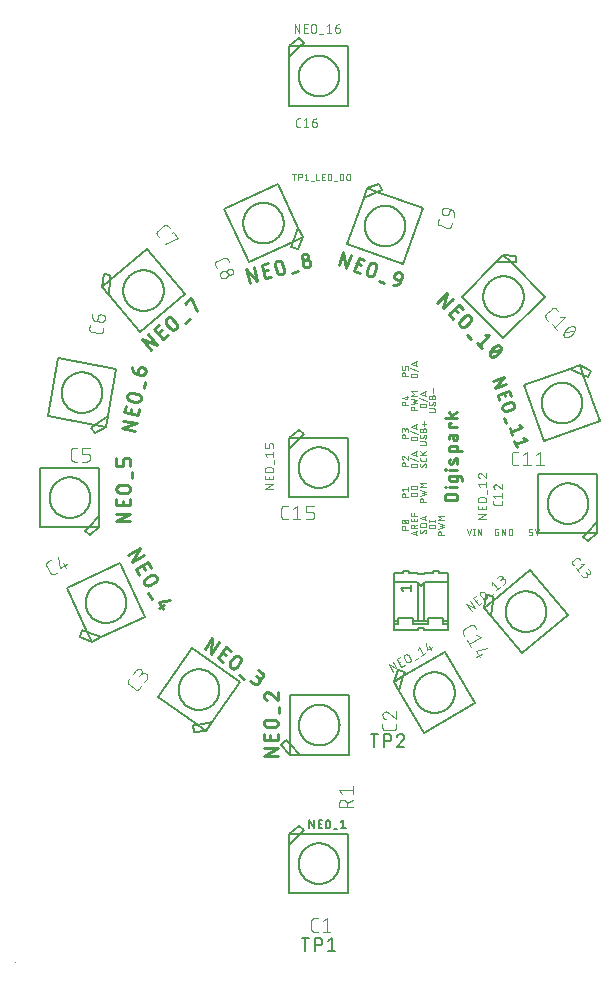
<source format=gto>
G04 EAGLE Gerber RS-274X export*
G75*
%MOMM*%
%FSLAX34Y34*%
%LPD*%
%INSilkscreen Top*%
%IPPOS*%
%AMOC8*
5,1,8,0,0,1.08239X$1,22.5*%
G01*
%ADD10C,0.228600*%
%ADD11C,0.050800*%
%ADD12C,0.076200*%
%ADD13C,0.127000*%
%ADD14C,0.254000*%
%ADD15C,0.152400*%
%ADD16C,0.101600*%

G36*
X1128Y-822D02*
X1128Y-822D01*
X1130Y-822D01*
X1130Y-820D01*
X1129Y-815D01*
X1106Y-797D01*
X1082Y-780D01*
X1058Y-762D01*
X1034Y-744D01*
X1011Y-727D01*
X987Y-709D01*
X963Y-691D01*
X940Y-674D01*
X916Y-656D01*
X892Y-638D01*
X868Y-620D01*
X845Y-603D01*
X820Y-586D01*
X797Y-568D01*
X773Y-550D01*
X749Y-533D01*
X725Y-515D01*
X701Y-498D01*
X677Y-480D01*
X653Y-463D01*
X629Y-446D01*
X605Y-428D01*
X581Y-411D01*
X557Y-394D01*
X533Y-376D01*
X509Y-359D01*
X485Y-342D01*
X461Y-324D01*
X437Y-307D01*
X412Y-290D01*
X388Y-273D01*
X364Y-255D01*
X339Y-238D01*
X314Y-220D01*
X290Y-203D01*
X266Y-185D01*
X242Y-167D01*
X218Y-149D01*
X194Y-131D01*
X194Y-130D01*
X145Y-94D01*
X121Y-76D01*
X89Y-53D01*
X89Y-6D01*
X85Y-1D01*
X84Y-1D01*
X19Y-1D01*
X-1Y14D01*
X-50Y49D01*
X-75Y67D01*
X-100Y85D01*
X-124Y103D01*
X-173Y138D01*
X-198Y156D01*
X-271Y209D01*
X-345Y262D01*
X-369Y279D01*
X-393Y297D01*
X-418Y315D01*
X-442Y332D01*
X-467Y350D01*
X-491Y367D01*
X-515Y385D01*
X-539Y402D01*
X-556Y415D01*
X-580Y433D01*
X-604Y451D01*
X-628Y468D01*
X-652Y486D01*
X-699Y522D01*
X-724Y539D01*
X-749Y557D01*
X-774Y575D01*
X-823Y610D01*
X-848Y628D01*
X-873Y645D01*
X-897Y663D01*
X-947Y699D01*
X-972Y716D01*
X-996Y734D01*
X-1021Y752D01*
X-1046Y769D01*
X-1071Y787D01*
X-1095Y805D01*
X-1096Y805D01*
X-1097Y806D01*
X-1101Y806D01*
X-1103Y805D01*
X-1105Y805D01*
X-1105Y804D01*
X-1106Y803D01*
X-1106Y802D01*
X-1106Y801D01*
X-1106Y797D01*
X-1105Y797D01*
X-1105Y796D01*
X-1100Y792D01*
X-1103Y792D01*
X-1106Y792D01*
X-1105Y788D01*
X-1105Y784D01*
X-1104Y784D01*
X-1102Y782D01*
X-1101Y781D01*
X-1101Y778D01*
X-1077Y761D01*
X-1052Y743D01*
X-1037Y732D01*
X-57Y19D01*
X-53Y19D01*
X-51Y19D01*
X-51Y23D01*
X-52Y27D01*
X-54Y28D01*
X-75Y44D01*
X-75Y45D01*
X-99Y62D01*
X-123Y80D01*
X-146Y98D01*
X-170Y115D01*
X-194Y133D01*
X-218Y151D01*
X-241Y168D01*
X-247Y173D01*
X-8Y-1D01*
X-70Y-1D01*
X-72Y0D01*
X-72Y1D01*
X-73Y2D01*
X-73Y3D01*
X-74Y3D01*
X-78Y0D01*
X-79Y-1D01*
X-79Y-2D01*
X-78Y-4D01*
X-76Y-7D01*
X-76Y-162D01*
X-72Y-167D01*
X-72Y-166D01*
X-71Y-167D01*
X84Y-167D01*
X89Y-162D01*
X89Y-72D01*
X1123Y-823D01*
X1128Y-822D01*
G37*
G36*
X254089Y418938D02*
X254089Y418938D01*
X254089Y419094D01*
X254085Y419099D01*
X254084Y419099D01*
X253930Y419099D01*
X253928Y419100D01*
X253928Y419101D01*
X253927Y419102D01*
X253927Y419103D01*
X253926Y419103D01*
X253923Y419101D01*
X253923Y419100D01*
X253921Y419099D01*
X253921Y419098D01*
X253922Y419096D01*
X253924Y419093D01*
X253924Y418938D01*
X253928Y418933D01*
X253928Y418934D01*
X253929Y418933D01*
X254084Y418933D01*
X254089Y418938D01*
G37*
D10*
X373761Y391235D02*
X363347Y391235D01*
X363347Y394128D01*
X363349Y394234D01*
X363355Y394339D01*
X363364Y394444D01*
X363378Y394549D01*
X363395Y394653D01*
X363416Y394757D01*
X363441Y394860D01*
X363470Y394961D01*
X363502Y395062D01*
X363538Y395161D01*
X363577Y395259D01*
X363621Y395356D01*
X363667Y395451D01*
X363717Y395544D01*
X363771Y395635D01*
X363827Y395724D01*
X363887Y395811D01*
X363950Y395896D01*
X364016Y395979D01*
X364085Y396059D01*
X364157Y396136D01*
X364232Y396211D01*
X364309Y396283D01*
X364389Y396352D01*
X364472Y396418D01*
X364557Y396481D01*
X364644Y396541D01*
X364733Y396597D01*
X364824Y396651D01*
X364917Y396701D01*
X365012Y396747D01*
X365109Y396791D01*
X365207Y396830D01*
X365306Y396866D01*
X365407Y396898D01*
X365508Y396927D01*
X365611Y396952D01*
X365715Y396973D01*
X365819Y396990D01*
X365924Y397004D01*
X366029Y397013D01*
X366134Y397019D01*
X366240Y397021D01*
X370868Y397021D01*
X370974Y397019D01*
X371079Y397013D01*
X371184Y397004D01*
X371289Y396990D01*
X371393Y396973D01*
X371497Y396952D01*
X371600Y396927D01*
X371701Y396898D01*
X371802Y396866D01*
X371901Y396830D01*
X371999Y396791D01*
X372096Y396747D01*
X372191Y396701D01*
X372284Y396651D01*
X372375Y396597D01*
X372464Y396541D01*
X372551Y396481D01*
X372636Y396418D01*
X372719Y396352D01*
X372799Y396283D01*
X372876Y396211D01*
X372951Y396136D01*
X373023Y396059D01*
X373092Y395979D01*
X373158Y395896D01*
X373221Y395811D01*
X373281Y395724D01*
X373337Y395635D01*
X373391Y395544D01*
X373441Y395451D01*
X373487Y395356D01*
X373531Y395259D01*
X373570Y395161D01*
X373606Y395062D01*
X373638Y394961D01*
X373667Y394860D01*
X373692Y394757D01*
X373713Y394653D01*
X373730Y394549D01*
X373744Y394444D01*
X373753Y394339D01*
X373759Y394234D01*
X373761Y394128D01*
X373761Y391235D01*
X373761Y402510D02*
X366818Y402510D01*
X363926Y402220D02*
X363347Y402220D01*
X363347Y402799D01*
X363926Y402799D01*
X363926Y402220D01*
X373761Y409074D02*
X373761Y411967D01*
X373761Y409074D02*
X373759Y408991D01*
X373753Y408909D01*
X373743Y408827D01*
X373730Y408745D01*
X373712Y408665D01*
X373691Y408585D01*
X373666Y408506D01*
X373637Y408429D01*
X373604Y408353D01*
X373568Y408279D01*
X373528Y408206D01*
X373485Y408135D01*
X373439Y408067D01*
X373390Y408001D01*
X373337Y407937D01*
X373281Y407876D01*
X373223Y407818D01*
X373162Y407762D01*
X373098Y407709D01*
X373032Y407660D01*
X372964Y407614D01*
X372893Y407571D01*
X372821Y407531D01*
X372746Y407495D01*
X372670Y407462D01*
X372593Y407433D01*
X372514Y407408D01*
X372434Y407387D01*
X372354Y407369D01*
X372272Y407356D01*
X372190Y407346D01*
X372108Y407340D01*
X372025Y407338D01*
X372025Y407339D02*
X368554Y407339D01*
X368554Y407338D02*
X368471Y407340D01*
X368389Y407346D01*
X368307Y407356D01*
X368225Y407369D01*
X368145Y407387D01*
X368065Y407408D01*
X367986Y407433D01*
X367909Y407462D01*
X367833Y407495D01*
X367759Y407531D01*
X367686Y407571D01*
X367615Y407614D01*
X367547Y407660D01*
X367481Y407709D01*
X367417Y407762D01*
X367356Y407818D01*
X367298Y407876D01*
X367242Y407937D01*
X367189Y408001D01*
X367140Y408067D01*
X367094Y408135D01*
X367051Y408206D01*
X367011Y408279D01*
X366975Y408353D01*
X366942Y408429D01*
X366913Y408506D01*
X366888Y408585D01*
X366867Y408665D01*
X366849Y408745D01*
X366836Y408827D01*
X366826Y408909D01*
X366820Y408991D01*
X366818Y409074D01*
X366818Y411967D01*
X375497Y411967D01*
X375497Y411968D02*
X375580Y411966D01*
X375662Y411960D01*
X375744Y411950D01*
X375826Y411937D01*
X375906Y411919D01*
X375986Y411898D01*
X376065Y411873D01*
X376142Y411844D01*
X376218Y411811D01*
X376292Y411775D01*
X376365Y411735D01*
X376436Y411692D01*
X376504Y411646D01*
X376570Y411597D01*
X376634Y411544D01*
X376695Y411488D01*
X376753Y411430D01*
X376809Y411369D01*
X376862Y411305D01*
X376911Y411239D01*
X376957Y411171D01*
X377000Y411100D01*
X377040Y411027D01*
X377076Y410953D01*
X377109Y410877D01*
X377138Y410800D01*
X377163Y410721D01*
X377184Y410641D01*
X377202Y410561D01*
X377215Y410479D01*
X377225Y410397D01*
X377231Y410315D01*
X377233Y410232D01*
X377232Y410232D02*
X377232Y407917D01*
X373761Y417369D02*
X366818Y417369D01*
X363926Y417079D02*
X363347Y417079D01*
X363347Y417658D01*
X363926Y417658D01*
X363926Y417079D01*
X369711Y423161D02*
X370868Y426054D01*
X369711Y423161D02*
X369680Y423090D01*
X369646Y423021D01*
X369609Y422954D01*
X369568Y422888D01*
X369523Y422825D01*
X369476Y422764D01*
X369425Y422706D01*
X369372Y422651D01*
X369316Y422598D01*
X369257Y422548D01*
X369196Y422502D01*
X369132Y422458D01*
X369066Y422418D01*
X368998Y422381D01*
X368929Y422348D01*
X368858Y422318D01*
X368785Y422293D01*
X368711Y422270D01*
X368636Y422252D01*
X368560Y422238D01*
X368484Y422227D01*
X368407Y422221D01*
X368330Y422218D01*
X368253Y422219D01*
X368176Y422225D01*
X368100Y422234D01*
X368024Y422247D01*
X367949Y422264D01*
X367874Y422285D01*
X367801Y422310D01*
X367730Y422338D01*
X367660Y422370D01*
X367591Y422406D01*
X367525Y422445D01*
X367460Y422487D01*
X367398Y422533D01*
X367339Y422582D01*
X367282Y422634D01*
X367227Y422688D01*
X367176Y422746D01*
X367127Y422806D01*
X367082Y422868D01*
X367040Y422933D01*
X367001Y422999D01*
X366966Y423068D01*
X366935Y423138D01*
X366907Y423210D01*
X366882Y423283D01*
X366862Y423358D01*
X366845Y423433D01*
X366833Y423509D01*
X366824Y423585D01*
X366819Y423662D01*
X366818Y423739D01*
X366819Y423740D02*
X366823Y423898D01*
X366831Y424056D01*
X366843Y424213D01*
X366858Y424370D01*
X366877Y424527D01*
X366900Y424683D01*
X366927Y424839D01*
X366958Y424994D01*
X366992Y425148D01*
X367030Y425302D01*
X367072Y425454D01*
X367117Y425605D01*
X367166Y425756D01*
X367218Y425905D01*
X367274Y426052D01*
X367334Y426198D01*
X367397Y426343D01*
X370868Y426054D02*
X370899Y426125D01*
X370933Y426194D01*
X370970Y426261D01*
X371011Y426327D01*
X371056Y426390D01*
X371103Y426451D01*
X371154Y426509D01*
X371207Y426564D01*
X371263Y426617D01*
X371322Y426667D01*
X371383Y426714D01*
X371447Y426757D01*
X371513Y426797D01*
X371581Y426834D01*
X371650Y426867D01*
X371721Y426897D01*
X371794Y426922D01*
X371868Y426945D01*
X371943Y426963D01*
X372019Y426977D01*
X372095Y426988D01*
X372172Y426994D01*
X372249Y426997D01*
X372326Y426996D01*
X372403Y426990D01*
X372479Y426981D01*
X372555Y426968D01*
X372630Y426951D01*
X372705Y426930D01*
X372778Y426905D01*
X372849Y426877D01*
X372919Y426845D01*
X372988Y426809D01*
X373054Y426770D01*
X373119Y426728D01*
X373181Y426682D01*
X373240Y426633D01*
X373297Y426581D01*
X373352Y426527D01*
X373403Y426469D01*
X373452Y426409D01*
X373497Y426347D01*
X373539Y426282D01*
X373578Y426216D01*
X373613Y426147D01*
X373644Y426077D01*
X373672Y426005D01*
X373697Y425932D01*
X373717Y425857D01*
X373734Y425782D01*
X373746Y425706D01*
X373755Y425630D01*
X373760Y425553D01*
X373761Y425476D01*
X373755Y425244D01*
X373743Y425012D01*
X373726Y424781D01*
X373704Y424550D01*
X373676Y424319D01*
X373643Y424089D01*
X373604Y423861D01*
X373560Y423633D01*
X373510Y423406D01*
X373455Y423181D01*
X373395Y422957D01*
X373329Y422734D01*
X373258Y422513D01*
X373182Y422294D01*
X377232Y432676D02*
X366818Y432676D01*
X366818Y435569D01*
X366820Y435652D01*
X366826Y435734D01*
X366836Y435816D01*
X366849Y435898D01*
X366867Y435978D01*
X366888Y436058D01*
X366913Y436137D01*
X366942Y436214D01*
X366975Y436290D01*
X367011Y436364D01*
X367051Y436437D01*
X367094Y436508D01*
X367140Y436576D01*
X367189Y436642D01*
X367242Y436706D01*
X367298Y436767D01*
X367356Y436825D01*
X367417Y436881D01*
X367481Y436934D01*
X367547Y436983D01*
X367615Y437029D01*
X367686Y437072D01*
X367758Y437112D01*
X367833Y437148D01*
X367909Y437181D01*
X367986Y437210D01*
X368065Y437235D01*
X368145Y437256D01*
X368225Y437274D01*
X368307Y437287D01*
X368389Y437297D01*
X368471Y437303D01*
X368554Y437305D01*
X372025Y437305D01*
X372108Y437303D01*
X372190Y437297D01*
X372272Y437287D01*
X372354Y437274D01*
X372434Y437256D01*
X372514Y437235D01*
X372593Y437210D01*
X372670Y437181D01*
X372746Y437148D01*
X372820Y437112D01*
X372893Y437072D01*
X372964Y437029D01*
X373032Y436983D01*
X373098Y436934D01*
X373162Y436881D01*
X373223Y436825D01*
X373281Y436767D01*
X373337Y436706D01*
X373390Y436642D01*
X373439Y436576D01*
X373485Y436508D01*
X373528Y436437D01*
X373568Y436364D01*
X373604Y436290D01*
X373637Y436214D01*
X373666Y436137D01*
X373691Y436058D01*
X373712Y435978D01*
X373730Y435898D01*
X373743Y435816D01*
X373753Y435734D01*
X373759Y435652D01*
X373761Y435569D01*
X373761Y432676D01*
X369711Y444416D02*
X369711Y447019D01*
X369711Y444416D02*
X369713Y444328D01*
X369719Y444240D01*
X369728Y444152D01*
X369742Y444064D01*
X369759Y443978D01*
X369780Y443892D01*
X369805Y443807D01*
X369833Y443723D01*
X369865Y443641D01*
X369901Y443560D01*
X369940Y443481D01*
X369982Y443404D01*
X370028Y443328D01*
X370077Y443255D01*
X370129Y443183D01*
X370185Y443114D01*
X370243Y443048D01*
X370304Y442984D01*
X370368Y442923D01*
X370434Y442865D01*
X370503Y442809D01*
X370575Y442757D01*
X370648Y442708D01*
X370724Y442662D01*
X370801Y442620D01*
X370880Y442581D01*
X370961Y442545D01*
X371043Y442513D01*
X371127Y442485D01*
X371212Y442460D01*
X371298Y442439D01*
X371384Y442422D01*
X371472Y442408D01*
X371560Y442399D01*
X371648Y442393D01*
X371736Y442391D01*
X371824Y442393D01*
X371912Y442399D01*
X372000Y442408D01*
X372088Y442422D01*
X372174Y442439D01*
X372260Y442460D01*
X372345Y442485D01*
X372429Y442513D01*
X372511Y442545D01*
X372592Y442581D01*
X372671Y442620D01*
X372749Y442662D01*
X372824Y442708D01*
X372897Y442757D01*
X372969Y442809D01*
X373038Y442865D01*
X373104Y442923D01*
X373168Y442984D01*
X373229Y443048D01*
X373287Y443114D01*
X373343Y443183D01*
X373395Y443255D01*
X373444Y443328D01*
X373490Y443404D01*
X373532Y443481D01*
X373571Y443560D01*
X373607Y443641D01*
X373639Y443723D01*
X373667Y443807D01*
X373692Y443892D01*
X373713Y443978D01*
X373730Y444064D01*
X373744Y444152D01*
X373753Y444240D01*
X373759Y444328D01*
X373761Y444416D01*
X373761Y447019D01*
X368554Y447019D01*
X368471Y447017D01*
X368389Y447011D01*
X368307Y447001D01*
X368225Y446988D01*
X368145Y446970D01*
X368065Y446949D01*
X367986Y446924D01*
X367909Y446895D01*
X367833Y446862D01*
X367759Y446826D01*
X367686Y446786D01*
X367615Y446743D01*
X367547Y446697D01*
X367481Y446648D01*
X367417Y446595D01*
X367356Y446539D01*
X367298Y446481D01*
X367242Y446420D01*
X367189Y446356D01*
X367140Y446290D01*
X367094Y446222D01*
X367051Y446151D01*
X367011Y446078D01*
X366975Y446004D01*
X366942Y445928D01*
X366913Y445851D01*
X366888Y445772D01*
X366867Y445692D01*
X366849Y445612D01*
X366836Y445530D01*
X366826Y445448D01*
X366820Y445366D01*
X366818Y445283D01*
X366818Y442969D01*
X366818Y453262D02*
X373761Y453262D01*
X366818Y453262D02*
X366818Y456734D01*
X367975Y456734D01*
X363347Y461375D02*
X373761Y461375D01*
X370290Y461375D02*
X366818Y466004D01*
X368843Y463400D02*
X373761Y466004D01*
D11*
X434014Y361684D02*
X435877Y361684D01*
X435947Y361686D01*
X436016Y361692D01*
X436085Y361702D01*
X436153Y361715D01*
X436221Y361733D01*
X436287Y361754D01*
X436352Y361779D01*
X436416Y361807D01*
X436478Y361839D01*
X436538Y361874D01*
X436596Y361913D01*
X436651Y361955D01*
X436705Y362000D01*
X436755Y362048D01*
X436803Y362098D01*
X436848Y362152D01*
X436890Y362207D01*
X436929Y362265D01*
X436964Y362325D01*
X436996Y362387D01*
X437024Y362451D01*
X437049Y362516D01*
X437070Y362582D01*
X437088Y362650D01*
X437101Y362718D01*
X437111Y362787D01*
X437117Y362856D01*
X437119Y362926D01*
X437118Y362926D02*
X437118Y363547D01*
X437119Y363547D02*
X437117Y363617D01*
X437111Y363686D01*
X437101Y363755D01*
X437088Y363823D01*
X437070Y363891D01*
X437049Y363957D01*
X437024Y364022D01*
X436996Y364086D01*
X436964Y364148D01*
X436929Y364208D01*
X436890Y364266D01*
X436848Y364321D01*
X436803Y364375D01*
X436755Y364425D01*
X436705Y364473D01*
X436651Y364518D01*
X436596Y364560D01*
X436538Y364599D01*
X436478Y364634D01*
X436416Y364666D01*
X436352Y364694D01*
X436287Y364719D01*
X436221Y364740D01*
X436153Y364758D01*
X436085Y364771D01*
X436016Y364781D01*
X435947Y364787D01*
X435877Y364789D01*
X435877Y364788D02*
X434014Y364788D01*
X434014Y367272D01*
X437118Y367272D01*
X439190Y367272D02*
X441053Y361684D01*
X442915Y367272D01*
X408428Y364788D02*
X407497Y364788D01*
X408428Y364788D02*
X408428Y361684D01*
X406566Y361684D01*
X406496Y361686D01*
X406427Y361692D01*
X406358Y361702D01*
X406290Y361715D01*
X406222Y361733D01*
X406156Y361754D01*
X406091Y361779D01*
X406027Y361807D01*
X405965Y361839D01*
X405905Y361874D01*
X405847Y361913D01*
X405792Y361955D01*
X405738Y362000D01*
X405688Y362048D01*
X405640Y362098D01*
X405595Y362152D01*
X405553Y362207D01*
X405514Y362265D01*
X405479Y362325D01*
X405447Y362387D01*
X405419Y362451D01*
X405394Y362516D01*
X405373Y362582D01*
X405355Y362650D01*
X405342Y362718D01*
X405332Y362787D01*
X405326Y362856D01*
X405324Y362926D01*
X405324Y366030D01*
X405326Y366100D01*
X405332Y366169D01*
X405342Y366238D01*
X405355Y366306D01*
X405373Y366374D01*
X405394Y366440D01*
X405419Y366505D01*
X405447Y366569D01*
X405479Y366631D01*
X405514Y366691D01*
X405553Y366749D01*
X405595Y366804D01*
X405640Y366858D01*
X405688Y366908D01*
X405738Y366956D01*
X405792Y367001D01*
X405847Y367043D01*
X405905Y367082D01*
X405965Y367117D01*
X406027Y367149D01*
X406091Y367177D01*
X406156Y367202D01*
X406222Y367223D01*
X406290Y367241D01*
X406358Y367254D01*
X406427Y367264D01*
X406496Y367270D01*
X406566Y367272D01*
X408428Y367272D01*
X411176Y367272D02*
X411176Y361684D01*
X414281Y361684D02*
X411176Y367272D01*
X414281Y367272D02*
X414281Y361684D01*
X417028Y361684D02*
X417028Y367272D01*
X418580Y367272D01*
X418656Y367270D01*
X418732Y367265D01*
X418808Y367255D01*
X418883Y367242D01*
X418957Y367225D01*
X419031Y367205D01*
X419103Y367181D01*
X419174Y367154D01*
X419244Y367123D01*
X419312Y367089D01*
X419378Y367051D01*
X419442Y367010D01*
X419505Y366967D01*
X419565Y366920D01*
X419622Y366870D01*
X419677Y366817D01*
X419730Y366762D01*
X419780Y366705D01*
X419827Y366645D01*
X419870Y366582D01*
X419911Y366518D01*
X419949Y366452D01*
X419983Y366384D01*
X420014Y366314D01*
X420041Y366243D01*
X420065Y366170D01*
X420085Y366097D01*
X420102Y366023D01*
X420115Y365948D01*
X420125Y365872D01*
X420130Y365796D01*
X420132Y365720D01*
X420133Y365720D02*
X420133Y363236D01*
X420132Y363236D02*
X420130Y363157D01*
X420124Y363079D01*
X420114Y363001D01*
X420100Y362924D01*
X420082Y362847D01*
X420061Y362771D01*
X420035Y362697D01*
X420006Y362624D01*
X419973Y362553D01*
X419937Y362483D01*
X419897Y362415D01*
X419854Y362349D01*
X419807Y362286D01*
X419758Y362225D01*
X419705Y362167D01*
X419649Y362111D01*
X419591Y362058D01*
X419530Y362009D01*
X419467Y361962D01*
X419401Y361919D01*
X419333Y361879D01*
X419264Y361843D01*
X419192Y361810D01*
X419119Y361781D01*
X419045Y361755D01*
X418969Y361734D01*
X418892Y361716D01*
X418815Y361702D01*
X418737Y361692D01*
X418659Y361686D01*
X418580Y361684D01*
X417028Y361684D01*
X383417Y361684D02*
X381554Y367272D01*
X385279Y367272D02*
X383417Y361684D01*
X387806Y361684D02*
X387806Y367272D01*
X387185Y361684D02*
X388427Y361684D01*
X388427Y367272D02*
X387185Y367272D01*
X390826Y367272D02*
X390826Y361684D01*
X393930Y361684D02*
X390826Y367272D01*
X393930Y367272D02*
X393930Y361684D01*
X332142Y366621D02*
X326554Y366621D01*
X326554Y368173D01*
X326556Y368250D01*
X326562Y368328D01*
X326571Y368404D01*
X326585Y368481D01*
X326602Y368556D01*
X326623Y368630D01*
X326648Y368704D01*
X326676Y368776D01*
X326708Y368846D01*
X326743Y368915D01*
X326782Y368982D01*
X326824Y369047D01*
X326869Y369110D01*
X326917Y369171D01*
X326968Y369229D01*
X327022Y369284D01*
X327079Y369337D01*
X327138Y369386D01*
X327200Y369433D01*
X327264Y369477D01*
X327330Y369517D01*
X327398Y369554D01*
X327468Y369588D01*
X327539Y369618D01*
X327612Y369644D01*
X327686Y369667D01*
X327761Y369686D01*
X327836Y369701D01*
X327913Y369713D01*
X327990Y369721D01*
X328067Y369725D01*
X328145Y369725D01*
X328222Y369721D01*
X328299Y369713D01*
X328376Y369701D01*
X328451Y369686D01*
X328526Y369667D01*
X328600Y369644D01*
X328673Y369618D01*
X328744Y369588D01*
X328814Y369554D01*
X328882Y369517D01*
X328948Y369477D01*
X329012Y369433D01*
X329074Y369386D01*
X329133Y369337D01*
X329190Y369284D01*
X329244Y369229D01*
X329295Y369171D01*
X329343Y369110D01*
X329388Y369047D01*
X329430Y368982D01*
X329469Y368915D01*
X329504Y368846D01*
X329536Y368776D01*
X329564Y368704D01*
X329589Y368630D01*
X329610Y368556D01*
X329627Y368481D01*
X329641Y368404D01*
X329650Y368328D01*
X329656Y368250D01*
X329658Y368173D01*
X329658Y366621D01*
X329348Y371842D02*
X329217Y371844D01*
X329087Y371849D01*
X328957Y371859D01*
X328827Y371872D01*
X328697Y371888D01*
X328568Y371908D01*
X328440Y371932D01*
X328313Y371960D01*
X328186Y371991D01*
X328060Y372026D01*
X327935Y372064D01*
X327811Y372106D01*
X327689Y372151D01*
X327568Y372200D01*
X327448Y372252D01*
X327330Y372308D01*
X327330Y372307D02*
X327270Y372330D01*
X327210Y372356D01*
X327153Y372385D01*
X327097Y372418D01*
X327043Y372454D01*
X326991Y372492D01*
X326941Y372534D01*
X326894Y372578D01*
X326849Y372625D01*
X326807Y372675D01*
X326768Y372726D01*
X326732Y372780D01*
X326699Y372836D01*
X326669Y372893D01*
X326642Y372952D01*
X326619Y373013D01*
X326599Y373074D01*
X326583Y373137D01*
X326570Y373201D01*
X326561Y373265D01*
X326556Y373329D01*
X326554Y373394D01*
X326556Y373459D01*
X326561Y373523D01*
X326570Y373587D01*
X326583Y373651D01*
X326599Y373714D01*
X326619Y373775D01*
X326642Y373836D01*
X326669Y373895D01*
X326699Y373952D01*
X326732Y374008D01*
X326768Y374062D01*
X326807Y374113D01*
X326849Y374163D01*
X326894Y374210D01*
X326941Y374254D01*
X326991Y374296D01*
X327043Y374334D01*
X327097Y374370D01*
X327153Y374403D01*
X327210Y374432D01*
X327270Y374458D01*
X327330Y374481D01*
X327330Y374480D02*
X327448Y374536D01*
X327568Y374588D01*
X327689Y374637D01*
X327811Y374682D01*
X327935Y374724D01*
X328060Y374762D01*
X328186Y374797D01*
X328312Y374828D01*
X328440Y374856D01*
X328568Y374880D01*
X328697Y374900D01*
X328827Y374916D01*
X328957Y374929D01*
X329087Y374939D01*
X329217Y374944D01*
X329348Y374946D01*
X329348Y371842D02*
X329479Y371844D01*
X329609Y371849D01*
X329739Y371859D01*
X329869Y371872D01*
X329999Y371888D01*
X330128Y371908D01*
X330256Y371932D01*
X330383Y371960D01*
X330510Y371991D01*
X330636Y372026D01*
X330761Y372064D01*
X330885Y372106D01*
X331007Y372151D01*
X331128Y372200D01*
X331248Y372252D01*
X331366Y372308D01*
X331366Y372307D02*
X331426Y372330D01*
X331486Y372356D01*
X331543Y372385D01*
X331599Y372418D01*
X331653Y372454D01*
X331705Y372492D01*
X331755Y372534D01*
X331802Y372578D01*
X331847Y372625D01*
X331889Y372675D01*
X331928Y372726D01*
X331964Y372780D01*
X331997Y372836D01*
X332027Y372893D01*
X332054Y372952D01*
X332077Y373013D01*
X332097Y373074D01*
X332113Y373137D01*
X332126Y373201D01*
X332135Y373265D01*
X332140Y373329D01*
X332142Y373394D01*
X331366Y374480D02*
X331248Y374536D01*
X331128Y374588D01*
X331007Y374637D01*
X330885Y374682D01*
X330761Y374724D01*
X330636Y374762D01*
X330510Y374797D01*
X330384Y374828D01*
X330256Y374856D01*
X330128Y374880D01*
X329999Y374900D01*
X329869Y374916D01*
X329739Y374929D01*
X329609Y374939D01*
X329479Y374944D01*
X329348Y374946D01*
X331366Y374481D02*
X331426Y374458D01*
X331486Y374432D01*
X331543Y374403D01*
X331599Y374370D01*
X331653Y374334D01*
X331705Y374296D01*
X331755Y374254D01*
X331802Y374210D01*
X331847Y374163D01*
X331889Y374113D01*
X331928Y374062D01*
X331964Y374008D01*
X331997Y373952D01*
X332027Y373895D01*
X332054Y373836D01*
X332077Y373775D01*
X332097Y373714D01*
X332113Y373651D01*
X332126Y373587D01*
X332135Y373523D01*
X332140Y373459D01*
X332142Y373394D01*
X330900Y372152D02*
X327796Y374636D01*
X326554Y394121D02*
X332142Y394121D01*
X326554Y394121D02*
X326554Y395673D01*
X326556Y395750D01*
X326562Y395828D01*
X326571Y395904D01*
X326585Y395981D01*
X326602Y396056D01*
X326623Y396130D01*
X326648Y396204D01*
X326676Y396276D01*
X326708Y396346D01*
X326743Y396415D01*
X326782Y396482D01*
X326824Y396547D01*
X326869Y396610D01*
X326917Y396671D01*
X326968Y396729D01*
X327022Y396784D01*
X327079Y396837D01*
X327138Y396886D01*
X327200Y396933D01*
X327264Y396977D01*
X327330Y397017D01*
X327398Y397054D01*
X327468Y397088D01*
X327539Y397118D01*
X327612Y397144D01*
X327686Y397167D01*
X327761Y397186D01*
X327836Y397201D01*
X327913Y397213D01*
X327990Y397221D01*
X328067Y397225D01*
X328145Y397225D01*
X328222Y397221D01*
X328299Y397213D01*
X328376Y397201D01*
X328451Y397186D01*
X328526Y397167D01*
X328600Y397144D01*
X328673Y397118D01*
X328744Y397088D01*
X328814Y397054D01*
X328882Y397017D01*
X328948Y396977D01*
X329012Y396933D01*
X329074Y396886D01*
X329133Y396837D01*
X329190Y396784D01*
X329244Y396729D01*
X329295Y396671D01*
X329343Y396610D01*
X329388Y396547D01*
X329430Y396482D01*
X329469Y396415D01*
X329504Y396346D01*
X329536Y396276D01*
X329564Y396204D01*
X329589Y396130D01*
X329610Y396056D01*
X329627Y395981D01*
X329641Y395904D01*
X329650Y395828D01*
X329656Y395750D01*
X329658Y395673D01*
X329658Y394121D01*
X327796Y399342D02*
X326554Y400894D01*
X332142Y400894D01*
X332142Y399342D02*
X332142Y402446D01*
X332142Y420431D02*
X326554Y420431D01*
X326554Y421983D01*
X326556Y422060D01*
X326562Y422138D01*
X326571Y422214D01*
X326585Y422291D01*
X326602Y422366D01*
X326623Y422440D01*
X326648Y422514D01*
X326676Y422586D01*
X326708Y422656D01*
X326743Y422725D01*
X326782Y422792D01*
X326824Y422857D01*
X326869Y422920D01*
X326917Y422981D01*
X326968Y423039D01*
X327022Y423094D01*
X327079Y423147D01*
X327138Y423196D01*
X327200Y423243D01*
X327264Y423287D01*
X327330Y423327D01*
X327398Y423364D01*
X327468Y423398D01*
X327539Y423428D01*
X327612Y423454D01*
X327686Y423477D01*
X327761Y423496D01*
X327836Y423511D01*
X327913Y423523D01*
X327990Y423531D01*
X328067Y423535D01*
X328145Y423535D01*
X328222Y423531D01*
X328299Y423523D01*
X328376Y423511D01*
X328451Y423496D01*
X328526Y423477D01*
X328600Y423454D01*
X328673Y423428D01*
X328744Y423398D01*
X328814Y423364D01*
X328882Y423327D01*
X328948Y423287D01*
X329012Y423243D01*
X329074Y423196D01*
X329133Y423147D01*
X329190Y423094D01*
X329244Y423039D01*
X329295Y422981D01*
X329343Y422920D01*
X329388Y422857D01*
X329430Y422792D01*
X329469Y422725D01*
X329504Y422656D01*
X329536Y422586D01*
X329564Y422514D01*
X329589Y422440D01*
X329610Y422366D01*
X329627Y422291D01*
X329641Y422214D01*
X329650Y422138D01*
X329656Y422060D01*
X329658Y421983D01*
X329658Y420431D01*
X326554Y427359D02*
X326556Y427432D01*
X326562Y427505D01*
X326571Y427578D01*
X326585Y427649D01*
X326602Y427721D01*
X326622Y427791D01*
X326647Y427860D01*
X326675Y427927D01*
X326706Y427993D01*
X326741Y428058D01*
X326779Y428120D01*
X326821Y428180D01*
X326865Y428238D01*
X326913Y428294D01*
X326963Y428347D01*
X327016Y428397D01*
X327072Y428445D01*
X327130Y428489D01*
X327190Y428531D01*
X327253Y428569D01*
X327317Y428604D01*
X327383Y428635D01*
X327450Y428663D01*
X327519Y428688D01*
X327589Y428708D01*
X327661Y428725D01*
X327732Y428739D01*
X327805Y428748D01*
X327878Y428754D01*
X327951Y428756D01*
X326554Y427359D02*
X326556Y427275D01*
X326562Y427192D01*
X326571Y427109D01*
X326585Y427026D01*
X326602Y426945D01*
X326624Y426864D01*
X326649Y426784D01*
X326677Y426706D01*
X326709Y426628D01*
X326745Y426553D01*
X326784Y426479D01*
X326827Y426407D01*
X326873Y426337D01*
X326922Y426270D01*
X326975Y426204D01*
X327030Y426142D01*
X327088Y426082D01*
X327149Y426024D01*
X327212Y425970D01*
X327278Y425918D01*
X327346Y425870D01*
X327417Y425825D01*
X327489Y425783D01*
X327564Y425745D01*
X327640Y425710D01*
X327717Y425679D01*
X327796Y425651D01*
X329037Y428290D02*
X328984Y428344D01*
X328927Y428395D01*
X328868Y428443D01*
X328807Y428488D01*
X328744Y428529D01*
X328678Y428568D01*
X328611Y428603D01*
X328542Y428635D01*
X328471Y428663D01*
X328400Y428687D01*
X328327Y428708D01*
X328253Y428725D01*
X328178Y428739D01*
X328103Y428748D01*
X328027Y428754D01*
X327951Y428756D01*
X329038Y428290D02*
X332142Y425652D01*
X332142Y428756D01*
X332142Y444001D02*
X326554Y444001D01*
X326554Y445553D01*
X326556Y445630D01*
X326562Y445708D01*
X326571Y445784D01*
X326585Y445861D01*
X326602Y445936D01*
X326623Y446010D01*
X326648Y446084D01*
X326676Y446156D01*
X326708Y446226D01*
X326743Y446295D01*
X326782Y446362D01*
X326824Y446427D01*
X326869Y446490D01*
X326917Y446551D01*
X326968Y446609D01*
X327022Y446664D01*
X327079Y446717D01*
X327138Y446766D01*
X327200Y446813D01*
X327264Y446857D01*
X327330Y446897D01*
X327398Y446934D01*
X327468Y446968D01*
X327539Y446998D01*
X327612Y447024D01*
X327686Y447047D01*
X327761Y447066D01*
X327836Y447081D01*
X327913Y447093D01*
X327990Y447101D01*
X328067Y447105D01*
X328145Y447105D01*
X328222Y447101D01*
X328299Y447093D01*
X328376Y447081D01*
X328451Y447066D01*
X328526Y447047D01*
X328600Y447024D01*
X328673Y446998D01*
X328744Y446968D01*
X328814Y446934D01*
X328882Y446897D01*
X328948Y446857D01*
X329012Y446813D01*
X329074Y446766D01*
X329133Y446717D01*
X329190Y446664D01*
X329244Y446609D01*
X329295Y446551D01*
X329343Y446490D01*
X329388Y446427D01*
X329430Y446362D01*
X329469Y446295D01*
X329504Y446226D01*
X329536Y446156D01*
X329564Y446084D01*
X329589Y446010D01*
X329610Y445936D01*
X329627Y445861D01*
X329641Y445784D01*
X329650Y445708D01*
X329656Y445630D01*
X329658Y445553D01*
X329658Y444001D01*
X332142Y449222D02*
X332142Y450774D01*
X332140Y450851D01*
X332134Y450929D01*
X332125Y451005D01*
X332111Y451082D01*
X332094Y451157D01*
X332073Y451231D01*
X332048Y451305D01*
X332020Y451377D01*
X331988Y451447D01*
X331953Y451516D01*
X331914Y451583D01*
X331872Y451648D01*
X331827Y451711D01*
X331779Y451772D01*
X331728Y451830D01*
X331674Y451885D01*
X331617Y451938D01*
X331558Y451987D01*
X331496Y452034D01*
X331432Y452078D01*
X331366Y452118D01*
X331298Y452155D01*
X331228Y452189D01*
X331157Y452219D01*
X331084Y452245D01*
X331010Y452268D01*
X330935Y452287D01*
X330860Y452302D01*
X330783Y452314D01*
X330706Y452322D01*
X330629Y452326D01*
X330551Y452326D01*
X330474Y452322D01*
X330397Y452314D01*
X330320Y452302D01*
X330245Y452287D01*
X330170Y452268D01*
X330096Y452245D01*
X330023Y452219D01*
X329952Y452189D01*
X329882Y452155D01*
X329814Y452118D01*
X329748Y452078D01*
X329684Y452034D01*
X329622Y451987D01*
X329563Y451938D01*
X329506Y451885D01*
X329452Y451830D01*
X329401Y451772D01*
X329353Y451711D01*
X329308Y451648D01*
X329266Y451583D01*
X329227Y451516D01*
X329192Y451447D01*
X329160Y451377D01*
X329132Y451305D01*
X329107Y451231D01*
X329086Y451157D01*
X329069Y451082D01*
X329055Y451005D01*
X329046Y450929D01*
X329040Y450851D01*
X329038Y450774D01*
X326554Y451084D02*
X326554Y449222D01*
X326554Y451084D02*
X326556Y451154D01*
X326562Y451223D01*
X326572Y451292D01*
X326585Y451360D01*
X326603Y451428D01*
X326624Y451494D01*
X326649Y451559D01*
X326677Y451623D01*
X326709Y451685D01*
X326744Y451745D01*
X326783Y451803D01*
X326825Y451858D01*
X326870Y451912D01*
X326918Y451962D01*
X326968Y452010D01*
X327022Y452055D01*
X327077Y452097D01*
X327135Y452136D01*
X327195Y452171D01*
X327257Y452203D01*
X327321Y452231D01*
X327386Y452256D01*
X327452Y452277D01*
X327520Y452295D01*
X327588Y452308D01*
X327657Y452318D01*
X327726Y452324D01*
X327796Y452326D01*
X327866Y452324D01*
X327935Y452318D01*
X328004Y452308D01*
X328072Y452295D01*
X328140Y452277D01*
X328206Y452256D01*
X328271Y452231D01*
X328335Y452203D01*
X328397Y452171D01*
X328457Y452136D01*
X328515Y452097D01*
X328570Y452055D01*
X328624Y452010D01*
X328674Y451962D01*
X328722Y451912D01*
X328767Y451858D01*
X328809Y451803D01*
X328848Y451745D01*
X328883Y451685D01*
X328915Y451623D01*
X328943Y451559D01*
X328968Y451494D01*
X328989Y451428D01*
X329007Y451360D01*
X329020Y451292D01*
X329030Y451223D01*
X329036Y451154D01*
X329038Y451084D01*
X329038Y449842D01*
X326554Y471621D02*
X332142Y471621D01*
X326554Y471621D02*
X326554Y473173D01*
X326556Y473250D01*
X326562Y473328D01*
X326571Y473404D01*
X326585Y473481D01*
X326602Y473556D01*
X326623Y473630D01*
X326648Y473704D01*
X326676Y473776D01*
X326708Y473846D01*
X326743Y473915D01*
X326782Y473982D01*
X326824Y474047D01*
X326869Y474110D01*
X326917Y474171D01*
X326968Y474229D01*
X327022Y474284D01*
X327079Y474337D01*
X327138Y474386D01*
X327200Y474433D01*
X327264Y474477D01*
X327330Y474517D01*
X327398Y474554D01*
X327468Y474588D01*
X327539Y474618D01*
X327612Y474644D01*
X327686Y474667D01*
X327761Y474686D01*
X327836Y474701D01*
X327913Y474713D01*
X327990Y474721D01*
X328067Y474725D01*
X328145Y474725D01*
X328222Y474721D01*
X328299Y474713D01*
X328376Y474701D01*
X328451Y474686D01*
X328526Y474667D01*
X328600Y474644D01*
X328673Y474618D01*
X328744Y474588D01*
X328814Y474554D01*
X328882Y474517D01*
X328948Y474477D01*
X329012Y474433D01*
X329074Y474386D01*
X329133Y474337D01*
X329190Y474284D01*
X329244Y474229D01*
X329295Y474171D01*
X329343Y474110D01*
X329388Y474047D01*
X329430Y473982D01*
X329469Y473915D01*
X329504Y473846D01*
X329536Y473776D01*
X329564Y473704D01*
X329589Y473630D01*
X329610Y473556D01*
X329627Y473481D01*
X329641Y473404D01*
X329650Y473328D01*
X329656Y473250D01*
X329658Y473173D01*
X329658Y471621D01*
X330900Y476842D02*
X326554Y478083D01*
X330900Y476842D02*
X330900Y479946D01*
X329658Y479015D02*
X332142Y479015D01*
X332142Y496621D02*
X326554Y496621D01*
X326554Y498173D01*
X326556Y498250D01*
X326562Y498328D01*
X326571Y498404D01*
X326585Y498481D01*
X326602Y498556D01*
X326623Y498630D01*
X326648Y498704D01*
X326676Y498776D01*
X326708Y498846D01*
X326743Y498915D01*
X326782Y498982D01*
X326824Y499047D01*
X326869Y499110D01*
X326917Y499171D01*
X326968Y499229D01*
X327022Y499284D01*
X327079Y499337D01*
X327138Y499386D01*
X327200Y499433D01*
X327264Y499477D01*
X327330Y499517D01*
X327398Y499554D01*
X327468Y499588D01*
X327539Y499618D01*
X327612Y499644D01*
X327686Y499667D01*
X327761Y499686D01*
X327836Y499701D01*
X327913Y499713D01*
X327990Y499721D01*
X328067Y499725D01*
X328145Y499725D01*
X328222Y499721D01*
X328299Y499713D01*
X328376Y499701D01*
X328451Y499686D01*
X328526Y499667D01*
X328600Y499644D01*
X328673Y499618D01*
X328744Y499588D01*
X328814Y499554D01*
X328882Y499517D01*
X328948Y499477D01*
X329012Y499433D01*
X329074Y499386D01*
X329133Y499337D01*
X329190Y499284D01*
X329244Y499229D01*
X329295Y499171D01*
X329343Y499110D01*
X329388Y499047D01*
X329430Y498982D01*
X329469Y498915D01*
X329504Y498846D01*
X329536Y498776D01*
X329564Y498704D01*
X329589Y498630D01*
X329610Y498556D01*
X329627Y498481D01*
X329641Y498404D01*
X329650Y498328D01*
X329656Y498250D01*
X329658Y498173D01*
X329658Y496621D01*
X332142Y501842D02*
X332142Y503704D01*
X332140Y503774D01*
X332134Y503843D01*
X332124Y503912D01*
X332111Y503980D01*
X332093Y504048D01*
X332072Y504114D01*
X332047Y504179D01*
X332019Y504243D01*
X331987Y504305D01*
X331952Y504365D01*
X331913Y504423D01*
X331871Y504478D01*
X331826Y504532D01*
X331778Y504582D01*
X331728Y504630D01*
X331674Y504675D01*
X331619Y504717D01*
X331561Y504756D01*
X331501Y504791D01*
X331439Y504823D01*
X331375Y504851D01*
X331310Y504876D01*
X331244Y504897D01*
X331176Y504915D01*
X331108Y504928D01*
X331039Y504938D01*
X330970Y504944D01*
X330900Y504946D01*
X330279Y504946D01*
X330209Y504944D01*
X330140Y504938D01*
X330071Y504928D01*
X330003Y504915D01*
X329935Y504897D01*
X329869Y504876D01*
X329804Y504851D01*
X329740Y504823D01*
X329678Y504791D01*
X329618Y504756D01*
X329560Y504717D01*
X329505Y504675D01*
X329451Y504630D01*
X329401Y504582D01*
X329353Y504532D01*
X329308Y504478D01*
X329266Y504423D01*
X329227Y504365D01*
X329192Y504305D01*
X329160Y504243D01*
X329132Y504179D01*
X329107Y504114D01*
X329086Y504048D01*
X329068Y503980D01*
X329055Y503912D01*
X329045Y503843D01*
X329039Y503774D01*
X329037Y503704D01*
X329038Y503704D02*
X329038Y501842D01*
X326554Y501842D01*
X326554Y504946D01*
D12*
X342011Y390062D02*
X347345Y390062D01*
X342011Y390062D02*
X342011Y391544D01*
X342013Y391620D01*
X342019Y391696D01*
X342029Y391772D01*
X342042Y391847D01*
X342060Y391921D01*
X342081Y391995D01*
X342106Y392067D01*
X342135Y392137D01*
X342167Y392207D01*
X342203Y392274D01*
X342243Y392339D01*
X342285Y392403D01*
X342331Y392464D01*
X342380Y392522D01*
X342432Y392578D01*
X342486Y392632D01*
X342544Y392682D01*
X342603Y392729D01*
X342666Y392774D01*
X342730Y392815D01*
X342796Y392852D01*
X342865Y392886D01*
X342935Y392917D01*
X343006Y392944D01*
X343079Y392967D01*
X343153Y392986D01*
X343227Y393002D01*
X343303Y393014D01*
X343379Y393022D01*
X343455Y393026D01*
X343531Y393026D01*
X343607Y393022D01*
X343683Y393014D01*
X343759Y393002D01*
X343833Y392986D01*
X343907Y392967D01*
X343980Y392944D01*
X344051Y392917D01*
X344121Y392886D01*
X344190Y392852D01*
X344256Y392815D01*
X344320Y392774D01*
X344383Y392729D01*
X344442Y392682D01*
X344500Y392632D01*
X344554Y392578D01*
X344606Y392522D01*
X344655Y392464D01*
X344701Y392403D01*
X344743Y392339D01*
X344783Y392274D01*
X344819Y392207D01*
X344851Y392137D01*
X344880Y392067D01*
X344905Y391995D01*
X344926Y391921D01*
X344944Y391847D01*
X344957Y391772D01*
X344967Y391696D01*
X344973Y391620D01*
X344975Y391544D01*
X344974Y391544D02*
X344974Y390062D01*
X342011Y395104D02*
X347345Y396289D01*
X343789Y397474D01*
X347345Y398660D01*
X342011Y399845D01*
X342011Y402463D02*
X347345Y402463D01*
X344974Y404241D02*
X342011Y402463D01*
X344974Y404241D02*
X342011Y406019D01*
X347345Y406019D01*
X339725Y467532D02*
X334391Y467532D01*
X334391Y469014D01*
X334393Y469090D01*
X334399Y469166D01*
X334409Y469242D01*
X334422Y469317D01*
X334440Y469391D01*
X334461Y469465D01*
X334486Y469537D01*
X334515Y469607D01*
X334547Y469677D01*
X334583Y469744D01*
X334623Y469809D01*
X334665Y469873D01*
X334711Y469934D01*
X334760Y469992D01*
X334812Y470048D01*
X334866Y470102D01*
X334924Y470152D01*
X334983Y470199D01*
X335046Y470244D01*
X335110Y470285D01*
X335176Y470322D01*
X335245Y470356D01*
X335315Y470387D01*
X335386Y470414D01*
X335459Y470437D01*
X335533Y470456D01*
X335607Y470472D01*
X335683Y470484D01*
X335759Y470492D01*
X335835Y470496D01*
X335911Y470496D01*
X335987Y470492D01*
X336063Y470484D01*
X336139Y470472D01*
X336213Y470456D01*
X336287Y470437D01*
X336360Y470414D01*
X336431Y470387D01*
X336501Y470356D01*
X336570Y470322D01*
X336636Y470285D01*
X336700Y470244D01*
X336763Y470199D01*
X336822Y470152D01*
X336880Y470102D01*
X336934Y470048D01*
X336986Y469992D01*
X337035Y469934D01*
X337081Y469873D01*
X337123Y469809D01*
X337163Y469744D01*
X337199Y469677D01*
X337231Y469607D01*
X337260Y469537D01*
X337285Y469465D01*
X337306Y469391D01*
X337324Y469317D01*
X337337Y469242D01*
X337347Y469166D01*
X337353Y469090D01*
X337355Y469014D01*
X337354Y469014D02*
X337354Y467532D01*
X334391Y472574D02*
X339725Y473759D01*
X336169Y474944D01*
X339725Y476130D01*
X334391Y477315D01*
X334391Y479933D02*
X339725Y479933D01*
X337354Y481711D02*
X334391Y479933D01*
X337354Y481711D02*
X334391Y483489D01*
X339725Y483489D01*
X339725Y495571D02*
X334391Y495571D01*
X334391Y497053D01*
X334393Y497128D01*
X334399Y497203D01*
X334408Y497277D01*
X334421Y497351D01*
X334438Y497424D01*
X334459Y497497D01*
X334483Y497568D01*
X334511Y497637D01*
X334542Y497706D01*
X334577Y497772D01*
X334615Y497837D01*
X334657Y497900D01*
X334701Y497960D01*
X334749Y498018D01*
X334799Y498074D01*
X334852Y498127D01*
X334908Y498177D01*
X334966Y498225D01*
X335026Y498269D01*
X335089Y498311D01*
X335154Y498349D01*
X335220Y498384D01*
X335289Y498415D01*
X335358Y498443D01*
X335429Y498467D01*
X335502Y498488D01*
X335575Y498505D01*
X335649Y498518D01*
X335723Y498527D01*
X335798Y498533D01*
X335873Y498535D01*
X335873Y498534D02*
X338243Y498534D01*
X338243Y498535D02*
X338318Y498533D01*
X338393Y498527D01*
X338467Y498518D01*
X338541Y498505D01*
X338614Y498488D01*
X338687Y498467D01*
X338758Y498443D01*
X338827Y498415D01*
X338896Y498384D01*
X338962Y498349D01*
X339027Y498311D01*
X339090Y498269D01*
X339150Y498225D01*
X339208Y498177D01*
X339264Y498127D01*
X339317Y498074D01*
X339367Y498018D01*
X339415Y497960D01*
X339459Y497900D01*
X339501Y497837D01*
X339539Y497772D01*
X339574Y497706D01*
X339605Y497637D01*
X339633Y497568D01*
X339657Y497497D01*
X339678Y497424D01*
X339695Y497351D01*
X339708Y497277D01*
X339717Y497203D01*
X339723Y497128D01*
X339725Y497053D01*
X339725Y495571D01*
X340318Y500988D02*
X333798Y503359D01*
X334391Y507111D02*
X339725Y505333D01*
X339725Y508889D02*
X334391Y507111D01*
X338392Y508445D02*
X338392Y505778D01*
X342011Y470171D02*
X347345Y470171D01*
X342011Y470171D02*
X342011Y471653D01*
X342013Y471728D01*
X342019Y471803D01*
X342028Y471877D01*
X342041Y471951D01*
X342058Y472024D01*
X342079Y472097D01*
X342103Y472168D01*
X342131Y472237D01*
X342162Y472306D01*
X342197Y472372D01*
X342235Y472437D01*
X342277Y472500D01*
X342321Y472560D01*
X342369Y472618D01*
X342419Y472674D01*
X342472Y472727D01*
X342528Y472777D01*
X342586Y472825D01*
X342646Y472869D01*
X342709Y472911D01*
X342774Y472949D01*
X342840Y472984D01*
X342909Y473015D01*
X342978Y473043D01*
X343049Y473067D01*
X343122Y473088D01*
X343195Y473105D01*
X343269Y473118D01*
X343343Y473127D01*
X343418Y473133D01*
X343493Y473135D01*
X343493Y473134D02*
X345863Y473134D01*
X345863Y473135D02*
X345938Y473133D01*
X346013Y473127D01*
X346087Y473118D01*
X346161Y473105D01*
X346234Y473088D01*
X346307Y473067D01*
X346378Y473043D01*
X346447Y473015D01*
X346516Y472984D01*
X346582Y472949D01*
X346647Y472911D01*
X346710Y472869D01*
X346770Y472825D01*
X346828Y472777D01*
X346884Y472727D01*
X346937Y472674D01*
X346987Y472618D01*
X347035Y472560D01*
X347079Y472500D01*
X347121Y472437D01*
X347159Y472372D01*
X347194Y472306D01*
X347225Y472237D01*
X347253Y472168D01*
X347277Y472097D01*
X347298Y472024D01*
X347315Y471951D01*
X347328Y471877D01*
X347337Y471803D01*
X347343Y471728D01*
X347345Y471653D01*
X347345Y470171D01*
X347938Y475588D02*
X341418Y477959D01*
X342011Y481711D02*
X347345Y479933D01*
X347345Y483489D02*
X342011Y481711D01*
X346012Y483045D02*
X346012Y480378D01*
X339725Y442231D02*
X334391Y442231D01*
X334391Y443713D01*
X334393Y443788D01*
X334399Y443863D01*
X334408Y443937D01*
X334421Y444011D01*
X334438Y444084D01*
X334459Y444157D01*
X334483Y444228D01*
X334511Y444297D01*
X334542Y444366D01*
X334577Y444432D01*
X334615Y444497D01*
X334657Y444560D01*
X334701Y444620D01*
X334749Y444678D01*
X334799Y444734D01*
X334852Y444787D01*
X334908Y444837D01*
X334966Y444885D01*
X335026Y444929D01*
X335089Y444971D01*
X335154Y445009D01*
X335220Y445044D01*
X335289Y445075D01*
X335358Y445103D01*
X335429Y445127D01*
X335502Y445148D01*
X335575Y445165D01*
X335649Y445178D01*
X335723Y445187D01*
X335798Y445193D01*
X335873Y445195D01*
X335873Y445194D02*
X338243Y445194D01*
X338243Y445195D02*
X338318Y445193D01*
X338393Y445187D01*
X338467Y445178D01*
X338541Y445165D01*
X338614Y445148D01*
X338687Y445127D01*
X338758Y445103D01*
X338827Y445075D01*
X338896Y445044D01*
X338962Y445009D01*
X339027Y444971D01*
X339090Y444929D01*
X339150Y444885D01*
X339208Y444837D01*
X339264Y444787D01*
X339317Y444734D01*
X339367Y444678D01*
X339415Y444620D01*
X339459Y444560D01*
X339501Y444497D01*
X339539Y444432D01*
X339574Y444366D01*
X339605Y444297D01*
X339633Y444228D01*
X339657Y444157D01*
X339678Y444084D01*
X339695Y444011D01*
X339708Y443937D01*
X339717Y443863D01*
X339723Y443788D01*
X339725Y443713D01*
X339725Y442231D01*
X340318Y447648D02*
X333798Y450019D01*
X334391Y453771D02*
X339725Y451993D01*
X339725Y455549D02*
X334391Y453771D01*
X338392Y455105D02*
X338392Y452438D01*
X339725Y419371D02*
X334391Y419371D01*
X334391Y420853D01*
X334393Y420928D01*
X334399Y421003D01*
X334408Y421077D01*
X334421Y421151D01*
X334438Y421224D01*
X334459Y421297D01*
X334483Y421368D01*
X334511Y421437D01*
X334542Y421506D01*
X334577Y421572D01*
X334615Y421637D01*
X334657Y421700D01*
X334701Y421760D01*
X334749Y421818D01*
X334799Y421874D01*
X334852Y421927D01*
X334908Y421977D01*
X334966Y422025D01*
X335026Y422069D01*
X335089Y422111D01*
X335154Y422149D01*
X335220Y422184D01*
X335289Y422215D01*
X335358Y422243D01*
X335429Y422267D01*
X335502Y422288D01*
X335575Y422305D01*
X335649Y422318D01*
X335723Y422327D01*
X335798Y422333D01*
X335873Y422335D01*
X335873Y422334D02*
X338243Y422334D01*
X338243Y422335D02*
X338318Y422333D01*
X338393Y422327D01*
X338467Y422318D01*
X338541Y422305D01*
X338614Y422288D01*
X338687Y422267D01*
X338758Y422243D01*
X338827Y422215D01*
X338896Y422184D01*
X338962Y422149D01*
X339027Y422111D01*
X339090Y422069D01*
X339150Y422025D01*
X339208Y421977D01*
X339264Y421927D01*
X339317Y421874D01*
X339367Y421818D01*
X339415Y421760D01*
X339459Y421700D01*
X339501Y421637D01*
X339539Y421572D01*
X339574Y421506D01*
X339605Y421437D01*
X339633Y421368D01*
X339657Y421297D01*
X339678Y421224D01*
X339695Y421151D01*
X339708Y421077D01*
X339717Y421003D01*
X339723Y420928D01*
X339725Y420853D01*
X339725Y419371D01*
X340318Y424788D02*
X333798Y427159D01*
X334391Y430911D02*
X339725Y429133D01*
X339725Y432689D02*
X334391Y430911D01*
X338392Y432245D02*
X338392Y429578D01*
X349631Y367623D02*
X354965Y367623D01*
X349631Y367623D02*
X349631Y369104D01*
X349633Y369179D01*
X349639Y369254D01*
X349648Y369328D01*
X349661Y369402D01*
X349678Y369475D01*
X349699Y369548D01*
X349723Y369619D01*
X349751Y369688D01*
X349782Y369757D01*
X349817Y369823D01*
X349855Y369888D01*
X349897Y369951D01*
X349941Y370011D01*
X349989Y370069D01*
X350039Y370125D01*
X350092Y370178D01*
X350148Y370228D01*
X350206Y370276D01*
X350266Y370320D01*
X350329Y370362D01*
X350394Y370400D01*
X350460Y370435D01*
X350529Y370466D01*
X350598Y370494D01*
X350669Y370518D01*
X350742Y370539D01*
X350815Y370556D01*
X350889Y370569D01*
X350963Y370578D01*
X351038Y370584D01*
X351113Y370586D01*
X353483Y370586D01*
X353558Y370584D01*
X353633Y370578D01*
X353707Y370569D01*
X353781Y370556D01*
X353854Y370539D01*
X353927Y370518D01*
X353998Y370494D01*
X354067Y370466D01*
X354136Y370435D01*
X354202Y370400D01*
X354267Y370362D01*
X354330Y370320D01*
X354390Y370276D01*
X354448Y370228D01*
X354504Y370178D01*
X354557Y370125D01*
X354607Y370069D01*
X354655Y370011D01*
X354699Y369951D01*
X354741Y369888D01*
X354779Y369823D01*
X354814Y369757D01*
X354845Y369688D01*
X354873Y369619D01*
X354897Y369548D01*
X354918Y369475D01*
X354935Y369402D01*
X354948Y369328D01*
X354957Y369254D01*
X354963Y369179D01*
X354965Y369104D01*
X354965Y367623D01*
X354965Y373676D02*
X349631Y373676D01*
X354965Y373084D02*
X354965Y374269D01*
X349631Y374269D02*
X349631Y373084D01*
X339725Y394846D02*
X334391Y394846D01*
X334391Y396328D01*
X334393Y396403D01*
X334399Y396478D01*
X334408Y396552D01*
X334421Y396626D01*
X334438Y396699D01*
X334459Y396772D01*
X334483Y396843D01*
X334511Y396912D01*
X334542Y396981D01*
X334577Y397047D01*
X334615Y397112D01*
X334657Y397175D01*
X334701Y397235D01*
X334749Y397293D01*
X334799Y397349D01*
X334852Y397402D01*
X334908Y397452D01*
X334966Y397500D01*
X335026Y397544D01*
X335089Y397586D01*
X335154Y397624D01*
X335220Y397659D01*
X335289Y397690D01*
X335358Y397718D01*
X335429Y397742D01*
X335502Y397763D01*
X335575Y397780D01*
X335649Y397793D01*
X335723Y397802D01*
X335798Y397808D01*
X335873Y397810D01*
X338243Y397810D01*
X338318Y397808D01*
X338393Y397802D01*
X338467Y397793D01*
X338541Y397780D01*
X338614Y397763D01*
X338687Y397742D01*
X338758Y397718D01*
X338827Y397690D01*
X338896Y397659D01*
X338962Y397624D01*
X339027Y397586D01*
X339090Y397544D01*
X339150Y397500D01*
X339208Y397452D01*
X339264Y397402D01*
X339317Y397349D01*
X339367Y397293D01*
X339415Y397235D01*
X339459Y397175D01*
X339501Y397112D01*
X339539Y397047D01*
X339574Y396981D01*
X339605Y396912D01*
X339633Y396843D01*
X339657Y396772D01*
X339678Y396699D01*
X339695Y396626D01*
X339708Y396552D01*
X339717Y396478D01*
X339723Y396403D01*
X339725Y396328D01*
X339725Y394846D01*
X338243Y400516D02*
X335873Y400516D01*
X335873Y400515D02*
X335797Y400517D01*
X335721Y400523D01*
X335645Y400533D01*
X335570Y400546D01*
X335496Y400564D01*
X335422Y400585D01*
X335350Y400610D01*
X335280Y400639D01*
X335210Y400671D01*
X335143Y400707D01*
X335078Y400747D01*
X335014Y400789D01*
X334953Y400835D01*
X334895Y400884D01*
X334839Y400936D01*
X334785Y400990D01*
X334735Y401048D01*
X334688Y401107D01*
X334643Y401170D01*
X334602Y401234D01*
X334565Y401300D01*
X334531Y401369D01*
X334500Y401439D01*
X334473Y401510D01*
X334450Y401583D01*
X334431Y401657D01*
X334415Y401731D01*
X334403Y401807D01*
X334395Y401883D01*
X334391Y401959D01*
X334391Y402035D01*
X334395Y402111D01*
X334403Y402187D01*
X334415Y402263D01*
X334431Y402337D01*
X334450Y402411D01*
X334473Y402484D01*
X334500Y402555D01*
X334531Y402625D01*
X334565Y402694D01*
X334602Y402760D01*
X334643Y402824D01*
X334688Y402887D01*
X334735Y402946D01*
X334785Y403004D01*
X334839Y403058D01*
X334895Y403110D01*
X334953Y403159D01*
X335014Y403205D01*
X335078Y403247D01*
X335143Y403287D01*
X335210Y403323D01*
X335280Y403355D01*
X335350Y403384D01*
X335422Y403409D01*
X335496Y403430D01*
X335570Y403448D01*
X335645Y403461D01*
X335721Y403471D01*
X335797Y403477D01*
X335873Y403479D01*
X338243Y403479D01*
X338319Y403477D01*
X338395Y403471D01*
X338471Y403461D01*
X338546Y403448D01*
X338620Y403430D01*
X338694Y403409D01*
X338766Y403384D01*
X338836Y403355D01*
X338906Y403323D01*
X338973Y403287D01*
X339038Y403247D01*
X339102Y403205D01*
X339163Y403159D01*
X339221Y403110D01*
X339277Y403058D01*
X339331Y403004D01*
X339381Y402946D01*
X339428Y402887D01*
X339473Y402824D01*
X339514Y402760D01*
X339551Y402694D01*
X339585Y402625D01*
X339616Y402555D01*
X339643Y402484D01*
X339666Y402411D01*
X339685Y402337D01*
X339701Y402263D01*
X339713Y402187D01*
X339721Y402111D01*
X339725Y402035D01*
X339725Y401959D01*
X339721Y401883D01*
X339713Y401807D01*
X339701Y401731D01*
X339685Y401657D01*
X339666Y401583D01*
X339643Y401510D01*
X339616Y401439D01*
X339585Y401369D01*
X339551Y401300D01*
X339514Y401234D01*
X339473Y401170D01*
X339428Y401107D01*
X339381Y401048D01*
X339331Y400990D01*
X339277Y400936D01*
X339221Y400884D01*
X339163Y400835D01*
X339102Y400789D01*
X339038Y400747D01*
X338973Y400707D01*
X338906Y400671D01*
X338836Y400639D01*
X338766Y400610D01*
X338694Y400585D01*
X338620Y400564D01*
X338546Y400546D01*
X338471Y400533D01*
X338395Y400523D01*
X338319Y400517D01*
X338243Y400515D01*
X346160Y366627D02*
X346226Y366625D01*
X346293Y366620D01*
X346358Y366610D01*
X346424Y366597D01*
X346488Y366581D01*
X346551Y366561D01*
X346613Y366537D01*
X346674Y366510D01*
X346733Y366479D01*
X346790Y366445D01*
X346846Y366408D01*
X346899Y366368D01*
X346950Y366326D01*
X346998Y366280D01*
X347044Y366232D01*
X347086Y366181D01*
X347126Y366128D01*
X347163Y366072D01*
X347197Y366015D01*
X347228Y365956D01*
X347255Y365895D01*
X347279Y365833D01*
X347299Y365770D01*
X347315Y365706D01*
X347328Y365640D01*
X347338Y365575D01*
X347343Y365508D01*
X347345Y365442D01*
X347343Y365343D01*
X347337Y365244D01*
X347327Y365146D01*
X347314Y365048D01*
X347296Y364951D01*
X347275Y364854D01*
X347250Y364759D01*
X347221Y364664D01*
X347189Y364571D01*
X347152Y364479D01*
X347113Y364388D01*
X347069Y364300D01*
X347022Y364213D01*
X346972Y364127D01*
X346919Y364044D01*
X346862Y363963D01*
X346802Y363885D01*
X346739Y363809D01*
X346673Y363735D01*
X346604Y363664D01*
X343196Y363812D02*
X343130Y363814D01*
X343063Y363819D01*
X342998Y363829D01*
X342932Y363842D01*
X342868Y363858D01*
X342805Y363878D01*
X342743Y363902D01*
X342682Y363929D01*
X342623Y363960D01*
X342566Y363994D01*
X342510Y364031D01*
X342457Y364071D01*
X342406Y364113D01*
X342358Y364159D01*
X342312Y364207D01*
X342270Y364258D01*
X342230Y364311D01*
X342193Y364367D01*
X342159Y364424D01*
X342128Y364483D01*
X342101Y364544D01*
X342077Y364606D01*
X342057Y364669D01*
X342041Y364733D01*
X342028Y364799D01*
X342018Y364864D01*
X342013Y364931D01*
X342011Y364997D01*
X342013Y365086D01*
X342018Y365176D01*
X342027Y365265D01*
X342040Y365353D01*
X342056Y365441D01*
X342075Y365528D01*
X342099Y365615D01*
X342125Y365700D01*
X342155Y365784D01*
X342188Y365867D01*
X342225Y365949D01*
X342265Y366029D01*
X342308Y366107D01*
X342354Y366184D01*
X342403Y366258D01*
X342456Y366331D01*
X344233Y364405D02*
X344198Y364349D01*
X344160Y364295D01*
X344120Y364244D01*
X344076Y364194D01*
X344030Y364148D01*
X343981Y364103D01*
X343930Y364062D01*
X343877Y364023D01*
X343822Y363987D01*
X343765Y363955D01*
X343706Y363925D01*
X343645Y363899D01*
X343584Y363876D01*
X343521Y363857D01*
X343457Y363841D01*
X343393Y363828D01*
X343327Y363819D01*
X343262Y363814D01*
X343196Y363812D01*
X345123Y366034D02*
X345158Y366090D01*
X345196Y366144D01*
X345236Y366195D01*
X345280Y366245D01*
X345326Y366292D01*
X345375Y366336D01*
X345426Y366377D01*
X345479Y366416D01*
X345534Y366452D01*
X345591Y366484D01*
X345650Y366514D01*
X345711Y366540D01*
X345772Y366563D01*
X345835Y366582D01*
X345899Y366598D01*
X345964Y366611D01*
X346029Y366620D01*
X346094Y366625D01*
X346160Y366627D01*
X345123Y366034D02*
X344234Y364405D01*
X342011Y369150D02*
X347345Y369150D01*
X342011Y369150D02*
X342011Y370632D01*
X342013Y370707D01*
X342019Y370782D01*
X342028Y370856D01*
X342041Y370930D01*
X342058Y371003D01*
X342079Y371076D01*
X342103Y371147D01*
X342131Y371216D01*
X342162Y371285D01*
X342197Y371351D01*
X342235Y371416D01*
X342277Y371479D01*
X342321Y371539D01*
X342369Y371597D01*
X342419Y371653D01*
X342472Y371706D01*
X342528Y371756D01*
X342586Y371804D01*
X342646Y371848D01*
X342709Y371890D01*
X342774Y371928D01*
X342840Y371963D01*
X342909Y371994D01*
X342978Y372022D01*
X343049Y372046D01*
X343122Y372067D01*
X343195Y372084D01*
X343269Y372097D01*
X343343Y372106D01*
X343418Y372112D01*
X343493Y372114D01*
X343493Y372113D02*
X345863Y372113D01*
X345863Y372114D02*
X345938Y372112D01*
X346013Y372106D01*
X346087Y372097D01*
X346161Y372084D01*
X346234Y372067D01*
X346307Y372046D01*
X346378Y372022D01*
X346447Y371994D01*
X346516Y371963D01*
X346582Y371928D01*
X346647Y371890D01*
X346710Y371848D01*
X346770Y371804D01*
X346828Y371756D01*
X346884Y371706D01*
X346937Y371653D01*
X346987Y371597D01*
X347035Y371539D01*
X347079Y371479D01*
X347121Y371416D01*
X347159Y371351D01*
X347194Y371285D01*
X347225Y371216D01*
X347253Y371147D01*
X347277Y371076D01*
X347298Y371003D01*
X347315Y370930D01*
X347328Y370856D01*
X347337Y370782D01*
X347343Y370707D01*
X347345Y370632D01*
X347345Y369150D01*
X347345Y374523D02*
X342011Y376301D01*
X347345Y378079D01*
X346012Y377635D02*
X346012Y374968D01*
X347345Y421341D02*
X347343Y421407D01*
X347338Y421474D01*
X347328Y421539D01*
X347315Y421605D01*
X347299Y421669D01*
X347279Y421732D01*
X347255Y421794D01*
X347228Y421855D01*
X347197Y421914D01*
X347163Y421971D01*
X347126Y422027D01*
X347086Y422080D01*
X347044Y422131D01*
X346998Y422179D01*
X346950Y422225D01*
X346899Y422267D01*
X346846Y422307D01*
X346790Y422344D01*
X346733Y422378D01*
X346674Y422409D01*
X346613Y422436D01*
X346551Y422460D01*
X346488Y422480D01*
X346424Y422496D01*
X346358Y422509D01*
X346293Y422519D01*
X346226Y422524D01*
X346160Y422526D01*
X347345Y421341D02*
X347343Y421242D01*
X347337Y421143D01*
X347327Y421045D01*
X347314Y420947D01*
X347296Y420850D01*
X347275Y420753D01*
X347250Y420658D01*
X347221Y420563D01*
X347189Y420470D01*
X347152Y420378D01*
X347113Y420287D01*
X347069Y420199D01*
X347022Y420112D01*
X346972Y420026D01*
X346919Y419943D01*
X346862Y419862D01*
X346802Y419784D01*
X346739Y419708D01*
X346673Y419634D01*
X346604Y419563D01*
X343196Y419712D02*
X343130Y419714D01*
X343063Y419719D01*
X342998Y419729D01*
X342932Y419742D01*
X342868Y419758D01*
X342805Y419778D01*
X342743Y419802D01*
X342682Y419829D01*
X342623Y419860D01*
X342566Y419894D01*
X342510Y419931D01*
X342457Y419971D01*
X342406Y420013D01*
X342358Y420059D01*
X342312Y420107D01*
X342270Y420158D01*
X342230Y420211D01*
X342193Y420267D01*
X342159Y420324D01*
X342128Y420383D01*
X342101Y420444D01*
X342077Y420506D01*
X342057Y420569D01*
X342041Y420633D01*
X342028Y420699D01*
X342018Y420764D01*
X342013Y420831D01*
X342011Y420897D01*
X342013Y420986D01*
X342018Y421076D01*
X342027Y421165D01*
X342040Y421253D01*
X342056Y421341D01*
X342075Y421428D01*
X342099Y421515D01*
X342125Y421600D01*
X342155Y421684D01*
X342188Y421767D01*
X342225Y421849D01*
X342265Y421929D01*
X342308Y422007D01*
X342354Y422084D01*
X342403Y422158D01*
X342456Y422231D01*
X344233Y420304D02*
X344198Y420248D01*
X344160Y420194D01*
X344120Y420143D01*
X344076Y420093D01*
X344030Y420047D01*
X343981Y420002D01*
X343930Y419961D01*
X343877Y419922D01*
X343822Y419886D01*
X343765Y419854D01*
X343706Y419824D01*
X343645Y419798D01*
X343584Y419775D01*
X343521Y419756D01*
X343457Y419740D01*
X343393Y419727D01*
X343327Y419718D01*
X343262Y419713D01*
X343196Y419711D01*
X345123Y421934D02*
X345158Y421990D01*
X345196Y422044D01*
X345236Y422095D01*
X345280Y422145D01*
X345326Y422192D01*
X345375Y422236D01*
X345426Y422277D01*
X345479Y422316D01*
X345534Y422352D01*
X345591Y422384D01*
X345650Y422414D01*
X345711Y422440D01*
X345772Y422463D01*
X345835Y422482D01*
X345899Y422498D01*
X345964Y422511D01*
X346029Y422520D01*
X346094Y422525D01*
X346160Y422527D01*
X345123Y421934D02*
X344234Y420304D01*
X347345Y426032D02*
X347345Y427217D01*
X347345Y426032D02*
X347343Y425966D01*
X347338Y425899D01*
X347328Y425834D01*
X347315Y425768D01*
X347299Y425704D01*
X347279Y425641D01*
X347255Y425579D01*
X347228Y425518D01*
X347197Y425459D01*
X347163Y425402D01*
X347126Y425346D01*
X347086Y425293D01*
X347044Y425242D01*
X346998Y425194D01*
X346950Y425148D01*
X346899Y425106D01*
X346846Y425066D01*
X346790Y425029D01*
X346733Y424995D01*
X346674Y424964D01*
X346613Y424937D01*
X346551Y424913D01*
X346488Y424893D01*
X346424Y424877D01*
X346358Y424864D01*
X346293Y424854D01*
X346226Y424849D01*
X346160Y424847D01*
X346160Y424846D02*
X343196Y424846D01*
X343196Y424847D02*
X343130Y424849D01*
X343063Y424854D01*
X342998Y424864D01*
X342932Y424877D01*
X342868Y424893D01*
X342805Y424913D01*
X342743Y424937D01*
X342682Y424964D01*
X342623Y424995D01*
X342566Y425029D01*
X342510Y425066D01*
X342457Y425106D01*
X342406Y425148D01*
X342358Y425194D01*
X342312Y425242D01*
X342270Y425293D01*
X342230Y425346D01*
X342193Y425402D01*
X342159Y425459D01*
X342128Y425518D01*
X342101Y425578D01*
X342078Y425641D01*
X342057Y425704D01*
X342041Y425768D01*
X342028Y425833D01*
X342018Y425899D01*
X342013Y425965D01*
X342011Y426032D01*
X342011Y427217D01*
X342011Y429726D02*
X347345Y429726D01*
X345271Y429726D02*
X342011Y432689D01*
X344085Y430911D02*
X347345Y432689D01*
X345863Y438187D02*
X342011Y438187D01*
X345863Y438187D02*
X345939Y438189D01*
X346015Y438195D01*
X346091Y438205D01*
X346166Y438218D01*
X346240Y438236D01*
X346314Y438257D01*
X346386Y438282D01*
X346456Y438311D01*
X346526Y438343D01*
X346593Y438379D01*
X346658Y438419D01*
X346722Y438461D01*
X346783Y438507D01*
X346841Y438556D01*
X346897Y438608D01*
X346951Y438662D01*
X347001Y438720D01*
X347048Y438779D01*
X347093Y438842D01*
X347134Y438906D01*
X347171Y438972D01*
X347205Y439041D01*
X347236Y439111D01*
X347263Y439182D01*
X347286Y439255D01*
X347305Y439329D01*
X347321Y439403D01*
X347333Y439479D01*
X347341Y439555D01*
X347345Y439631D01*
X347345Y439707D01*
X347341Y439783D01*
X347333Y439859D01*
X347321Y439935D01*
X347305Y440009D01*
X347286Y440083D01*
X347263Y440156D01*
X347236Y440227D01*
X347205Y440297D01*
X347171Y440366D01*
X347134Y440432D01*
X347093Y440496D01*
X347048Y440559D01*
X347001Y440618D01*
X346951Y440676D01*
X346897Y440730D01*
X346841Y440782D01*
X346783Y440831D01*
X346722Y440877D01*
X346658Y440919D01*
X346593Y440959D01*
X346526Y440995D01*
X346456Y441027D01*
X346386Y441056D01*
X346314Y441081D01*
X346240Y441102D01*
X346166Y441120D01*
X346091Y441133D01*
X346015Y441143D01*
X345939Y441149D01*
X345863Y441151D01*
X342011Y441151D01*
X347345Y445452D02*
X347343Y445518D01*
X347338Y445585D01*
X347328Y445650D01*
X347315Y445716D01*
X347299Y445780D01*
X347279Y445843D01*
X347255Y445905D01*
X347228Y445966D01*
X347197Y446025D01*
X347163Y446082D01*
X347126Y446138D01*
X347086Y446191D01*
X347044Y446242D01*
X346998Y446290D01*
X346950Y446336D01*
X346899Y446378D01*
X346846Y446418D01*
X346790Y446455D01*
X346733Y446489D01*
X346674Y446520D01*
X346613Y446547D01*
X346551Y446571D01*
X346488Y446591D01*
X346424Y446607D01*
X346358Y446620D01*
X346293Y446630D01*
X346226Y446635D01*
X346160Y446637D01*
X347345Y445452D02*
X347343Y445353D01*
X347337Y445254D01*
X347327Y445156D01*
X347314Y445058D01*
X347296Y444961D01*
X347275Y444864D01*
X347250Y444769D01*
X347221Y444674D01*
X347189Y444581D01*
X347152Y444489D01*
X347113Y444398D01*
X347069Y444310D01*
X347022Y444223D01*
X346972Y444137D01*
X346919Y444054D01*
X346862Y443973D01*
X346802Y443895D01*
X346739Y443819D01*
X346673Y443745D01*
X346604Y443674D01*
X343196Y443822D02*
X343130Y443824D01*
X343063Y443829D01*
X342998Y443839D01*
X342932Y443852D01*
X342868Y443868D01*
X342805Y443888D01*
X342743Y443912D01*
X342682Y443939D01*
X342623Y443970D01*
X342566Y444004D01*
X342510Y444041D01*
X342457Y444081D01*
X342406Y444123D01*
X342358Y444169D01*
X342312Y444217D01*
X342270Y444268D01*
X342230Y444321D01*
X342193Y444377D01*
X342159Y444434D01*
X342128Y444493D01*
X342101Y444554D01*
X342077Y444616D01*
X342057Y444679D01*
X342041Y444743D01*
X342028Y444809D01*
X342018Y444874D01*
X342013Y444941D01*
X342011Y445007D01*
X342013Y445096D01*
X342018Y445186D01*
X342027Y445275D01*
X342040Y445363D01*
X342056Y445451D01*
X342075Y445538D01*
X342099Y445625D01*
X342125Y445710D01*
X342155Y445794D01*
X342188Y445877D01*
X342225Y445959D01*
X342265Y446039D01*
X342308Y446117D01*
X342354Y446194D01*
X342403Y446268D01*
X342456Y446341D01*
X344233Y444415D02*
X344198Y444359D01*
X344160Y444305D01*
X344120Y444254D01*
X344076Y444204D01*
X344030Y444158D01*
X343981Y444113D01*
X343930Y444072D01*
X343877Y444033D01*
X343822Y443997D01*
X343765Y443965D01*
X343706Y443935D01*
X343645Y443909D01*
X343584Y443886D01*
X343521Y443867D01*
X343457Y443851D01*
X343393Y443838D01*
X343327Y443829D01*
X343262Y443824D01*
X343196Y443822D01*
X345123Y446044D02*
X345158Y446100D01*
X345196Y446154D01*
X345236Y446205D01*
X345280Y446255D01*
X345326Y446302D01*
X345375Y446346D01*
X345426Y446387D01*
X345479Y446426D01*
X345534Y446462D01*
X345591Y446494D01*
X345650Y446524D01*
X345711Y446550D01*
X345772Y446573D01*
X345835Y446592D01*
X345899Y446608D01*
X345964Y446621D01*
X346029Y446630D01*
X346094Y446635D01*
X346160Y446637D01*
X345123Y446044D02*
X344234Y444415D01*
X344382Y449264D02*
X344382Y450746D01*
X344381Y450746D02*
X344383Y450822D01*
X344389Y450898D01*
X344399Y450974D01*
X344412Y451049D01*
X344430Y451123D01*
X344451Y451197D01*
X344476Y451269D01*
X344505Y451339D01*
X344537Y451409D01*
X344573Y451476D01*
X344613Y451541D01*
X344655Y451605D01*
X344701Y451666D01*
X344750Y451724D01*
X344802Y451780D01*
X344856Y451834D01*
X344914Y451884D01*
X344973Y451931D01*
X345036Y451976D01*
X345100Y452017D01*
X345166Y452054D01*
X345235Y452088D01*
X345305Y452119D01*
X345376Y452146D01*
X345449Y452169D01*
X345523Y452188D01*
X345597Y452204D01*
X345673Y452216D01*
X345749Y452224D01*
X345825Y452228D01*
X345901Y452228D01*
X345977Y452224D01*
X346053Y452216D01*
X346129Y452204D01*
X346203Y452188D01*
X346277Y452169D01*
X346350Y452146D01*
X346421Y452119D01*
X346491Y452088D01*
X346560Y452054D01*
X346626Y452017D01*
X346690Y451976D01*
X346753Y451931D01*
X346812Y451884D01*
X346870Y451834D01*
X346924Y451780D01*
X346976Y451724D01*
X347025Y451666D01*
X347071Y451605D01*
X347113Y451541D01*
X347153Y451476D01*
X347189Y451409D01*
X347221Y451339D01*
X347250Y451269D01*
X347275Y451197D01*
X347296Y451123D01*
X347314Y451049D01*
X347327Y450974D01*
X347337Y450898D01*
X347343Y450822D01*
X347345Y450746D01*
X347345Y449264D01*
X342011Y449264D01*
X342011Y450746D01*
X342013Y450814D01*
X342019Y450881D01*
X342028Y450948D01*
X342042Y451014D01*
X342059Y451080D01*
X342080Y451144D01*
X342104Y451207D01*
X342133Y451269D01*
X342164Y451329D01*
X342199Y451387D01*
X342237Y451443D01*
X342279Y451496D01*
X342323Y451547D01*
X342370Y451596D01*
X342420Y451642D01*
X342472Y451684D01*
X342527Y451724D01*
X342584Y451761D01*
X342643Y451794D01*
X342704Y451824D01*
X342766Y451850D01*
X342830Y451873D01*
X342895Y451892D01*
X342961Y451907D01*
X343027Y451919D01*
X343095Y451927D01*
X343162Y451931D01*
X343230Y451931D01*
X343297Y451927D01*
X343365Y451919D01*
X343431Y451907D01*
X343497Y451892D01*
X343562Y451873D01*
X343626Y451850D01*
X343688Y451824D01*
X343749Y451794D01*
X343808Y451761D01*
X343865Y451724D01*
X343920Y451684D01*
X343972Y451642D01*
X344022Y451596D01*
X344069Y451547D01*
X344113Y451496D01*
X344155Y451443D01*
X344193Y451387D01*
X344228Y451329D01*
X344259Y451269D01*
X344288Y451207D01*
X344312Y451144D01*
X344333Y451080D01*
X344350Y451014D01*
X344364Y450948D01*
X344373Y450881D01*
X344379Y450814D01*
X344381Y450746D01*
X345271Y454533D02*
X345271Y458089D01*
X347049Y456311D02*
X343493Y456311D01*
X349631Y466127D02*
X353483Y466127D01*
X353559Y466129D01*
X353635Y466135D01*
X353711Y466145D01*
X353786Y466158D01*
X353860Y466176D01*
X353934Y466197D01*
X354006Y466222D01*
X354076Y466251D01*
X354146Y466283D01*
X354213Y466319D01*
X354278Y466359D01*
X354342Y466401D01*
X354403Y466447D01*
X354461Y466496D01*
X354517Y466548D01*
X354571Y466602D01*
X354621Y466660D01*
X354668Y466719D01*
X354713Y466782D01*
X354754Y466846D01*
X354791Y466912D01*
X354825Y466981D01*
X354856Y467051D01*
X354883Y467122D01*
X354906Y467195D01*
X354925Y467269D01*
X354941Y467343D01*
X354953Y467419D01*
X354961Y467495D01*
X354965Y467571D01*
X354965Y467647D01*
X354961Y467723D01*
X354953Y467799D01*
X354941Y467875D01*
X354925Y467949D01*
X354906Y468023D01*
X354883Y468096D01*
X354856Y468167D01*
X354825Y468237D01*
X354791Y468306D01*
X354754Y468372D01*
X354713Y468436D01*
X354668Y468499D01*
X354621Y468558D01*
X354571Y468616D01*
X354517Y468670D01*
X354461Y468722D01*
X354403Y468771D01*
X354342Y468817D01*
X354278Y468859D01*
X354213Y468899D01*
X354146Y468935D01*
X354076Y468967D01*
X354006Y468996D01*
X353934Y469021D01*
X353860Y469042D01*
X353786Y469060D01*
X353711Y469073D01*
X353635Y469083D01*
X353559Y469089D01*
X353483Y469091D01*
X349631Y469091D01*
X354965Y473392D02*
X354963Y473458D01*
X354958Y473525D01*
X354948Y473590D01*
X354935Y473656D01*
X354919Y473720D01*
X354899Y473783D01*
X354875Y473845D01*
X354848Y473906D01*
X354817Y473965D01*
X354783Y474022D01*
X354746Y474078D01*
X354706Y474131D01*
X354664Y474182D01*
X354618Y474230D01*
X354570Y474276D01*
X354519Y474318D01*
X354466Y474358D01*
X354410Y474395D01*
X354353Y474429D01*
X354294Y474460D01*
X354233Y474487D01*
X354171Y474511D01*
X354108Y474531D01*
X354044Y474547D01*
X353978Y474560D01*
X353913Y474570D01*
X353846Y474575D01*
X353780Y474577D01*
X354965Y473392D02*
X354963Y473293D01*
X354957Y473194D01*
X354947Y473096D01*
X354934Y472998D01*
X354916Y472901D01*
X354895Y472804D01*
X354870Y472709D01*
X354841Y472614D01*
X354809Y472521D01*
X354772Y472429D01*
X354733Y472338D01*
X354689Y472250D01*
X354642Y472163D01*
X354592Y472077D01*
X354539Y471994D01*
X354482Y471913D01*
X354422Y471835D01*
X354359Y471759D01*
X354293Y471685D01*
X354224Y471614D01*
X350816Y471762D02*
X350750Y471764D01*
X350683Y471769D01*
X350618Y471779D01*
X350552Y471792D01*
X350488Y471808D01*
X350425Y471828D01*
X350363Y471852D01*
X350302Y471879D01*
X350243Y471910D01*
X350186Y471944D01*
X350130Y471981D01*
X350077Y472021D01*
X350026Y472063D01*
X349978Y472109D01*
X349932Y472157D01*
X349890Y472208D01*
X349850Y472261D01*
X349813Y472317D01*
X349779Y472374D01*
X349748Y472433D01*
X349721Y472494D01*
X349697Y472556D01*
X349677Y472619D01*
X349661Y472683D01*
X349648Y472749D01*
X349638Y472814D01*
X349633Y472881D01*
X349631Y472947D01*
X349633Y473036D01*
X349638Y473126D01*
X349647Y473215D01*
X349660Y473303D01*
X349676Y473391D01*
X349695Y473478D01*
X349719Y473565D01*
X349745Y473650D01*
X349775Y473734D01*
X349808Y473817D01*
X349845Y473899D01*
X349885Y473979D01*
X349928Y474057D01*
X349974Y474134D01*
X350023Y474208D01*
X350076Y474281D01*
X351853Y472355D02*
X351818Y472299D01*
X351780Y472245D01*
X351740Y472194D01*
X351696Y472144D01*
X351650Y472098D01*
X351601Y472053D01*
X351550Y472012D01*
X351497Y471973D01*
X351442Y471937D01*
X351385Y471905D01*
X351326Y471875D01*
X351265Y471849D01*
X351204Y471826D01*
X351141Y471807D01*
X351077Y471791D01*
X351013Y471778D01*
X350947Y471769D01*
X350882Y471764D01*
X350816Y471762D01*
X352743Y473984D02*
X352778Y474040D01*
X352816Y474094D01*
X352856Y474145D01*
X352900Y474195D01*
X352946Y474242D01*
X352995Y474286D01*
X353046Y474327D01*
X353099Y474366D01*
X353154Y474402D01*
X353211Y474434D01*
X353270Y474464D01*
X353331Y474490D01*
X353392Y474513D01*
X353455Y474532D01*
X353519Y474548D01*
X353584Y474561D01*
X353649Y474570D01*
X353714Y474575D01*
X353780Y474577D01*
X352743Y473984D02*
X351854Y472355D01*
X352002Y477204D02*
X352002Y478686D01*
X352001Y478686D02*
X352003Y478762D01*
X352009Y478838D01*
X352019Y478914D01*
X352032Y478989D01*
X352050Y479063D01*
X352071Y479137D01*
X352096Y479209D01*
X352125Y479279D01*
X352157Y479349D01*
X352193Y479416D01*
X352233Y479481D01*
X352275Y479545D01*
X352321Y479606D01*
X352370Y479664D01*
X352422Y479720D01*
X352476Y479774D01*
X352534Y479824D01*
X352593Y479871D01*
X352656Y479916D01*
X352720Y479957D01*
X352786Y479994D01*
X352855Y480028D01*
X352925Y480059D01*
X352996Y480086D01*
X353069Y480109D01*
X353143Y480128D01*
X353217Y480144D01*
X353293Y480156D01*
X353369Y480164D01*
X353445Y480168D01*
X353521Y480168D01*
X353597Y480164D01*
X353673Y480156D01*
X353749Y480144D01*
X353823Y480128D01*
X353897Y480109D01*
X353970Y480086D01*
X354041Y480059D01*
X354111Y480028D01*
X354180Y479994D01*
X354246Y479957D01*
X354310Y479916D01*
X354373Y479871D01*
X354432Y479824D01*
X354490Y479774D01*
X354544Y479720D01*
X354596Y479664D01*
X354645Y479606D01*
X354691Y479545D01*
X354733Y479481D01*
X354773Y479416D01*
X354809Y479349D01*
X354841Y479279D01*
X354870Y479209D01*
X354895Y479137D01*
X354916Y479063D01*
X354934Y478989D01*
X354947Y478914D01*
X354957Y478838D01*
X354963Y478762D01*
X354965Y478686D01*
X354965Y477204D01*
X349631Y477204D01*
X349631Y478686D01*
X349633Y478754D01*
X349639Y478821D01*
X349648Y478888D01*
X349662Y478954D01*
X349679Y479020D01*
X349700Y479084D01*
X349724Y479147D01*
X349753Y479209D01*
X349784Y479269D01*
X349819Y479327D01*
X349857Y479383D01*
X349899Y479436D01*
X349943Y479487D01*
X349990Y479536D01*
X350040Y479582D01*
X350092Y479624D01*
X350147Y479664D01*
X350204Y479701D01*
X350263Y479734D01*
X350324Y479764D01*
X350386Y479790D01*
X350450Y479813D01*
X350515Y479832D01*
X350581Y479847D01*
X350647Y479859D01*
X350715Y479867D01*
X350782Y479871D01*
X350850Y479871D01*
X350917Y479867D01*
X350985Y479859D01*
X351051Y479847D01*
X351117Y479832D01*
X351182Y479813D01*
X351246Y479790D01*
X351308Y479764D01*
X351369Y479734D01*
X351428Y479701D01*
X351485Y479664D01*
X351540Y479624D01*
X351592Y479582D01*
X351642Y479536D01*
X351689Y479487D01*
X351733Y479436D01*
X351775Y479383D01*
X351813Y479327D01*
X351848Y479269D01*
X351879Y479209D01*
X351908Y479147D01*
X351932Y479084D01*
X351953Y479020D01*
X351970Y478954D01*
X351984Y478888D01*
X351993Y478821D01*
X351999Y478754D01*
X352001Y478686D01*
X352891Y482473D02*
X352891Y486029D01*
X334391Y363623D02*
X339725Y361845D01*
X339725Y365401D02*
X334391Y363623D01*
X338392Y364956D02*
X338392Y362289D01*
X339725Y367856D02*
X334391Y367856D01*
X334391Y369337D01*
X334393Y369413D01*
X334399Y369489D01*
X334409Y369565D01*
X334422Y369640D01*
X334440Y369714D01*
X334461Y369788D01*
X334486Y369860D01*
X334515Y369930D01*
X334547Y370000D01*
X334583Y370067D01*
X334623Y370132D01*
X334665Y370196D01*
X334711Y370257D01*
X334760Y370315D01*
X334812Y370371D01*
X334866Y370425D01*
X334924Y370475D01*
X334983Y370522D01*
X335046Y370567D01*
X335110Y370608D01*
X335176Y370645D01*
X335245Y370679D01*
X335315Y370710D01*
X335386Y370737D01*
X335459Y370760D01*
X335533Y370779D01*
X335607Y370795D01*
X335683Y370807D01*
X335759Y370815D01*
X335835Y370819D01*
X335911Y370819D01*
X335987Y370815D01*
X336063Y370807D01*
X336139Y370795D01*
X336213Y370779D01*
X336287Y370760D01*
X336360Y370737D01*
X336431Y370710D01*
X336501Y370679D01*
X336570Y370645D01*
X336636Y370608D01*
X336700Y370567D01*
X336763Y370522D01*
X336822Y370475D01*
X336880Y370425D01*
X336934Y370371D01*
X336986Y370315D01*
X337035Y370257D01*
X337081Y370196D01*
X337123Y370132D01*
X337163Y370067D01*
X337199Y370000D01*
X337231Y369930D01*
X337260Y369860D01*
X337285Y369788D01*
X337306Y369714D01*
X337324Y369640D01*
X337337Y369565D01*
X337347Y369489D01*
X337353Y369413D01*
X337355Y369337D01*
X337354Y369337D02*
X337354Y367856D01*
X337354Y369634D02*
X339725Y370819D01*
X339725Y373494D02*
X339725Y375864D01*
X339725Y373494D02*
X334391Y373494D01*
X334391Y375864D01*
X336762Y375272D02*
X336762Y373494D01*
X334391Y378248D02*
X339725Y378248D01*
X334391Y378248D02*
X334391Y380619D01*
X336762Y380619D02*
X336762Y378248D01*
X357251Y362122D02*
X362585Y362122D01*
X357251Y362122D02*
X357251Y363604D01*
X357253Y363680D01*
X357259Y363756D01*
X357269Y363832D01*
X357282Y363907D01*
X357300Y363981D01*
X357321Y364055D01*
X357346Y364127D01*
X357375Y364197D01*
X357407Y364267D01*
X357443Y364334D01*
X357483Y364399D01*
X357525Y364463D01*
X357571Y364524D01*
X357620Y364582D01*
X357672Y364638D01*
X357726Y364692D01*
X357784Y364742D01*
X357843Y364789D01*
X357906Y364834D01*
X357970Y364875D01*
X358036Y364912D01*
X358105Y364946D01*
X358175Y364977D01*
X358246Y365004D01*
X358319Y365027D01*
X358393Y365046D01*
X358467Y365062D01*
X358543Y365074D01*
X358619Y365082D01*
X358695Y365086D01*
X358771Y365086D01*
X358847Y365082D01*
X358923Y365074D01*
X358999Y365062D01*
X359073Y365046D01*
X359147Y365027D01*
X359220Y365004D01*
X359291Y364977D01*
X359361Y364946D01*
X359430Y364912D01*
X359496Y364875D01*
X359560Y364834D01*
X359623Y364789D01*
X359682Y364742D01*
X359740Y364692D01*
X359794Y364638D01*
X359846Y364582D01*
X359895Y364524D01*
X359941Y364463D01*
X359983Y364399D01*
X360023Y364334D01*
X360059Y364267D01*
X360091Y364197D01*
X360120Y364127D01*
X360145Y364055D01*
X360166Y363981D01*
X360184Y363907D01*
X360197Y363832D01*
X360207Y363756D01*
X360213Y363680D01*
X360215Y363604D01*
X360214Y363604D02*
X360214Y362122D01*
X357251Y367164D02*
X362585Y368349D01*
X359029Y369534D01*
X362585Y370720D01*
X357251Y371905D01*
X357251Y374523D02*
X362585Y374523D01*
X360214Y376301D02*
X357251Y374523D01*
X360214Y376301D02*
X357251Y378079D01*
X362585Y378079D01*
D13*
X189758Y237279D02*
X148801Y265958D01*
X189758Y237279D02*
X166242Y203694D01*
X161079Y196322D01*
X153707Y201484D01*
X120122Y225001D01*
X148801Y265958D01*
X166242Y203694D02*
X153707Y201484D01*
X137735Y231140D02*
X137740Y231562D01*
X137756Y231984D01*
X137782Y232406D01*
X137818Y232826D01*
X137864Y233246D01*
X137921Y233664D01*
X137988Y234081D01*
X138066Y234497D01*
X138153Y234910D01*
X138251Y235320D01*
X138358Y235729D01*
X138476Y236134D01*
X138603Y236537D01*
X138741Y236936D01*
X138888Y237332D01*
X139045Y237724D01*
X139211Y238112D01*
X139387Y238496D01*
X139572Y238876D01*
X139767Y239250D01*
X139970Y239620D01*
X140183Y239985D01*
X140404Y240345D01*
X140635Y240699D01*
X140873Y241047D01*
X141121Y241389D01*
X141376Y241725D01*
X141640Y242055D01*
X141912Y242378D01*
X142192Y242694D01*
X142479Y243004D01*
X142774Y243306D01*
X143076Y243601D01*
X143386Y243888D01*
X143702Y244168D01*
X144025Y244440D01*
X144355Y244704D01*
X144691Y244959D01*
X145033Y245207D01*
X145381Y245445D01*
X145735Y245676D01*
X146095Y245897D01*
X146460Y246110D01*
X146830Y246313D01*
X147204Y246508D01*
X147584Y246693D01*
X147968Y246869D01*
X148356Y247035D01*
X148748Y247192D01*
X149144Y247339D01*
X149543Y247477D01*
X149946Y247604D01*
X150351Y247722D01*
X150760Y247829D01*
X151170Y247927D01*
X151583Y248014D01*
X151999Y248092D01*
X152416Y248159D01*
X152834Y248216D01*
X153254Y248262D01*
X153674Y248298D01*
X154096Y248324D01*
X154518Y248340D01*
X154940Y248345D01*
X155362Y248340D01*
X155784Y248324D01*
X156206Y248298D01*
X156626Y248262D01*
X157046Y248216D01*
X157464Y248159D01*
X157881Y248092D01*
X158297Y248014D01*
X158710Y247927D01*
X159120Y247829D01*
X159529Y247722D01*
X159934Y247604D01*
X160337Y247477D01*
X160736Y247339D01*
X161132Y247192D01*
X161524Y247035D01*
X161912Y246869D01*
X162296Y246693D01*
X162676Y246508D01*
X163050Y246313D01*
X163420Y246110D01*
X163785Y245897D01*
X164145Y245676D01*
X164499Y245445D01*
X164847Y245207D01*
X165189Y244959D01*
X165525Y244704D01*
X165855Y244440D01*
X166178Y244168D01*
X166494Y243888D01*
X166804Y243601D01*
X167106Y243306D01*
X167401Y243004D01*
X167688Y242694D01*
X167968Y242378D01*
X168240Y242055D01*
X168504Y241725D01*
X168759Y241389D01*
X169007Y241047D01*
X169245Y240699D01*
X169476Y240345D01*
X169697Y239985D01*
X169910Y239620D01*
X170113Y239250D01*
X170308Y238876D01*
X170493Y238496D01*
X170669Y238112D01*
X170835Y237724D01*
X170992Y237332D01*
X171139Y236936D01*
X171277Y236537D01*
X171404Y236134D01*
X171522Y235729D01*
X171629Y235320D01*
X171727Y234910D01*
X171814Y234497D01*
X171892Y234081D01*
X171959Y233664D01*
X172016Y233246D01*
X172062Y232826D01*
X172098Y232406D01*
X172124Y231984D01*
X172140Y231562D01*
X172145Y231140D01*
X172140Y230718D01*
X172124Y230296D01*
X172098Y229874D01*
X172062Y229454D01*
X172016Y229034D01*
X171959Y228616D01*
X171892Y228199D01*
X171814Y227783D01*
X171727Y227370D01*
X171629Y226960D01*
X171522Y226551D01*
X171404Y226146D01*
X171277Y225743D01*
X171139Y225344D01*
X170992Y224948D01*
X170835Y224556D01*
X170669Y224168D01*
X170493Y223784D01*
X170308Y223404D01*
X170113Y223030D01*
X169910Y222660D01*
X169697Y222295D01*
X169476Y221935D01*
X169245Y221581D01*
X169007Y221233D01*
X168759Y220891D01*
X168504Y220555D01*
X168240Y220225D01*
X167968Y219902D01*
X167688Y219586D01*
X167401Y219276D01*
X167106Y218974D01*
X166804Y218679D01*
X166494Y218392D01*
X166178Y218112D01*
X165855Y217840D01*
X165525Y217576D01*
X165189Y217321D01*
X164847Y217073D01*
X164499Y216835D01*
X164145Y216604D01*
X163785Y216383D01*
X163420Y216170D01*
X163050Y215967D01*
X162676Y215772D01*
X162296Y215587D01*
X161912Y215411D01*
X161524Y215245D01*
X161132Y215088D01*
X160736Y214941D01*
X160337Y214803D01*
X159934Y214676D01*
X159529Y214558D01*
X159120Y214451D01*
X158710Y214353D01*
X158297Y214266D01*
X157881Y214188D01*
X157464Y214121D01*
X157046Y214064D01*
X156626Y214018D01*
X156206Y213982D01*
X155784Y213956D01*
X155362Y213940D01*
X154940Y213935D01*
X154518Y213940D01*
X154096Y213956D01*
X153674Y213982D01*
X153254Y214018D01*
X152834Y214064D01*
X152416Y214121D01*
X151999Y214188D01*
X151583Y214266D01*
X151170Y214353D01*
X150760Y214451D01*
X150351Y214558D01*
X149946Y214676D01*
X149543Y214803D01*
X149144Y214941D01*
X148748Y215088D01*
X148356Y215245D01*
X147968Y215411D01*
X147584Y215587D01*
X147204Y215772D01*
X146830Y215967D01*
X146460Y216170D01*
X146095Y216383D01*
X145735Y216604D01*
X145381Y216835D01*
X145033Y217073D01*
X144691Y217321D01*
X144355Y217576D01*
X144025Y217840D01*
X143702Y218112D01*
X143386Y218392D01*
X143076Y218679D01*
X142774Y218974D01*
X142479Y219276D01*
X142192Y219586D01*
X141912Y219902D01*
X141640Y220225D01*
X141376Y220555D01*
X141121Y220891D01*
X140873Y221233D01*
X140635Y221581D01*
X140404Y221935D01*
X140183Y222295D01*
X139970Y222660D01*
X139767Y223030D01*
X139572Y223404D01*
X139387Y223784D01*
X139211Y224168D01*
X139045Y224556D01*
X138888Y224948D01*
X138741Y225344D01*
X138603Y225743D01*
X138476Y226146D01*
X138358Y226551D01*
X138251Y226960D01*
X138153Y227370D01*
X138066Y227783D01*
X137988Y228199D01*
X137921Y228616D01*
X137864Y229034D01*
X137818Y229454D01*
X137782Y229874D01*
X137756Y230296D01*
X137740Y230718D01*
X137735Y231140D01*
X149529Y200747D02*
X153707Y201484D01*
X149529Y200747D02*
X150511Y195176D01*
X161079Y196322D01*
D14*
X159645Y265338D02*
X166346Y274909D01*
X164962Y261615D01*
X171664Y271186D01*
X170864Y257483D02*
X175117Y254504D01*
X170864Y257483D02*
X177565Y267054D01*
X181819Y264075D01*
X177777Y260566D02*
X174587Y262800D01*
X184409Y258300D02*
X181430Y254046D01*
X184409Y258300D02*
X184476Y258391D01*
X184545Y258481D01*
X184618Y258568D01*
X184694Y258652D01*
X184773Y258733D01*
X184854Y258812D01*
X184938Y258888D01*
X185025Y258961D01*
X185115Y259030D01*
X185206Y259097D01*
X185300Y259160D01*
X185396Y259220D01*
X185494Y259277D01*
X185594Y259330D01*
X185696Y259380D01*
X185800Y259426D01*
X185905Y259468D01*
X186011Y259507D01*
X186119Y259542D01*
X186228Y259573D01*
X186338Y259601D01*
X186449Y259624D01*
X186560Y259644D01*
X186672Y259660D01*
X186785Y259672D01*
X186898Y259680D01*
X187011Y259684D01*
X187125Y259684D01*
X187238Y259680D01*
X187351Y259672D01*
X187464Y259660D01*
X187576Y259644D01*
X187687Y259624D01*
X187798Y259601D01*
X187908Y259573D01*
X188017Y259542D01*
X188125Y259507D01*
X188231Y259468D01*
X188336Y259426D01*
X188440Y259380D01*
X188542Y259330D01*
X188642Y259277D01*
X188740Y259220D01*
X188836Y259160D01*
X188930Y259097D01*
X189021Y259030D01*
X189111Y258961D01*
X189198Y258888D01*
X189282Y258812D01*
X189363Y258733D01*
X189442Y258652D01*
X189518Y258568D01*
X189591Y258481D01*
X189660Y258392D01*
X189727Y258300D01*
X189790Y258206D01*
X189850Y258110D01*
X189907Y258012D01*
X189960Y257912D01*
X190010Y257810D01*
X190056Y257706D01*
X190098Y257601D01*
X190137Y257495D01*
X190172Y257387D01*
X190203Y257278D01*
X190231Y257168D01*
X190254Y257057D01*
X190274Y256946D01*
X190290Y256834D01*
X190302Y256721D01*
X190310Y256608D01*
X190314Y256495D01*
X190314Y256381D01*
X190310Y256268D01*
X190302Y256155D01*
X190290Y256042D01*
X190274Y255930D01*
X190254Y255819D01*
X190231Y255708D01*
X190203Y255598D01*
X190172Y255489D01*
X190137Y255381D01*
X190098Y255275D01*
X190056Y255170D01*
X190010Y255066D01*
X189960Y254964D01*
X189907Y254864D01*
X189850Y254766D01*
X189790Y254670D01*
X189727Y254576D01*
X189726Y254576D02*
X186748Y250323D01*
X186748Y250322D02*
X186681Y250231D01*
X186612Y250141D01*
X186539Y250054D01*
X186463Y249970D01*
X186384Y249889D01*
X186303Y249810D01*
X186219Y249734D01*
X186132Y249661D01*
X186042Y249592D01*
X185951Y249525D01*
X185857Y249462D01*
X185761Y249402D01*
X185663Y249345D01*
X185563Y249292D01*
X185461Y249242D01*
X185357Y249196D01*
X185252Y249154D01*
X185146Y249115D01*
X185038Y249080D01*
X184929Y249049D01*
X184819Y249021D01*
X184708Y248998D01*
X184597Y248978D01*
X184485Y248962D01*
X184372Y248950D01*
X184259Y248942D01*
X184146Y248938D01*
X184032Y248938D01*
X183919Y248942D01*
X183806Y248950D01*
X183693Y248962D01*
X183581Y248978D01*
X183470Y248998D01*
X183359Y249021D01*
X183249Y249049D01*
X183140Y249080D01*
X183032Y249115D01*
X182926Y249154D01*
X182821Y249196D01*
X182717Y249242D01*
X182615Y249292D01*
X182515Y249345D01*
X182417Y249402D01*
X182321Y249462D01*
X182227Y249525D01*
X182136Y249592D01*
X182046Y249661D01*
X181959Y249734D01*
X181875Y249810D01*
X181794Y249889D01*
X181715Y249970D01*
X181639Y250054D01*
X181566Y250141D01*
X181497Y250230D01*
X181430Y250322D01*
X181367Y250416D01*
X181307Y250512D01*
X181250Y250610D01*
X181197Y250710D01*
X181147Y250812D01*
X181101Y250916D01*
X181059Y251021D01*
X181020Y251127D01*
X180985Y251235D01*
X180954Y251344D01*
X180926Y251454D01*
X180903Y251565D01*
X180883Y251676D01*
X180867Y251788D01*
X180855Y251901D01*
X180847Y252014D01*
X180843Y252127D01*
X180843Y252241D01*
X180847Y252354D01*
X180855Y252467D01*
X180867Y252580D01*
X180883Y252692D01*
X180903Y252803D01*
X180926Y252914D01*
X180954Y253024D01*
X180985Y253133D01*
X181020Y253241D01*
X181059Y253347D01*
X181101Y253452D01*
X181147Y253556D01*
X181197Y253658D01*
X181250Y253758D01*
X181307Y253856D01*
X181367Y253952D01*
X181430Y254046D01*
X188794Y243343D02*
X193048Y240365D01*
X198444Y238170D02*
X201103Y236309D01*
X201103Y236308D02*
X201197Y236245D01*
X201293Y236185D01*
X201391Y236128D01*
X201491Y236075D01*
X201593Y236025D01*
X201697Y235979D01*
X201802Y235937D01*
X201908Y235898D01*
X202016Y235863D01*
X202125Y235832D01*
X202235Y235804D01*
X202346Y235781D01*
X202457Y235761D01*
X202569Y235745D01*
X202682Y235733D01*
X202795Y235725D01*
X202908Y235721D01*
X203022Y235721D01*
X203135Y235725D01*
X203248Y235733D01*
X203361Y235745D01*
X203473Y235761D01*
X203584Y235781D01*
X203695Y235804D01*
X203805Y235832D01*
X203914Y235863D01*
X204022Y235898D01*
X204128Y235937D01*
X204233Y235979D01*
X204337Y236025D01*
X204439Y236075D01*
X204539Y236128D01*
X204637Y236185D01*
X204733Y236245D01*
X204827Y236308D01*
X204918Y236375D01*
X205008Y236444D01*
X205095Y236517D01*
X205179Y236593D01*
X205260Y236672D01*
X205339Y236753D01*
X205415Y236837D01*
X205488Y236924D01*
X205557Y237014D01*
X205624Y237105D01*
X205687Y237199D01*
X205747Y237295D01*
X205804Y237393D01*
X205857Y237493D01*
X205907Y237595D01*
X205953Y237699D01*
X205995Y237804D01*
X206034Y237910D01*
X206069Y238018D01*
X206100Y238127D01*
X206128Y238237D01*
X206151Y238348D01*
X206171Y238459D01*
X206187Y238571D01*
X206199Y238684D01*
X206207Y238797D01*
X206211Y238910D01*
X206211Y239024D01*
X206207Y239137D01*
X206199Y239250D01*
X206187Y239363D01*
X206171Y239475D01*
X206151Y239586D01*
X206128Y239697D01*
X206100Y239807D01*
X206069Y239916D01*
X206034Y240024D01*
X205995Y240130D01*
X205953Y240235D01*
X205907Y240339D01*
X205857Y240441D01*
X205804Y240541D01*
X205747Y240639D01*
X205687Y240735D01*
X205624Y240829D01*
X205557Y240920D01*
X205488Y241010D01*
X205415Y241097D01*
X205339Y241181D01*
X205260Y241262D01*
X205179Y241341D01*
X205095Y241417D01*
X205008Y241490D01*
X204919Y241559D01*
X204827Y241626D01*
X208336Y245507D02*
X205146Y247741D01*
X208336Y245508D02*
X208417Y245448D01*
X208496Y245386D01*
X208573Y245320D01*
X208647Y245252D01*
X208718Y245181D01*
X208786Y245107D01*
X208852Y245030D01*
X208914Y244951D01*
X208974Y244870D01*
X209030Y244786D01*
X209083Y244701D01*
X209132Y244613D01*
X209178Y244524D01*
X209221Y244432D01*
X209260Y244339D01*
X209295Y244245D01*
X209327Y244150D01*
X209355Y244053D01*
X209379Y243955D01*
X209399Y243857D01*
X209416Y243757D01*
X209428Y243657D01*
X209437Y243557D01*
X209442Y243457D01*
X209443Y243356D01*
X209440Y243255D01*
X209433Y243155D01*
X209422Y243055D01*
X209408Y242955D01*
X209389Y242856D01*
X209367Y242758D01*
X209341Y242661D01*
X209311Y242564D01*
X209278Y242470D01*
X209241Y242376D01*
X209200Y242284D01*
X209155Y242193D01*
X209108Y242105D01*
X209056Y242018D01*
X209002Y241934D01*
X208944Y241851D01*
X208883Y241771D01*
X208819Y241693D01*
X208752Y241618D01*
X208683Y241545D01*
X208610Y241476D01*
X208535Y241409D01*
X208457Y241345D01*
X208377Y241284D01*
X208294Y241226D01*
X208210Y241172D01*
X208123Y241120D01*
X208035Y241073D01*
X207944Y241028D01*
X207852Y240987D01*
X207758Y240950D01*
X207664Y240917D01*
X207567Y240887D01*
X207470Y240861D01*
X207372Y240839D01*
X207273Y240820D01*
X207173Y240806D01*
X207073Y240795D01*
X206973Y240788D01*
X206872Y240785D01*
X206771Y240786D01*
X206671Y240791D01*
X206571Y240800D01*
X206471Y240812D01*
X206371Y240829D01*
X206273Y240849D01*
X206175Y240873D01*
X206078Y240901D01*
X205983Y240933D01*
X205889Y240968D01*
X205796Y241007D01*
X205704Y241050D01*
X205615Y241096D01*
X205527Y241145D01*
X205442Y241198D01*
X205358Y241254D01*
X203231Y242743D01*
D13*
X281742Y226112D02*
X281742Y176112D01*
X240742Y176112D01*
X231742Y176112D01*
X231742Y185112D01*
X231742Y226112D01*
X281742Y226112D01*
X240742Y176112D02*
X231742Y185112D01*
X239537Y201112D02*
X239542Y201534D01*
X239558Y201956D01*
X239584Y202378D01*
X239620Y202798D01*
X239666Y203218D01*
X239723Y203636D01*
X239790Y204053D01*
X239868Y204469D01*
X239955Y204882D01*
X240053Y205292D01*
X240160Y205701D01*
X240278Y206106D01*
X240405Y206509D01*
X240543Y206908D01*
X240690Y207304D01*
X240847Y207696D01*
X241013Y208084D01*
X241189Y208468D01*
X241374Y208848D01*
X241569Y209222D01*
X241772Y209592D01*
X241985Y209957D01*
X242206Y210317D01*
X242437Y210671D01*
X242675Y211019D01*
X242923Y211361D01*
X243178Y211697D01*
X243442Y212027D01*
X243714Y212350D01*
X243994Y212666D01*
X244281Y212976D01*
X244576Y213278D01*
X244878Y213573D01*
X245188Y213860D01*
X245504Y214140D01*
X245827Y214412D01*
X246157Y214676D01*
X246493Y214931D01*
X246835Y215179D01*
X247183Y215417D01*
X247537Y215648D01*
X247897Y215869D01*
X248262Y216082D01*
X248632Y216285D01*
X249006Y216480D01*
X249386Y216665D01*
X249770Y216841D01*
X250158Y217007D01*
X250550Y217164D01*
X250946Y217311D01*
X251345Y217449D01*
X251748Y217576D01*
X252153Y217694D01*
X252562Y217801D01*
X252972Y217899D01*
X253385Y217986D01*
X253801Y218064D01*
X254218Y218131D01*
X254636Y218188D01*
X255056Y218234D01*
X255476Y218270D01*
X255898Y218296D01*
X256320Y218312D01*
X256742Y218317D01*
X257164Y218312D01*
X257586Y218296D01*
X258008Y218270D01*
X258428Y218234D01*
X258848Y218188D01*
X259266Y218131D01*
X259683Y218064D01*
X260099Y217986D01*
X260512Y217899D01*
X260922Y217801D01*
X261331Y217694D01*
X261736Y217576D01*
X262139Y217449D01*
X262538Y217311D01*
X262934Y217164D01*
X263326Y217007D01*
X263714Y216841D01*
X264098Y216665D01*
X264478Y216480D01*
X264852Y216285D01*
X265222Y216082D01*
X265587Y215869D01*
X265947Y215648D01*
X266301Y215417D01*
X266649Y215179D01*
X266991Y214931D01*
X267327Y214676D01*
X267657Y214412D01*
X267980Y214140D01*
X268296Y213860D01*
X268606Y213573D01*
X268908Y213278D01*
X269203Y212976D01*
X269490Y212666D01*
X269770Y212350D01*
X270042Y212027D01*
X270306Y211697D01*
X270561Y211361D01*
X270809Y211019D01*
X271047Y210671D01*
X271278Y210317D01*
X271499Y209957D01*
X271712Y209592D01*
X271915Y209222D01*
X272110Y208848D01*
X272295Y208468D01*
X272471Y208084D01*
X272637Y207696D01*
X272794Y207304D01*
X272941Y206908D01*
X273079Y206509D01*
X273206Y206106D01*
X273324Y205701D01*
X273431Y205292D01*
X273529Y204882D01*
X273616Y204469D01*
X273694Y204053D01*
X273761Y203636D01*
X273818Y203218D01*
X273864Y202798D01*
X273900Y202378D01*
X273926Y201956D01*
X273942Y201534D01*
X273947Y201112D01*
X273942Y200690D01*
X273926Y200268D01*
X273900Y199846D01*
X273864Y199426D01*
X273818Y199006D01*
X273761Y198588D01*
X273694Y198171D01*
X273616Y197755D01*
X273529Y197342D01*
X273431Y196932D01*
X273324Y196523D01*
X273206Y196118D01*
X273079Y195715D01*
X272941Y195316D01*
X272794Y194920D01*
X272637Y194528D01*
X272471Y194140D01*
X272295Y193756D01*
X272110Y193376D01*
X271915Y193002D01*
X271712Y192632D01*
X271499Y192267D01*
X271278Y191907D01*
X271047Y191553D01*
X270809Y191205D01*
X270561Y190863D01*
X270306Y190527D01*
X270042Y190197D01*
X269770Y189874D01*
X269490Y189558D01*
X269203Y189248D01*
X268908Y188946D01*
X268606Y188651D01*
X268296Y188364D01*
X267980Y188084D01*
X267657Y187812D01*
X267327Y187548D01*
X266991Y187293D01*
X266649Y187045D01*
X266301Y186807D01*
X265947Y186576D01*
X265587Y186355D01*
X265222Y186142D01*
X264852Y185939D01*
X264478Y185744D01*
X264098Y185559D01*
X263714Y185383D01*
X263326Y185217D01*
X262934Y185060D01*
X262538Y184913D01*
X262139Y184775D01*
X261736Y184648D01*
X261331Y184530D01*
X260922Y184423D01*
X260512Y184325D01*
X260099Y184238D01*
X259683Y184160D01*
X259266Y184093D01*
X258848Y184036D01*
X258428Y183990D01*
X258008Y183954D01*
X257586Y183928D01*
X257164Y183912D01*
X256742Y183907D01*
X256320Y183912D01*
X255898Y183928D01*
X255476Y183954D01*
X255056Y183990D01*
X254636Y184036D01*
X254218Y184093D01*
X253801Y184160D01*
X253385Y184238D01*
X252972Y184325D01*
X252562Y184423D01*
X252153Y184530D01*
X251748Y184648D01*
X251345Y184775D01*
X250946Y184913D01*
X250550Y185060D01*
X250158Y185217D01*
X249770Y185383D01*
X249386Y185559D01*
X249006Y185744D01*
X248632Y185939D01*
X248262Y186142D01*
X247897Y186355D01*
X247537Y186576D01*
X247183Y186807D01*
X246835Y187045D01*
X246493Y187293D01*
X246157Y187548D01*
X245827Y187812D01*
X245504Y188084D01*
X245188Y188364D01*
X244878Y188651D01*
X244576Y188946D01*
X244281Y189248D01*
X243994Y189558D01*
X243714Y189874D01*
X243442Y190197D01*
X243178Y190527D01*
X242923Y190863D01*
X242675Y191205D01*
X242437Y191553D01*
X242206Y191907D01*
X241985Y192267D01*
X241772Y192632D01*
X241569Y193002D01*
X241374Y193376D01*
X241189Y193756D01*
X241013Y194140D01*
X240847Y194528D01*
X240690Y194920D01*
X240543Y195316D01*
X240405Y195715D01*
X240278Y196118D01*
X240160Y196523D01*
X240053Y196932D01*
X239955Y197342D01*
X239868Y197755D01*
X239790Y198171D01*
X239723Y198588D01*
X239666Y199006D01*
X239620Y199426D01*
X239584Y199846D01*
X239558Y200268D01*
X239542Y200690D01*
X239537Y201112D01*
X228742Y188112D02*
X231742Y185112D01*
X228742Y188112D02*
X224742Y184112D01*
X231742Y176112D01*
D14*
X221637Y174902D02*
X209953Y174902D01*
X221637Y181393D01*
X209953Y181393D01*
X221637Y188598D02*
X221637Y193791D01*
X221637Y188598D02*
X209953Y188598D01*
X209953Y193791D01*
X215146Y192493D02*
X215146Y188598D01*
X213199Y199225D02*
X218391Y199225D01*
X213199Y199225D02*
X213086Y199227D01*
X212973Y199233D01*
X212860Y199243D01*
X212747Y199257D01*
X212635Y199274D01*
X212524Y199296D01*
X212414Y199321D01*
X212304Y199351D01*
X212196Y199384D01*
X212089Y199421D01*
X211983Y199461D01*
X211879Y199506D01*
X211776Y199554D01*
X211675Y199605D01*
X211576Y199660D01*
X211479Y199718D01*
X211384Y199780D01*
X211291Y199845D01*
X211201Y199913D01*
X211113Y199984D01*
X211027Y200059D01*
X210944Y200136D01*
X210864Y200216D01*
X210787Y200299D01*
X210712Y200385D01*
X210641Y200473D01*
X210573Y200563D01*
X210508Y200656D01*
X210446Y200751D01*
X210388Y200848D01*
X210333Y200947D01*
X210282Y201048D01*
X210234Y201151D01*
X210189Y201255D01*
X210149Y201361D01*
X210112Y201468D01*
X210079Y201576D01*
X210049Y201686D01*
X210024Y201796D01*
X210002Y201907D01*
X209985Y202019D01*
X209971Y202132D01*
X209961Y202245D01*
X209955Y202358D01*
X209953Y202471D01*
X209955Y202584D01*
X209961Y202697D01*
X209971Y202810D01*
X209985Y202923D01*
X210002Y203035D01*
X210024Y203146D01*
X210049Y203256D01*
X210079Y203366D01*
X210112Y203474D01*
X210149Y203581D01*
X210189Y203687D01*
X210234Y203791D01*
X210282Y203894D01*
X210333Y203995D01*
X210388Y204094D01*
X210446Y204191D01*
X210508Y204286D01*
X210573Y204379D01*
X210641Y204469D01*
X210712Y204557D01*
X210787Y204643D01*
X210864Y204726D01*
X210944Y204806D01*
X211027Y204883D01*
X211113Y204958D01*
X211201Y205029D01*
X211291Y205097D01*
X211384Y205162D01*
X211479Y205224D01*
X211576Y205282D01*
X211675Y205337D01*
X211776Y205388D01*
X211879Y205436D01*
X211983Y205481D01*
X212089Y205521D01*
X212196Y205558D01*
X212304Y205591D01*
X212414Y205621D01*
X212524Y205646D01*
X212635Y205668D01*
X212747Y205685D01*
X212860Y205699D01*
X212973Y205709D01*
X213086Y205715D01*
X213199Y205717D01*
X213199Y205716D02*
X218391Y205716D01*
X218391Y205717D02*
X218504Y205715D01*
X218617Y205709D01*
X218730Y205699D01*
X218843Y205685D01*
X218955Y205668D01*
X219066Y205646D01*
X219176Y205621D01*
X219286Y205591D01*
X219394Y205558D01*
X219501Y205521D01*
X219607Y205481D01*
X219711Y205436D01*
X219814Y205388D01*
X219915Y205337D01*
X220014Y205282D01*
X220111Y205224D01*
X220206Y205162D01*
X220299Y205097D01*
X220389Y205029D01*
X220477Y204958D01*
X220563Y204883D01*
X220646Y204806D01*
X220726Y204726D01*
X220803Y204643D01*
X220878Y204557D01*
X220949Y204469D01*
X221017Y204379D01*
X221082Y204286D01*
X221144Y204191D01*
X221202Y204094D01*
X221257Y203995D01*
X221308Y203894D01*
X221356Y203791D01*
X221401Y203687D01*
X221441Y203581D01*
X221478Y203474D01*
X221511Y203366D01*
X221541Y203256D01*
X221566Y203146D01*
X221588Y203035D01*
X221605Y202923D01*
X221619Y202810D01*
X221629Y202697D01*
X221635Y202584D01*
X221637Y202471D01*
X221635Y202358D01*
X221629Y202245D01*
X221619Y202132D01*
X221605Y202019D01*
X221588Y201907D01*
X221566Y201796D01*
X221541Y201686D01*
X221511Y201576D01*
X221478Y201468D01*
X221441Y201361D01*
X221401Y201255D01*
X221356Y201151D01*
X221308Y201048D01*
X221257Y200947D01*
X221202Y200848D01*
X221144Y200751D01*
X221082Y200656D01*
X221017Y200563D01*
X220949Y200473D01*
X220878Y200385D01*
X220803Y200299D01*
X220726Y200216D01*
X220646Y200136D01*
X220563Y200059D01*
X220477Y199984D01*
X220389Y199913D01*
X220299Y199845D01*
X220206Y199780D01*
X220111Y199718D01*
X220014Y199660D01*
X219915Y199605D01*
X219814Y199554D01*
X219711Y199506D01*
X219607Y199461D01*
X219501Y199421D01*
X219394Y199384D01*
X219286Y199351D01*
X219176Y199321D01*
X219066Y199296D01*
X218955Y199274D01*
X218843Y199257D01*
X218730Y199243D01*
X218617Y199233D01*
X218504Y199227D01*
X218391Y199225D01*
X222935Y211396D02*
X222935Y216589D01*
X212874Y228759D02*
X212767Y228757D01*
X212661Y228751D01*
X212555Y228741D01*
X212449Y228728D01*
X212343Y228710D01*
X212239Y228689D01*
X212135Y228664D01*
X212032Y228635D01*
X211931Y228603D01*
X211831Y228566D01*
X211732Y228526D01*
X211634Y228483D01*
X211538Y228436D01*
X211444Y228385D01*
X211352Y228331D01*
X211262Y228274D01*
X211174Y228214D01*
X211089Y228150D01*
X211006Y228083D01*
X210925Y228013D01*
X210847Y227941D01*
X210771Y227865D01*
X210699Y227787D01*
X210629Y227706D01*
X210562Y227623D01*
X210498Y227538D01*
X210438Y227450D01*
X210381Y227360D01*
X210327Y227268D01*
X210276Y227174D01*
X210229Y227078D01*
X210186Y226980D01*
X210146Y226881D01*
X210109Y226781D01*
X210077Y226680D01*
X210048Y226577D01*
X210023Y226473D01*
X210002Y226369D01*
X209984Y226263D01*
X209971Y226157D01*
X209961Y226051D01*
X209955Y225945D01*
X209953Y225838D01*
X209955Y225717D01*
X209961Y225596D01*
X209971Y225476D01*
X209984Y225355D01*
X210002Y225236D01*
X210023Y225116D01*
X210048Y224998D01*
X210077Y224881D01*
X210110Y224764D01*
X210146Y224649D01*
X210187Y224535D01*
X210230Y224422D01*
X210278Y224310D01*
X210329Y224201D01*
X210384Y224093D01*
X210442Y223986D01*
X210503Y223882D01*
X210568Y223780D01*
X210636Y223680D01*
X210707Y223582D01*
X210781Y223486D01*
X210858Y223393D01*
X210939Y223303D01*
X211022Y223215D01*
X211108Y223130D01*
X211197Y223047D01*
X211288Y222968D01*
X211382Y222891D01*
X211478Y222818D01*
X211576Y222748D01*
X211677Y222681D01*
X211780Y222617D01*
X211885Y222557D01*
X211992Y222499D01*
X212100Y222446D01*
X212210Y222396D01*
X212322Y222350D01*
X212435Y222307D01*
X212550Y222268D01*
X215146Y227785D02*
X215068Y227864D01*
X214988Y227940D01*
X214905Y228013D01*
X214819Y228083D01*
X214732Y228150D01*
X214641Y228214D01*
X214549Y228274D01*
X214455Y228332D01*
X214358Y228386D01*
X214260Y228436D01*
X214160Y228483D01*
X214059Y228527D01*
X213956Y228567D01*
X213851Y228603D01*
X213746Y228635D01*
X213639Y228664D01*
X213532Y228689D01*
X213423Y228711D01*
X213314Y228728D01*
X213205Y228742D01*
X213095Y228751D01*
X212984Y228757D01*
X212874Y228759D01*
X215146Y227786D02*
X221637Y222268D01*
X221637Y228759D01*
D13*
X109423Y292708D02*
X88292Y338023D01*
X109423Y292708D02*
X72265Y275380D01*
X64108Y271577D01*
X60304Y279734D01*
X42977Y316892D01*
X88292Y338023D01*
X72265Y275380D02*
X60304Y279734D01*
X58995Y304800D02*
X59000Y305222D01*
X59016Y305644D01*
X59042Y306066D01*
X59078Y306486D01*
X59124Y306906D01*
X59181Y307324D01*
X59248Y307741D01*
X59326Y308157D01*
X59413Y308570D01*
X59511Y308980D01*
X59618Y309389D01*
X59736Y309794D01*
X59863Y310197D01*
X60001Y310596D01*
X60148Y310992D01*
X60305Y311384D01*
X60471Y311772D01*
X60647Y312156D01*
X60832Y312536D01*
X61027Y312910D01*
X61230Y313280D01*
X61443Y313645D01*
X61664Y314005D01*
X61895Y314359D01*
X62133Y314707D01*
X62381Y315049D01*
X62636Y315385D01*
X62900Y315715D01*
X63172Y316038D01*
X63452Y316354D01*
X63739Y316664D01*
X64034Y316966D01*
X64336Y317261D01*
X64646Y317548D01*
X64962Y317828D01*
X65285Y318100D01*
X65615Y318364D01*
X65951Y318619D01*
X66293Y318867D01*
X66641Y319105D01*
X66995Y319336D01*
X67355Y319557D01*
X67720Y319770D01*
X68090Y319973D01*
X68464Y320168D01*
X68844Y320353D01*
X69228Y320529D01*
X69616Y320695D01*
X70008Y320852D01*
X70404Y320999D01*
X70803Y321137D01*
X71206Y321264D01*
X71611Y321382D01*
X72020Y321489D01*
X72430Y321587D01*
X72843Y321674D01*
X73259Y321752D01*
X73676Y321819D01*
X74094Y321876D01*
X74514Y321922D01*
X74934Y321958D01*
X75356Y321984D01*
X75778Y322000D01*
X76200Y322005D01*
X76622Y322000D01*
X77044Y321984D01*
X77466Y321958D01*
X77886Y321922D01*
X78306Y321876D01*
X78724Y321819D01*
X79141Y321752D01*
X79557Y321674D01*
X79970Y321587D01*
X80380Y321489D01*
X80789Y321382D01*
X81194Y321264D01*
X81597Y321137D01*
X81996Y320999D01*
X82392Y320852D01*
X82784Y320695D01*
X83172Y320529D01*
X83556Y320353D01*
X83936Y320168D01*
X84310Y319973D01*
X84680Y319770D01*
X85045Y319557D01*
X85405Y319336D01*
X85759Y319105D01*
X86107Y318867D01*
X86449Y318619D01*
X86785Y318364D01*
X87115Y318100D01*
X87438Y317828D01*
X87754Y317548D01*
X88064Y317261D01*
X88366Y316966D01*
X88661Y316664D01*
X88948Y316354D01*
X89228Y316038D01*
X89500Y315715D01*
X89764Y315385D01*
X90019Y315049D01*
X90267Y314707D01*
X90505Y314359D01*
X90736Y314005D01*
X90957Y313645D01*
X91170Y313280D01*
X91373Y312910D01*
X91568Y312536D01*
X91753Y312156D01*
X91929Y311772D01*
X92095Y311384D01*
X92252Y310992D01*
X92399Y310596D01*
X92537Y310197D01*
X92664Y309794D01*
X92782Y309389D01*
X92889Y308980D01*
X92987Y308570D01*
X93074Y308157D01*
X93152Y307741D01*
X93219Y307324D01*
X93276Y306906D01*
X93322Y306486D01*
X93358Y306066D01*
X93384Y305644D01*
X93400Y305222D01*
X93405Y304800D01*
X93400Y304378D01*
X93384Y303956D01*
X93358Y303534D01*
X93322Y303114D01*
X93276Y302694D01*
X93219Y302276D01*
X93152Y301859D01*
X93074Y301443D01*
X92987Y301030D01*
X92889Y300620D01*
X92782Y300211D01*
X92664Y299806D01*
X92537Y299403D01*
X92399Y299004D01*
X92252Y298608D01*
X92095Y298216D01*
X91929Y297828D01*
X91753Y297444D01*
X91568Y297064D01*
X91373Y296690D01*
X91170Y296320D01*
X90957Y295955D01*
X90736Y295595D01*
X90505Y295241D01*
X90267Y294893D01*
X90019Y294551D01*
X89764Y294215D01*
X89500Y293885D01*
X89228Y293562D01*
X88948Y293246D01*
X88661Y292936D01*
X88366Y292634D01*
X88064Y292339D01*
X87754Y292052D01*
X87438Y291772D01*
X87115Y291500D01*
X86785Y291236D01*
X86449Y290981D01*
X86107Y290733D01*
X85759Y290495D01*
X85405Y290264D01*
X85045Y290043D01*
X84680Y289830D01*
X84310Y289627D01*
X83936Y289432D01*
X83556Y289247D01*
X83172Y289071D01*
X82784Y288905D01*
X82392Y288748D01*
X81996Y288601D01*
X81597Y288463D01*
X81194Y288336D01*
X80789Y288218D01*
X80380Y288111D01*
X79970Y288013D01*
X79557Y287926D01*
X79141Y287848D01*
X78724Y287781D01*
X78306Y287724D01*
X77886Y287678D01*
X77466Y287642D01*
X77044Y287616D01*
X76622Y287600D01*
X76200Y287595D01*
X75778Y287600D01*
X75356Y287616D01*
X74934Y287642D01*
X74514Y287678D01*
X74094Y287724D01*
X73676Y287781D01*
X73259Y287848D01*
X72843Y287926D01*
X72430Y288013D01*
X72020Y288111D01*
X71611Y288218D01*
X71206Y288336D01*
X70803Y288463D01*
X70404Y288601D01*
X70008Y288748D01*
X69616Y288905D01*
X69228Y289071D01*
X68844Y289247D01*
X68464Y289432D01*
X68090Y289627D01*
X67720Y289830D01*
X67355Y290043D01*
X66995Y290264D01*
X66641Y290495D01*
X66293Y290733D01*
X65951Y290981D01*
X65615Y291236D01*
X65285Y291500D01*
X64962Y291772D01*
X64646Y292052D01*
X64336Y292339D01*
X64034Y292634D01*
X63739Y292936D01*
X63452Y293246D01*
X63172Y293562D01*
X62900Y293885D01*
X62636Y294215D01*
X62381Y294551D01*
X62133Y294893D01*
X61895Y295241D01*
X61664Y295595D01*
X61443Y295955D01*
X61230Y296320D01*
X61027Y296690D01*
X60832Y297064D01*
X60647Y297444D01*
X60471Y297828D01*
X60305Y298216D01*
X60148Y298608D01*
X60001Y299004D01*
X59863Y299403D01*
X59736Y299806D01*
X59618Y300211D01*
X59511Y300620D01*
X59413Y301030D01*
X59326Y301443D01*
X59248Y301859D01*
X59181Y302276D01*
X59124Y302694D01*
X59078Y303114D01*
X59042Y303534D01*
X59016Y303956D01*
X59000Y304378D01*
X58995Y304800D01*
X56317Y281185D02*
X60304Y279734D01*
X56317Y281185D02*
X54383Y275869D01*
X64108Y271577D01*
D14*
X95042Y344712D02*
X105161Y350554D01*
X98288Y339091D01*
X108406Y344933D01*
X101890Y332851D02*
X104486Y328354D01*
X101890Y332851D02*
X112009Y338693D01*
X114605Y334196D01*
X109459Y332724D02*
X107511Y336097D01*
X114511Y327867D02*
X110014Y325271D01*
X114511Y327867D02*
X114610Y327922D01*
X114711Y327973D01*
X114814Y328021D01*
X114918Y328066D01*
X115024Y328106D01*
X115131Y328143D01*
X115239Y328176D01*
X115349Y328206D01*
X115459Y328231D01*
X115570Y328253D01*
X115682Y328270D01*
X115795Y328284D01*
X115908Y328294D01*
X116021Y328300D01*
X116134Y328302D01*
X116247Y328300D01*
X116360Y328294D01*
X116473Y328284D01*
X116586Y328270D01*
X116698Y328253D01*
X116809Y328231D01*
X116919Y328206D01*
X117029Y328176D01*
X117137Y328143D01*
X117244Y328106D01*
X117350Y328066D01*
X117454Y328021D01*
X117557Y327973D01*
X117658Y327922D01*
X117757Y327867D01*
X117854Y327809D01*
X117949Y327747D01*
X118042Y327682D01*
X118132Y327614D01*
X118220Y327543D01*
X118306Y327468D01*
X118389Y327391D01*
X118469Y327311D01*
X118546Y327228D01*
X118621Y327142D01*
X118692Y327054D01*
X118760Y326964D01*
X118825Y326871D01*
X118887Y326776D01*
X118945Y326679D01*
X119000Y326580D01*
X119051Y326479D01*
X119099Y326376D01*
X119144Y326272D01*
X119184Y326166D01*
X119221Y326059D01*
X119254Y325951D01*
X119284Y325841D01*
X119309Y325731D01*
X119331Y325620D01*
X119348Y325508D01*
X119362Y325395D01*
X119372Y325282D01*
X119378Y325169D01*
X119380Y325056D01*
X119378Y324943D01*
X119372Y324830D01*
X119362Y324717D01*
X119348Y324604D01*
X119331Y324492D01*
X119309Y324381D01*
X119284Y324271D01*
X119254Y324161D01*
X119221Y324053D01*
X119184Y323946D01*
X119144Y323840D01*
X119099Y323736D01*
X119051Y323633D01*
X119000Y323532D01*
X118945Y323433D01*
X118887Y323336D01*
X118825Y323241D01*
X118760Y323148D01*
X118692Y323058D01*
X118621Y322970D01*
X118546Y322884D01*
X118469Y322801D01*
X118389Y322721D01*
X118306Y322644D01*
X118220Y322569D01*
X118132Y322498D01*
X118042Y322430D01*
X117949Y322365D01*
X117854Y322303D01*
X117757Y322245D01*
X117757Y322246D02*
X113260Y319649D01*
X113161Y319594D01*
X113060Y319543D01*
X112957Y319495D01*
X112853Y319450D01*
X112747Y319410D01*
X112640Y319373D01*
X112532Y319340D01*
X112422Y319310D01*
X112312Y319285D01*
X112201Y319263D01*
X112089Y319246D01*
X111976Y319232D01*
X111863Y319222D01*
X111750Y319216D01*
X111637Y319214D01*
X111524Y319216D01*
X111411Y319222D01*
X111298Y319232D01*
X111185Y319246D01*
X111073Y319263D01*
X110962Y319285D01*
X110852Y319310D01*
X110742Y319340D01*
X110634Y319373D01*
X110527Y319410D01*
X110421Y319450D01*
X110317Y319495D01*
X110214Y319543D01*
X110113Y319594D01*
X110014Y319649D01*
X109917Y319707D01*
X109822Y319769D01*
X109729Y319834D01*
X109639Y319902D01*
X109551Y319973D01*
X109465Y320048D01*
X109382Y320125D01*
X109302Y320205D01*
X109225Y320288D01*
X109150Y320374D01*
X109079Y320462D01*
X109011Y320552D01*
X108946Y320645D01*
X108884Y320740D01*
X108826Y320837D01*
X108771Y320936D01*
X108720Y321037D01*
X108672Y321140D01*
X108627Y321244D01*
X108587Y321350D01*
X108550Y321457D01*
X108517Y321565D01*
X108487Y321675D01*
X108462Y321785D01*
X108440Y321896D01*
X108423Y322008D01*
X108409Y322121D01*
X108399Y322234D01*
X108393Y322347D01*
X108391Y322460D01*
X108393Y322573D01*
X108399Y322686D01*
X108409Y322799D01*
X108423Y322912D01*
X108440Y323024D01*
X108462Y323135D01*
X108487Y323245D01*
X108517Y323355D01*
X108550Y323463D01*
X108587Y323570D01*
X108627Y323676D01*
X108672Y323780D01*
X108720Y323883D01*
X108771Y323984D01*
X108826Y324083D01*
X108884Y324180D01*
X108946Y324275D01*
X109011Y324368D01*
X109079Y324458D01*
X109150Y324546D01*
X109225Y324632D01*
X109302Y324715D01*
X109382Y324795D01*
X109465Y324872D01*
X109550Y324947D01*
X109639Y325018D01*
X109729Y325086D01*
X109822Y325151D01*
X109917Y325213D01*
X110014Y325271D01*
X112164Y312459D02*
X114761Y307961D01*
X120973Y304990D02*
X130142Y307285D01*
X120973Y304990D02*
X124219Y299369D01*
X125494Y302353D02*
X120997Y299757D01*
D13*
X70720Y418700D02*
X20720Y418700D01*
X70720Y418700D02*
X70720Y377700D01*
X70720Y368700D01*
X61720Y368700D01*
X20720Y368700D01*
X20720Y418700D01*
X70720Y377700D02*
X61720Y368700D01*
X28515Y393700D02*
X28520Y394122D01*
X28536Y394544D01*
X28562Y394966D01*
X28598Y395386D01*
X28644Y395806D01*
X28701Y396224D01*
X28768Y396641D01*
X28846Y397057D01*
X28933Y397470D01*
X29031Y397880D01*
X29138Y398289D01*
X29256Y398694D01*
X29383Y399097D01*
X29521Y399496D01*
X29668Y399892D01*
X29825Y400284D01*
X29991Y400672D01*
X30167Y401056D01*
X30352Y401436D01*
X30547Y401810D01*
X30750Y402180D01*
X30963Y402545D01*
X31184Y402905D01*
X31415Y403259D01*
X31653Y403607D01*
X31901Y403949D01*
X32156Y404285D01*
X32420Y404615D01*
X32692Y404938D01*
X32972Y405254D01*
X33259Y405564D01*
X33554Y405866D01*
X33856Y406161D01*
X34166Y406448D01*
X34482Y406728D01*
X34805Y407000D01*
X35135Y407264D01*
X35471Y407519D01*
X35813Y407767D01*
X36161Y408005D01*
X36515Y408236D01*
X36875Y408457D01*
X37240Y408670D01*
X37610Y408873D01*
X37984Y409068D01*
X38364Y409253D01*
X38748Y409429D01*
X39136Y409595D01*
X39528Y409752D01*
X39924Y409899D01*
X40323Y410037D01*
X40726Y410164D01*
X41131Y410282D01*
X41540Y410389D01*
X41950Y410487D01*
X42363Y410574D01*
X42779Y410652D01*
X43196Y410719D01*
X43614Y410776D01*
X44034Y410822D01*
X44454Y410858D01*
X44876Y410884D01*
X45298Y410900D01*
X45720Y410905D01*
X46142Y410900D01*
X46564Y410884D01*
X46986Y410858D01*
X47406Y410822D01*
X47826Y410776D01*
X48244Y410719D01*
X48661Y410652D01*
X49077Y410574D01*
X49490Y410487D01*
X49900Y410389D01*
X50309Y410282D01*
X50714Y410164D01*
X51117Y410037D01*
X51516Y409899D01*
X51912Y409752D01*
X52304Y409595D01*
X52692Y409429D01*
X53076Y409253D01*
X53456Y409068D01*
X53830Y408873D01*
X54200Y408670D01*
X54565Y408457D01*
X54925Y408236D01*
X55279Y408005D01*
X55627Y407767D01*
X55969Y407519D01*
X56305Y407264D01*
X56635Y407000D01*
X56958Y406728D01*
X57274Y406448D01*
X57584Y406161D01*
X57886Y405866D01*
X58181Y405564D01*
X58468Y405254D01*
X58748Y404938D01*
X59020Y404615D01*
X59284Y404285D01*
X59539Y403949D01*
X59787Y403607D01*
X60025Y403259D01*
X60256Y402905D01*
X60477Y402545D01*
X60690Y402180D01*
X60893Y401810D01*
X61088Y401436D01*
X61273Y401056D01*
X61449Y400672D01*
X61615Y400284D01*
X61772Y399892D01*
X61919Y399496D01*
X62057Y399097D01*
X62184Y398694D01*
X62302Y398289D01*
X62409Y397880D01*
X62507Y397470D01*
X62594Y397057D01*
X62672Y396641D01*
X62739Y396224D01*
X62796Y395806D01*
X62842Y395386D01*
X62878Y394966D01*
X62904Y394544D01*
X62920Y394122D01*
X62925Y393700D01*
X62920Y393278D01*
X62904Y392856D01*
X62878Y392434D01*
X62842Y392014D01*
X62796Y391594D01*
X62739Y391176D01*
X62672Y390759D01*
X62594Y390343D01*
X62507Y389930D01*
X62409Y389520D01*
X62302Y389111D01*
X62184Y388706D01*
X62057Y388303D01*
X61919Y387904D01*
X61772Y387508D01*
X61615Y387116D01*
X61449Y386728D01*
X61273Y386344D01*
X61088Y385964D01*
X60893Y385590D01*
X60690Y385220D01*
X60477Y384855D01*
X60256Y384495D01*
X60025Y384141D01*
X59787Y383793D01*
X59539Y383451D01*
X59284Y383115D01*
X59020Y382785D01*
X58748Y382462D01*
X58468Y382146D01*
X58181Y381836D01*
X57886Y381534D01*
X57584Y381239D01*
X57274Y380952D01*
X56958Y380672D01*
X56635Y380400D01*
X56305Y380136D01*
X55969Y379881D01*
X55627Y379633D01*
X55279Y379395D01*
X54925Y379164D01*
X54565Y378943D01*
X54200Y378730D01*
X53830Y378527D01*
X53456Y378332D01*
X53076Y378147D01*
X52692Y377971D01*
X52304Y377805D01*
X51912Y377648D01*
X51516Y377501D01*
X51117Y377363D01*
X50714Y377236D01*
X50309Y377118D01*
X49900Y377011D01*
X49490Y376913D01*
X49077Y376826D01*
X48661Y376748D01*
X48244Y376681D01*
X47826Y376624D01*
X47406Y376578D01*
X46986Y376542D01*
X46564Y376516D01*
X46142Y376500D01*
X45720Y376495D01*
X45298Y376500D01*
X44876Y376516D01*
X44454Y376542D01*
X44034Y376578D01*
X43614Y376624D01*
X43196Y376681D01*
X42779Y376748D01*
X42363Y376826D01*
X41950Y376913D01*
X41540Y377011D01*
X41131Y377118D01*
X40726Y377236D01*
X40323Y377363D01*
X39924Y377501D01*
X39528Y377648D01*
X39136Y377805D01*
X38748Y377971D01*
X38364Y378147D01*
X37984Y378332D01*
X37610Y378527D01*
X37240Y378730D01*
X36875Y378943D01*
X36515Y379164D01*
X36161Y379395D01*
X35813Y379633D01*
X35471Y379881D01*
X35135Y380136D01*
X34805Y380400D01*
X34482Y380672D01*
X34166Y380952D01*
X33856Y381239D01*
X33554Y381534D01*
X33259Y381836D01*
X32972Y382146D01*
X32692Y382462D01*
X32420Y382785D01*
X32156Y383115D01*
X31901Y383451D01*
X31653Y383793D01*
X31415Y384141D01*
X31184Y384495D01*
X30963Y384855D01*
X30750Y385220D01*
X30547Y385590D01*
X30352Y385964D01*
X30167Y386344D01*
X29991Y386728D01*
X29825Y387116D01*
X29668Y387508D01*
X29521Y387904D01*
X29383Y388303D01*
X29256Y388706D01*
X29138Y389111D01*
X29031Y389520D01*
X28933Y389930D01*
X28846Y390343D01*
X28768Y390759D01*
X28701Y391176D01*
X28644Y391594D01*
X28598Y392014D01*
X28562Y392434D01*
X28536Y392856D01*
X28520Y393278D01*
X28515Y393700D01*
X58720Y365700D02*
X61720Y368700D01*
X58720Y365700D02*
X62720Y361700D01*
X70720Y368700D01*
D14*
X85042Y373408D02*
X96726Y373408D01*
X96726Y379899D02*
X85042Y373408D01*
X85042Y379899D02*
X96726Y379899D01*
X96726Y387104D02*
X96726Y392296D01*
X96726Y387104D02*
X85042Y387104D01*
X85042Y392296D01*
X90235Y390998D02*
X90235Y387104D01*
X88287Y397731D02*
X93480Y397731D01*
X88287Y397730D02*
X88174Y397732D01*
X88061Y397738D01*
X87948Y397748D01*
X87835Y397762D01*
X87723Y397779D01*
X87612Y397801D01*
X87502Y397826D01*
X87392Y397856D01*
X87284Y397889D01*
X87177Y397926D01*
X87071Y397966D01*
X86967Y398011D01*
X86864Y398059D01*
X86763Y398110D01*
X86664Y398165D01*
X86567Y398223D01*
X86472Y398285D01*
X86379Y398350D01*
X86289Y398418D01*
X86201Y398489D01*
X86115Y398564D01*
X86032Y398641D01*
X85952Y398721D01*
X85875Y398804D01*
X85800Y398890D01*
X85729Y398978D01*
X85661Y399068D01*
X85596Y399161D01*
X85534Y399256D01*
X85476Y399353D01*
X85421Y399452D01*
X85370Y399553D01*
X85322Y399656D01*
X85277Y399760D01*
X85237Y399866D01*
X85200Y399973D01*
X85167Y400081D01*
X85137Y400191D01*
X85112Y400301D01*
X85090Y400412D01*
X85073Y400524D01*
X85059Y400637D01*
X85049Y400750D01*
X85043Y400863D01*
X85041Y400976D01*
X85043Y401089D01*
X85049Y401202D01*
X85059Y401315D01*
X85073Y401428D01*
X85090Y401540D01*
X85112Y401651D01*
X85137Y401761D01*
X85167Y401871D01*
X85200Y401979D01*
X85237Y402086D01*
X85277Y402192D01*
X85322Y402296D01*
X85370Y402399D01*
X85421Y402500D01*
X85476Y402599D01*
X85534Y402696D01*
X85596Y402791D01*
X85661Y402884D01*
X85729Y402974D01*
X85800Y403062D01*
X85875Y403148D01*
X85952Y403231D01*
X86032Y403311D01*
X86115Y403388D01*
X86201Y403463D01*
X86289Y403534D01*
X86379Y403602D01*
X86472Y403667D01*
X86567Y403729D01*
X86664Y403787D01*
X86763Y403842D01*
X86864Y403893D01*
X86967Y403941D01*
X87071Y403986D01*
X87177Y404026D01*
X87284Y404063D01*
X87392Y404096D01*
X87502Y404126D01*
X87612Y404151D01*
X87723Y404173D01*
X87835Y404190D01*
X87948Y404204D01*
X88061Y404214D01*
X88174Y404220D01*
X88287Y404222D01*
X93480Y404222D01*
X93593Y404220D01*
X93706Y404214D01*
X93819Y404204D01*
X93932Y404190D01*
X94044Y404173D01*
X94155Y404151D01*
X94265Y404126D01*
X94375Y404096D01*
X94483Y404063D01*
X94590Y404026D01*
X94696Y403986D01*
X94800Y403941D01*
X94903Y403893D01*
X95004Y403842D01*
X95103Y403787D01*
X95200Y403729D01*
X95295Y403667D01*
X95388Y403602D01*
X95478Y403534D01*
X95566Y403463D01*
X95652Y403388D01*
X95735Y403311D01*
X95815Y403231D01*
X95892Y403148D01*
X95967Y403062D01*
X96038Y402974D01*
X96106Y402884D01*
X96171Y402791D01*
X96233Y402696D01*
X96291Y402599D01*
X96346Y402500D01*
X96397Y402399D01*
X96445Y402296D01*
X96490Y402192D01*
X96530Y402086D01*
X96567Y401979D01*
X96600Y401871D01*
X96630Y401761D01*
X96655Y401651D01*
X96677Y401540D01*
X96694Y401428D01*
X96708Y401315D01*
X96718Y401202D01*
X96724Y401089D01*
X96726Y400976D01*
X96724Y400863D01*
X96718Y400750D01*
X96708Y400637D01*
X96694Y400524D01*
X96677Y400412D01*
X96655Y400301D01*
X96630Y400191D01*
X96600Y400081D01*
X96567Y399973D01*
X96530Y399866D01*
X96490Y399760D01*
X96445Y399656D01*
X96397Y399553D01*
X96346Y399452D01*
X96291Y399353D01*
X96233Y399256D01*
X96171Y399161D01*
X96106Y399068D01*
X96038Y398978D01*
X95967Y398890D01*
X95892Y398804D01*
X95815Y398721D01*
X95735Y398641D01*
X95652Y398564D01*
X95566Y398489D01*
X95478Y398418D01*
X95388Y398350D01*
X95295Y398285D01*
X95200Y398223D01*
X95103Y398165D01*
X95004Y398110D01*
X94903Y398059D01*
X94800Y398011D01*
X94696Y397966D01*
X94590Y397926D01*
X94483Y397889D01*
X94375Y397856D01*
X94265Y397826D01*
X94155Y397801D01*
X94044Y397779D01*
X93932Y397762D01*
X93819Y397748D01*
X93706Y397738D01*
X93593Y397732D01*
X93480Y397730D01*
X98024Y409901D02*
X98024Y415094D01*
X96726Y420774D02*
X96726Y424668D01*
X96725Y424668D02*
X96723Y424767D01*
X96717Y424867D01*
X96708Y424966D01*
X96695Y425064D01*
X96678Y425162D01*
X96657Y425260D01*
X96632Y425356D01*
X96604Y425451D01*
X96572Y425545D01*
X96537Y425638D01*
X96498Y425730D01*
X96455Y425820D01*
X96410Y425908D01*
X96360Y425995D01*
X96308Y426079D01*
X96252Y426162D01*
X96194Y426242D01*
X96132Y426320D01*
X96067Y426395D01*
X95999Y426468D01*
X95929Y426538D01*
X95856Y426606D01*
X95781Y426671D01*
X95703Y426733D01*
X95623Y426791D01*
X95540Y426847D01*
X95456Y426899D01*
X95369Y426949D01*
X95281Y426994D01*
X95191Y427037D01*
X95099Y427076D01*
X95006Y427111D01*
X94912Y427143D01*
X94817Y427171D01*
X94721Y427196D01*
X94623Y427217D01*
X94525Y427234D01*
X94427Y427247D01*
X94328Y427256D01*
X94228Y427262D01*
X94129Y427264D01*
X94129Y427265D02*
X92831Y427265D01*
X92831Y427264D02*
X92732Y427262D01*
X92632Y427256D01*
X92533Y427247D01*
X92435Y427234D01*
X92337Y427217D01*
X92239Y427196D01*
X92143Y427171D01*
X92048Y427143D01*
X91954Y427111D01*
X91861Y427076D01*
X91769Y427037D01*
X91679Y426994D01*
X91591Y426949D01*
X91504Y426899D01*
X91420Y426847D01*
X91337Y426791D01*
X91257Y426733D01*
X91179Y426671D01*
X91104Y426606D01*
X91031Y426538D01*
X90961Y426468D01*
X90893Y426395D01*
X90828Y426320D01*
X90766Y426242D01*
X90708Y426162D01*
X90652Y426079D01*
X90600Y425995D01*
X90550Y425908D01*
X90505Y425820D01*
X90462Y425730D01*
X90423Y425638D01*
X90388Y425545D01*
X90356Y425451D01*
X90328Y425356D01*
X90303Y425260D01*
X90282Y425162D01*
X90265Y425064D01*
X90252Y424966D01*
X90243Y424867D01*
X90237Y424767D01*
X90235Y424668D01*
X90235Y420774D01*
X85042Y420774D01*
X85042Y427265D01*
D13*
X176327Y638202D02*
X221642Y659333D01*
X238970Y622175D01*
X242773Y614018D01*
X234616Y610214D01*
X197458Y592887D01*
X176327Y638202D01*
X238970Y622175D02*
X234616Y610214D01*
X192345Y626110D02*
X192350Y626532D01*
X192366Y626954D01*
X192392Y627376D01*
X192428Y627796D01*
X192474Y628216D01*
X192531Y628634D01*
X192598Y629051D01*
X192676Y629467D01*
X192763Y629880D01*
X192861Y630290D01*
X192968Y630699D01*
X193086Y631104D01*
X193213Y631507D01*
X193351Y631906D01*
X193498Y632302D01*
X193655Y632694D01*
X193821Y633082D01*
X193997Y633466D01*
X194182Y633846D01*
X194377Y634220D01*
X194580Y634590D01*
X194793Y634955D01*
X195014Y635315D01*
X195245Y635669D01*
X195483Y636017D01*
X195731Y636359D01*
X195986Y636695D01*
X196250Y637025D01*
X196522Y637348D01*
X196802Y637664D01*
X197089Y637974D01*
X197384Y638276D01*
X197686Y638571D01*
X197996Y638858D01*
X198312Y639138D01*
X198635Y639410D01*
X198965Y639674D01*
X199301Y639929D01*
X199643Y640177D01*
X199991Y640415D01*
X200345Y640646D01*
X200705Y640867D01*
X201070Y641080D01*
X201440Y641283D01*
X201814Y641478D01*
X202194Y641663D01*
X202578Y641839D01*
X202966Y642005D01*
X203358Y642162D01*
X203754Y642309D01*
X204153Y642447D01*
X204556Y642574D01*
X204961Y642692D01*
X205370Y642799D01*
X205780Y642897D01*
X206193Y642984D01*
X206609Y643062D01*
X207026Y643129D01*
X207444Y643186D01*
X207864Y643232D01*
X208284Y643268D01*
X208706Y643294D01*
X209128Y643310D01*
X209550Y643315D01*
X209972Y643310D01*
X210394Y643294D01*
X210816Y643268D01*
X211236Y643232D01*
X211656Y643186D01*
X212074Y643129D01*
X212491Y643062D01*
X212907Y642984D01*
X213320Y642897D01*
X213730Y642799D01*
X214139Y642692D01*
X214544Y642574D01*
X214947Y642447D01*
X215346Y642309D01*
X215742Y642162D01*
X216134Y642005D01*
X216522Y641839D01*
X216906Y641663D01*
X217286Y641478D01*
X217660Y641283D01*
X218030Y641080D01*
X218395Y640867D01*
X218755Y640646D01*
X219109Y640415D01*
X219457Y640177D01*
X219799Y639929D01*
X220135Y639674D01*
X220465Y639410D01*
X220788Y639138D01*
X221104Y638858D01*
X221414Y638571D01*
X221716Y638276D01*
X222011Y637974D01*
X222298Y637664D01*
X222578Y637348D01*
X222850Y637025D01*
X223114Y636695D01*
X223369Y636359D01*
X223617Y636017D01*
X223855Y635669D01*
X224086Y635315D01*
X224307Y634955D01*
X224520Y634590D01*
X224723Y634220D01*
X224918Y633846D01*
X225103Y633466D01*
X225279Y633082D01*
X225445Y632694D01*
X225602Y632302D01*
X225749Y631906D01*
X225887Y631507D01*
X226014Y631104D01*
X226132Y630699D01*
X226239Y630290D01*
X226337Y629880D01*
X226424Y629467D01*
X226502Y629051D01*
X226569Y628634D01*
X226626Y628216D01*
X226672Y627796D01*
X226708Y627376D01*
X226734Y626954D01*
X226750Y626532D01*
X226755Y626110D01*
X226750Y625688D01*
X226734Y625266D01*
X226708Y624844D01*
X226672Y624424D01*
X226626Y624004D01*
X226569Y623586D01*
X226502Y623169D01*
X226424Y622753D01*
X226337Y622340D01*
X226239Y621930D01*
X226132Y621521D01*
X226014Y621116D01*
X225887Y620713D01*
X225749Y620314D01*
X225602Y619918D01*
X225445Y619526D01*
X225279Y619138D01*
X225103Y618754D01*
X224918Y618374D01*
X224723Y618000D01*
X224520Y617630D01*
X224307Y617265D01*
X224086Y616905D01*
X223855Y616551D01*
X223617Y616203D01*
X223369Y615861D01*
X223114Y615525D01*
X222850Y615195D01*
X222578Y614872D01*
X222298Y614556D01*
X222011Y614246D01*
X221716Y613944D01*
X221414Y613649D01*
X221104Y613362D01*
X220788Y613082D01*
X220465Y612810D01*
X220135Y612546D01*
X219799Y612291D01*
X219457Y612043D01*
X219109Y611805D01*
X218755Y611574D01*
X218395Y611353D01*
X218030Y611140D01*
X217660Y610937D01*
X217286Y610742D01*
X216906Y610557D01*
X216522Y610381D01*
X216134Y610215D01*
X215742Y610058D01*
X215346Y609911D01*
X214947Y609773D01*
X214544Y609646D01*
X214139Y609528D01*
X213730Y609421D01*
X213320Y609323D01*
X212907Y609236D01*
X212491Y609158D01*
X212074Y609091D01*
X211656Y609034D01*
X211236Y608988D01*
X210816Y608952D01*
X210394Y608926D01*
X209972Y608910D01*
X209550Y608905D01*
X209128Y608910D01*
X208706Y608926D01*
X208284Y608952D01*
X207864Y608988D01*
X207444Y609034D01*
X207026Y609091D01*
X206609Y609158D01*
X206193Y609236D01*
X205780Y609323D01*
X205370Y609421D01*
X204961Y609528D01*
X204556Y609646D01*
X204153Y609773D01*
X203754Y609911D01*
X203358Y610058D01*
X202966Y610215D01*
X202578Y610381D01*
X202194Y610557D01*
X201814Y610742D01*
X201440Y610937D01*
X201070Y611140D01*
X200705Y611353D01*
X200345Y611574D01*
X199991Y611805D01*
X199643Y612043D01*
X199301Y612291D01*
X198965Y612546D01*
X198635Y612810D01*
X198312Y613082D01*
X197996Y613362D01*
X197686Y613649D01*
X197384Y613944D01*
X197089Y614246D01*
X196802Y614556D01*
X196522Y614872D01*
X196250Y615195D01*
X195986Y615525D01*
X195731Y615861D01*
X195483Y616203D01*
X195245Y616551D01*
X195014Y616905D01*
X194793Y617265D01*
X194580Y617630D01*
X194377Y618000D01*
X194182Y618374D01*
X193997Y618754D01*
X193821Y619138D01*
X193655Y619526D01*
X193498Y619918D01*
X193351Y620314D01*
X193213Y620713D01*
X193086Y621116D01*
X192968Y621521D01*
X192861Y621930D01*
X192763Y622340D01*
X192676Y622753D01*
X192598Y623169D01*
X192531Y623586D01*
X192474Y624004D01*
X192428Y624424D01*
X192392Y624844D01*
X192366Y625266D01*
X192350Y625688D01*
X192345Y626110D01*
X234616Y610214D02*
X233165Y606227D01*
X238481Y604293D01*
X242773Y614018D01*
D14*
X195004Y586968D02*
X198028Y575682D01*
X204298Y577362D02*
X195004Y586968D01*
X201274Y588648D02*
X204298Y577362D01*
X211257Y579226D02*
X216273Y580570D01*
X211257Y579226D02*
X208233Y590512D01*
X213249Y591856D01*
X213339Y586504D02*
X209577Y585496D01*
X219338Y590128D02*
X220682Y585112D01*
X219338Y590128D02*
X219310Y590238D01*
X219287Y590349D01*
X219267Y590460D01*
X219251Y590572D01*
X219239Y590685D01*
X219231Y590798D01*
X219227Y590911D01*
X219227Y591025D01*
X219231Y591138D01*
X219239Y591251D01*
X219251Y591364D01*
X219267Y591476D01*
X219287Y591587D01*
X219310Y591698D01*
X219338Y591808D01*
X219369Y591917D01*
X219404Y592025D01*
X219443Y592131D01*
X219485Y592236D01*
X219531Y592340D01*
X219581Y592442D01*
X219634Y592542D01*
X219691Y592640D01*
X219751Y592736D01*
X219814Y592830D01*
X219881Y592921D01*
X219950Y593011D01*
X220023Y593098D01*
X220099Y593182D01*
X220178Y593263D01*
X220259Y593342D01*
X220343Y593418D01*
X220430Y593491D01*
X220520Y593560D01*
X220611Y593627D01*
X220705Y593690D01*
X220801Y593750D01*
X220899Y593807D01*
X220999Y593860D01*
X221101Y593910D01*
X221205Y593956D01*
X221310Y593998D01*
X221416Y594037D01*
X221524Y594072D01*
X221633Y594103D01*
X221743Y594131D01*
X221854Y594154D01*
X221965Y594174D01*
X222077Y594190D01*
X222190Y594202D01*
X222303Y594210D01*
X222416Y594214D01*
X222530Y594214D01*
X222643Y594210D01*
X222756Y594202D01*
X222869Y594190D01*
X222981Y594174D01*
X223092Y594154D01*
X223203Y594131D01*
X223313Y594103D01*
X223422Y594072D01*
X223530Y594037D01*
X223636Y593998D01*
X223741Y593956D01*
X223845Y593910D01*
X223947Y593860D01*
X224047Y593807D01*
X224145Y593750D01*
X224241Y593690D01*
X224335Y593627D01*
X224426Y593560D01*
X224516Y593491D01*
X224603Y593418D01*
X224687Y593342D01*
X224768Y593263D01*
X224847Y593182D01*
X224923Y593098D01*
X224996Y593011D01*
X225065Y592922D01*
X225132Y592830D01*
X225195Y592736D01*
X225255Y592640D01*
X225312Y592542D01*
X225365Y592442D01*
X225415Y592340D01*
X225461Y592236D01*
X225503Y592131D01*
X225542Y592025D01*
X225577Y591917D01*
X225608Y591808D01*
X226952Y586792D01*
X226980Y586682D01*
X227003Y586571D01*
X227023Y586460D01*
X227039Y586348D01*
X227051Y586235D01*
X227059Y586122D01*
X227063Y586009D01*
X227063Y585895D01*
X227059Y585782D01*
X227051Y585669D01*
X227039Y585556D01*
X227023Y585444D01*
X227003Y585333D01*
X226980Y585222D01*
X226952Y585112D01*
X226921Y585003D01*
X226886Y584895D01*
X226847Y584789D01*
X226805Y584684D01*
X226759Y584580D01*
X226709Y584478D01*
X226656Y584378D01*
X226599Y584280D01*
X226539Y584184D01*
X226476Y584090D01*
X226409Y583998D01*
X226340Y583909D01*
X226267Y583822D01*
X226191Y583738D01*
X226112Y583657D01*
X226031Y583578D01*
X225947Y583502D01*
X225860Y583429D01*
X225770Y583360D01*
X225679Y583293D01*
X225585Y583230D01*
X225489Y583170D01*
X225391Y583113D01*
X225291Y583060D01*
X225189Y583010D01*
X225085Y582964D01*
X224980Y582922D01*
X224874Y582883D01*
X224766Y582848D01*
X224657Y582817D01*
X224547Y582789D01*
X224436Y582766D01*
X224325Y582746D01*
X224213Y582730D01*
X224100Y582718D01*
X223987Y582710D01*
X223874Y582706D01*
X223760Y582706D01*
X223647Y582710D01*
X223534Y582718D01*
X223421Y582730D01*
X223309Y582746D01*
X223198Y582766D01*
X223087Y582789D01*
X222977Y582817D01*
X222868Y582848D01*
X222760Y582883D01*
X222654Y582922D01*
X222549Y582964D01*
X222445Y583010D01*
X222343Y583060D01*
X222243Y583113D01*
X222145Y583170D01*
X222049Y583230D01*
X221955Y583293D01*
X221863Y583360D01*
X221774Y583429D01*
X221687Y583502D01*
X221603Y583578D01*
X221522Y583657D01*
X221443Y583738D01*
X221367Y583822D01*
X221294Y583909D01*
X221225Y583999D01*
X221158Y584090D01*
X221095Y584184D01*
X221035Y584280D01*
X220978Y584378D01*
X220925Y584478D01*
X220875Y584580D01*
X220829Y584684D01*
X220787Y584789D01*
X220748Y584895D01*
X220713Y585003D01*
X220682Y585112D01*
X233614Y583873D02*
X238630Y585217D01*
X242940Y591076D02*
X242912Y591186D01*
X242889Y591297D01*
X242869Y591408D01*
X242853Y591520D01*
X242841Y591633D01*
X242833Y591746D01*
X242829Y591859D01*
X242829Y591973D01*
X242833Y592086D01*
X242841Y592199D01*
X242853Y592312D01*
X242869Y592424D01*
X242889Y592535D01*
X242912Y592646D01*
X242940Y592756D01*
X242971Y592865D01*
X243006Y592973D01*
X243045Y593079D01*
X243087Y593184D01*
X243133Y593288D01*
X243183Y593390D01*
X243236Y593490D01*
X243293Y593588D01*
X243353Y593684D01*
X243416Y593778D01*
X243483Y593870D01*
X243552Y593959D01*
X243625Y594046D01*
X243701Y594130D01*
X243780Y594211D01*
X243861Y594290D01*
X243945Y594366D01*
X244032Y594439D01*
X244122Y594508D01*
X244213Y594575D01*
X244307Y594638D01*
X244403Y594698D01*
X244501Y594755D01*
X244601Y594808D01*
X244703Y594858D01*
X244807Y594904D01*
X244912Y594946D01*
X245018Y594985D01*
X245126Y595020D01*
X245235Y595051D01*
X245345Y595079D01*
X245456Y595102D01*
X245567Y595122D01*
X245679Y595138D01*
X245792Y595150D01*
X245905Y595158D01*
X246018Y595162D01*
X246132Y595162D01*
X246245Y595158D01*
X246358Y595150D01*
X246471Y595138D01*
X246583Y595122D01*
X246694Y595102D01*
X246805Y595079D01*
X246915Y595051D01*
X247024Y595020D01*
X247132Y594985D01*
X247238Y594946D01*
X247343Y594904D01*
X247447Y594858D01*
X247549Y594808D01*
X247649Y594755D01*
X247747Y594698D01*
X247843Y594638D01*
X247937Y594575D01*
X248029Y594508D01*
X248118Y594439D01*
X248205Y594366D01*
X248289Y594290D01*
X248370Y594211D01*
X248449Y594130D01*
X248525Y594046D01*
X248598Y593959D01*
X248667Y593869D01*
X248734Y593778D01*
X248797Y593684D01*
X248857Y593588D01*
X248914Y593490D01*
X248967Y593390D01*
X249017Y593288D01*
X249063Y593184D01*
X249105Y593079D01*
X249144Y592973D01*
X249179Y592865D01*
X249210Y592756D01*
X249238Y592646D01*
X249261Y592535D01*
X249281Y592424D01*
X249297Y592312D01*
X249309Y592199D01*
X249317Y592086D01*
X249321Y591973D01*
X249321Y591859D01*
X249317Y591746D01*
X249309Y591633D01*
X249297Y591520D01*
X249281Y591408D01*
X249261Y591297D01*
X249238Y591186D01*
X249210Y591076D01*
X249179Y590967D01*
X249144Y590859D01*
X249105Y590753D01*
X249063Y590648D01*
X249017Y590544D01*
X248967Y590442D01*
X248914Y590342D01*
X248857Y590244D01*
X248797Y590148D01*
X248734Y590054D01*
X248667Y589962D01*
X248598Y589873D01*
X248525Y589786D01*
X248449Y589702D01*
X248370Y589621D01*
X248289Y589542D01*
X248205Y589466D01*
X248118Y589393D01*
X248028Y589324D01*
X247937Y589257D01*
X247843Y589194D01*
X247747Y589134D01*
X247649Y589077D01*
X247549Y589024D01*
X247447Y588974D01*
X247343Y588928D01*
X247238Y588886D01*
X247132Y588847D01*
X247024Y588812D01*
X246915Y588781D01*
X246805Y588753D01*
X246694Y588730D01*
X246583Y588710D01*
X246471Y588694D01*
X246358Y588682D01*
X246245Y588674D01*
X246132Y588670D01*
X246018Y588670D01*
X245905Y588674D01*
X245792Y588682D01*
X245679Y588694D01*
X245567Y588710D01*
X245456Y588730D01*
X245345Y588753D01*
X245235Y588781D01*
X245126Y588812D01*
X245018Y588847D01*
X244912Y588886D01*
X244807Y588928D01*
X244703Y588974D01*
X244601Y589024D01*
X244501Y589077D01*
X244403Y589134D01*
X244307Y589194D01*
X244213Y589257D01*
X244121Y589324D01*
X244032Y589393D01*
X243945Y589466D01*
X243861Y589542D01*
X243780Y589621D01*
X243701Y589702D01*
X243625Y589786D01*
X243552Y589873D01*
X243483Y589963D01*
X243416Y590054D01*
X243353Y590148D01*
X243293Y590244D01*
X243236Y590342D01*
X243183Y590442D01*
X243133Y590544D01*
X243087Y590648D01*
X243045Y590753D01*
X243006Y590859D01*
X242971Y590967D01*
X242940Y591076D01*
X242055Y596887D02*
X242031Y596985D01*
X242011Y597083D01*
X241994Y597183D01*
X241982Y597283D01*
X241973Y597383D01*
X241968Y597484D01*
X241967Y597584D01*
X241970Y597685D01*
X241977Y597785D01*
X241988Y597885D01*
X242002Y597985D01*
X242021Y598084D01*
X242043Y598182D01*
X242069Y598279D01*
X242099Y598376D01*
X242132Y598471D01*
X242169Y598564D01*
X242210Y598656D01*
X242255Y598747D01*
X242302Y598835D01*
X242354Y598922D01*
X242408Y599006D01*
X242466Y599089D01*
X242527Y599169D01*
X242591Y599247D01*
X242658Y599322D01*
X242727Y599395D01*
X242800Y599464D01*
X242875Y599531D01*
X242953Y599595D01*
X243033Y599656D01*
X243116Y599714D01*
X243200Y599769D01*
X243287Y599820D01*
X243375Y599867D01*
X243466Y599912D01*
X243558Y599953D01*
X243652Y599990D01*
X243746Y600023D01*
X243843Y600053D01*
X243940Y600079D01*
X244038Y600101D01*
X244137Y600120D01*
X244237Y600134D01*
X244337Y600145D01*
X244437Y600152D01*
X244538Y600155D01*
X244639Y600154D01*
X244739Y600149D01*
X244839Y600140D01*
X244939Y600128D01*
X245039Y600111D01*
X245137Y600091D01*
X245235Y600067D01*
X245332Y600039D01*
X245427Y600007D01*
X245521Y599972D01*
X245614Y599933D01*
X245706Y599890D01*
X245795Y599844D01*
X245883Y599795D01*
X245968Y599742D01*
X246052Y599686D01*
X246133Y599626D01*
X246212Y599564D01*
X246289Y599498D01*
X246363Y599430D01*
X246434Y599359D01*
X246502Y599285D01*
X246568Y599208D01*
X246630Y599129D01*
X246690Y599048D01*
X246746Y598964D01*
X246799Y598879D01*
X246848Y598791D01*
X246894Y598702D01*
X246937Y598610D01*
X246976Y598517D01*
X247011Y598423D01*
X247043Y598328D01*
X247071Y598231D01*
X247095Y598133D01*
X247115Y598035D01*
X247132Y597935D01*
X247144Y597835D01*
X247153Y597735D01*
X247158Y597634D01*
X247159Y597534D01*
X247156Y597433D01*
X247149Y597333D01*
X247138Y597233D01*
X247124Y597133D01*
X247105Y597034D01*
X247083Y596936D01*
X247057Y596839D01*
X247027Y596742D01*
X246994Y596647D01*
X246957Y596554D01*
X246916Y596462D01*
X246871Y596371D01*
X246824Y596283D01*
X246772Y596196D01*
X246718Y596112D01*
X246660Y596029D01*
X246599Y595949D01*
X246535Y595871D01*
X246468Y595796D01*
X246399Y595723D01*
X246326Y595654D01*
X246251Y595587D01*
X246173Y595523D01*
X246093Y595462D01*
X246010Y595404D01*
X245926Y595349D01*
X245839Y595298D01*
X245751Y595251D01*
X245660Y595206D01*
X245568Y595165D01*
X245474Y595128D01*
X245380Y595095D01*
X245283Y595065D01*
X245186Y595039D01*
X245088Y595017D01*
X244989Y594998D01*
X244889Y594984D01*
X244789Y594973D01*
X244689Y594966D01*
X244588Y594963D01*
X244487Y594964D01*
X244387Y594969D01*
X244287Y594978D01*
X244187Y594990D01*
X244087Y595007D01*
X243989Y595027D01*
X243891Y595051D01*
X243794Y595079D01*
X243699Y595111D01*
X243605Y595146D01*
X243512Y595185D01*
X243420Y595228D01*
X243331Y595274D01*
X243243Y595323D01*
X243158Y595376D01*
X243074Y595432D01*
X242993Y595492D01*
X242914Y595554D01*
X242837Y595620D01*
X242763Y595688D01*
X242692Y595759D01*
X242624Y595833D01*
X242558Y595910D01*
X242496Y595989D01*
X242436Y596070D01*
X242380Y596154D01*
X242327Y596239D01*
X242278Y596327D01*
X242232Y596416D01*
X242189Y596508D01*
X242150Y596601D01*
X242115Y596695D01*
X242083Y596790D01*
X242055Y596887D01*
D13*
X143171Y565879D02*
X104869Y533739D01*
X78514Y565147D01*
X72729Y572041D01*
X79624Y577827D01*
X111031Y604181D01*
X143171Y565879D01*
X79624Y577827D02*
X78514Y565147D01*
X90745Y568960D02*
X90750Y569382D01*
X90766Y569804D01*
X90792Y570226D01*
X90828Y570646D01*
X90874Y571066D01*
X90931Y571484D01*
X90998Y571901D01*
X91076Y572317D01*
X91163Y572730D01*
X91261Y573140D01*
X91368Y573549D01*
X91486Y573954D01*
X91613Y574357D01*
X91751Y574756D01*
X91898Y575152D01*
X92055Y575544D01*
X92221Y575932D01*
X92397Y576316D01*
X92582Y576696D01*
X92777Y577070D01*
X92980Y577440D01*
X93193Y577805D01*
X93414Y578165D01*
X93645Y578519D01*
X93883Y578867D01*
X94131Y579209D01*
X94386Y579545D01*
X94650Y579875D01*
X94922Y580198D01*
X95202Y580514D01*
X95489Y580824D01*
X95784Y581126D01*
X96086Y581421D01*
X96396Y581708D01*
X96712Y581988D01*
X97035Y582260D01*
X97365Y582524D01*
X97701Y582779D01*
X98043Y583027D01*
X98391Y583265D01*
X98745Y583496D01*
X99105Y583717D01*
X99470Y583930D01*
X99840Y584133D01*
X100214Y584328D01*
X100594Y584513D01*
X100978Y584689D01*
X101366Y584855D01*
X101758Y585012D01*
X102154Y585159D01*
X102553Y585297D01*
X102956Y585424D01*
X103361Y585542D01*
X103770Y585649D01*
X104180Y585747D01*
X104593Y585834D01*
X105009Y585912D01*
X105426Y585979D01*
X105844Y586036D01*
X106264Y586082D01*
X106684Y586118D01*
X107106Y586144D01*
X107528Y586160D01*
X107950Y586165D01*
X108372Y586160D01*
X108794Y586144D01*
X109216Y586118D01*
X109636Y586082D01*
X110056Y586036D01*
X110474Y585979D01*
X110891Y585912D01*
X111307Y585834D01*
X111720Y585747D01*
X112130Y585649D01*
X112539Y585542D01*
X112944Y585424D01*
X113347Y585297D01*
X113746Y585159D01*
X114142Y585012D01*
X114534Y584855D01*
X114922Y584689D01*
X115306Y584513D01*
X115686Y584328D01*
X116060Y584133D01*
X116430Y583930D01*
X116795Y583717D01*
X117155Y583496D01*
X117509Y583265D01*
X117857Y583027D01*
X118199Y582779D01*
X118535Y582524D01*
X118865Y582260D01*
X119188Y581988D01*
X119504Y581708D01*
X119814Y581421D01*
X120116Y581126D01*
X120411Y580824D01*
X120698Y580514D01*
X120978Y580198D01*
X121250Y579875D01*
X121514Y579545D01*
X121769Y579209D01*
X122017Y578867D01*
X122255Y578519D01*
X122486Y578165D01*
X122707Y577805D01*
X122920Y577440D01*
X123123Y577070D01*
X123318Y576696D01*
X123503Y576316D01*
X123679Y575932D01*
X123845Y575544D01*
X124002Y575152D01*
X124149Y574756D01*
X124287Y574357D01*
X124414Y573954D01*
X124532Y573549D01*
X124639Y573140D01*
X124737Y572730D01*
X124824Y572317D01*
X124902Y571901D01*
X124969Y571484D01*
X125026Y571066D01*
X125072Y570646D01*
X125108Y570226D01*
X125134Y569804D01*
X125150Y569382D01*
X125155Y568960D01*
X125150Y568538D01*
X125134Y568116D01*
X125108Y567694D01*
X125072Y567274D01*
X125026Y566854D01*
X124969Y566436D01*
X124902Y566019D01*
X124824Y565603D01*
X124737Y565190D01*
X124639Y564780D01*
X124532Y564371D01*
X124414Y563966D01*
X124287Y563563D01*
X124149Y563164D01*
X124002Y562768D01*
X123845Y562376D01*
X123679Y561988D01*
X123503Y561604D01*
X123318Y561224D01*
X123123Y560850D01*
X122920Y560480D01*
X122707Y560115D01*
X122486Y559755D01*
X122255Y559401D01*
X122017Y559053D01*
X121769Y558711D01*
X121514Y558375D01*
X121250Y558045D01*
X120978Y557722D01*
X120698Y557406D01*
X120411Y557096D01*
X120116Y556794D01*
X119814Y556499D01*
X119504Y556212D01*
X119188Y555932D01*
X118865Y555660D01*
X118535Y555396D01*
X118199Y555141D01*
X117857Y554893D01*
X117509Y554655D01*
X117155Y554424D01*
X116795Y554203D01*
X116430Y553990D01*
X116060Y553787D01*
X115686Y553592D01*
X115306Y553407D01*
X114922Y553231D01*
X114534Y553065D01*
X114142Y552908D01*
X113746Y552761D01*
X113347Y552623D01*
X112944Y552496D01*
X112539Y552378D01*
X112130Y552271D01*
X111720Y552173D01*
X111307Y552086D01*
X110891Y552008D01*
X110474Y551941D01*
X110056Y551884D01*
X109636Y551838D01*
X109216Y551802D01*
X108794Y551776D01*
X108372Y551760D01*
X107950Y551755D01*
X107528Y551760D01*
X107106Y551776D01*
X106684Y551802D01*
X106264Y551838D01*
X105844Y551884D01*
X105426Y551941D01*
X105009Y552008D01*
X104593Y552086D01*
X104180Y552173D01*
X103770Y552271D01*
X103361Y552378D01*
X102956Y552496D01*
X102553Y552623D01*
X102154Y552761D01*
X101758Y552908D01*
X101366Y553065D01*
X100978Y553231D01*
X100594Y553407D01*
X100214Y553592D01*
X99840Y553787D01*
X99470Y553990D01*
X99105Y554203D01*
X98745Y554424D01*
X98391Y554655D01*
X98043Y554893D01*
X97701Y555141D01*
X97365Y555396D01*
X97035Y555660D01*
X96712Y555932D01*
X96396Y556212D01*
X96086Y556499D01*
X95784Y556794D01*
X95489Y557096D01*
X95202Y557406D01*
X94922Y557722D01*
X94650Y558045D01*
X94386Y558375D01*
X94131Y558711D01*
X93883Y559053D01*
X93645Y559401D01*
X93414Y559755D01*
X93193Y560115D01*
X92980Y560480D01*
X92777Y560850D01*
X92582Y561224D01*
X92397Y561604D01*
X92221Y561988D01*
X92055Y562376D01*
X91898Y562768D01*
X91751Y563164D01*
X91613Y563563D01*
X91486Y563966D01*
X91368Y564371D01*
X91261Y564780D01*
X91163Y565190D01*
X91076Y565603D01*
X90998Y566019D01*
X90931Y566436D01*
X90874Y566854D01*
X90828Y567274D01*
X90792Y567694D01*
X90766Y568116D01*
X90750Y568538D01*
X90745Y568960D01*
X79624Y577827D02*
X79993Y582053D01*
X74358Y582546D01*
X72729Y572041D01*
D14*
X106677Y527815D02*
X114187Y518865D01*
X119160Y523037D02*
X106677Y527815D01*
X111649Y531988D02*
X119160Y523037D01*
X124679Y527668D02*
X128657Y531006D01*
X124679Y527668D02*
X117168Y536619D01*
X121146Y539957D01*
X123490Y535144D02*
X120506Y532641D01*
X127395Y540963D02*
X130733Y536985D01*
X127395Y540964D02*
X127324Y541052D01*
X127256Y541142D01*
X127191Y541235D01*
X127129Y541330D01*
X127071Y541427D01*
X127016Y541526D01*
X126965Y541627D01*
X126917Y541730D01*
X126872Y541834D01*
X126832Y541940D01*
X126795Y542047D01*
X126762Y542155D01*
X126732Y542265D01*
X126707Y542375D01*
X126685Y542486D01*
X126668Y542598D01*
X126654Y542711D01*
X126644Y542824D01*
X126638Y542937D01*
X126636Y543050D01*
X126638Y543163D01*
X126644Y543276D01*
X126654Y543389D01*
X126668Y543502D01*
X126685Y543614D01*
X126707Y543725D01*
X126732Y543835D01*
X126762Y543945D01*
X126795Y544053D01*
X126832Y544160D01*
X126872Y544266D01*
X126917Y544370D01*
X126965Y544473D01*
X127016Y544574D01*
X127071Y544673D01*
X127129Y544770D01*
X127191Y544865D01*
X127256Y544958D01*
X127324Y545048D01*
X127395Y545136D01*
X127470Y545222D01*
X127547Y545305D01*
X127627Y545385D01*
X127710Y545462D01*
X127796Y545537D01*
X127884Y545608D01*
X127974Y545676D01*
X128067Y545741D01*
X128162Y545803D01*
X128259Y545861D01*
X128358Y545916D01*
X128459Y545967D01*
X128562Y546015D01*
X128666Y546060D01*
X128772Y546100D01*
X128879Y546137D01*
X128987Y546170D01*
X129097Y546200D01*
X129207Y546225D01*
X129318Y546247D01*
X129430Y546264D01*
X129543Y546278D01*
X129656Y546288D01*
X129769Y546294D01*
X129882Y546296D01*
X129995Y546294D01*
X130108Y546288D01*
X130221Y546278D01*
X130334Y546264D01*
X130446Y546247D01*
X130557Y546225D01*
X130667Y546200D01*
X130777Y546170D01*
X130885Y546137D01*
X130992Y546100D01*
X131098Y546060D01*
X131202Y546015D01*
X131305Y545967D01*
X131406Y545916D01*
X131505Y545861D01*
X131602Y545803D01*
X131697Y545741D01*
X131790Y545676D01*
X131880Y545608D01*
X131968Y545537D01*
X132054Y545462D01*
X132137Y545385D01*
X132217Y545305D01*
X132294Y545222D01*
X132369Y545137D01*
X132368Y545136D02*
X135706Y541158D01*
X135707Y541158D02*
X135778Y541070D01*
X135846Y540980D01*
X135911Y540887D01*
X135973Y540792D01*
X136031Y540695D01*
X136086Y540596D01*
X136137Y540495D01*
X136185Y540392D01*
X136230Y540288D01*
X136270Y540182D01*
X136307Y540075D01*
X136340Y539967D01*
X136370Y539857D01*
X136395Y539747D01*
X136417Y539636D01*
X136434Y539524D01*
X136448Y539411D01*
X136458Y539298D01*
X136464Y539185D01*
X136466Y539072D01*
X136464Y538959D01*
X136458Y538846D01*
X136448Y538733D01*
X136434Y538620D01*
X136417Y538508D01*
X136395Y538397D01*
X136370Y538287D01*
X136340Y538177D01*
X136307Y538069D01*
X136270Y537962D01*
X136230Y537856D01*
X136185Y537752D01*
X136137Y537649D01*
X136086Y537548D01*
X136031Y537449D01*
X135973Y537352D01*
X135911Y537257D01*
X135846Y537164D01*
X135778Y537074D01*
X135707Y536986D01*
X135632Y536900D01*
X135555Y536817D01*
X135475Y536737D01*
X135392Y536660D01*
X135306Y536585D01*
X135218Y536514D01*
X135128Y536446D01*
X135035Y536381D01*
X134940Y536319D01*
X134843Y536261D01*
X134744Y536206D01*
X134643Y536155D01*
X134540Y536107D01*
X134436Y536062D01*
X134330Y536022D01*
X134223Y535985D01*
X134115Y535952D01*
X134005Y535922D01*
X133895Y535897D01*
X133784Y535875D01*
X133672Y535858D01*
X133559Y535844D01*
X133446Y535834D01*
X133333Y535828D01*
X133220Y535826D01*
X133107Y535828D01*
X132994Y535834D01*
X132881Y535844D01*
X132768Y535858D01*
X132656Y535875D01*
X132545Y535897D01*
X132435Y535922D01*
X132325Y535952D01*
X132217Y535985D01*
X132110Y536022D01*
X132004Y536062D01*
X131900Y536107D01*
X131797Y536155D01*
X131696Y536206D01*
X131597Y536261D01*
X131500Y536319D01*
X131405Y536381D01*
X131312Y536446D01*
X131222Y536514D01*
X131134Y536585D01*
X131048Y536660D01*
X130965Y536737D01*
X130885Y536817D01*
X130808Y536900D01*
X130733Y536986D01*
X142977Y541328D02*
X146955Y544666D01*
X143795Y557267D02*
X142961Y558261D01*
X147933Y562434D01*
X152958Y551397D01*
D13*
X280377Y608628D02*
X327362Y591527D01*
X280377Y608628D02*
X294400Y647156D01*
X297478Y655613D01*
X305935Y652535D01*
X344463Y638512D01*
X327362Y591527D01*
X294400Y647156D02*
X305935Y652535D01*
X295215Y623570D02*
X295220Y623992D01*
X295236Y624414D01*
X295262Y624836D01*
X295298Y625256D01*
X295344Y625676D01*
X295401Y626094D01*
X295468Y626511D01*
X295546Y626927D01*
X295633Y627340D01*
X295731Y627750D01*
X295838Y628159D01*
X295956Y628564D01*
X296083Y628967D01*
X296221Y629366D01*
X296368Y629762D01*
X296525Y630154D01*
X296691Y630542D01*
X296867Y630926D01*
X297052Y631306D01*
X297247Y631680D01*
X297450Y632050D01*
X297663Y632415D01*
X297884Y632775D01*
X298115Y633129D01*
X298353Y633477D01*
X298601Y633819D01*
X298856Y634155D01*
X299120Y634485D01*
X299392Y634808D01*
X299672Y635124D01*
X299959Y635434D01*
X300254Y635736D01*
X300556Y636031D01*
X300866Y636318D01*
X301182Y636598D01*
X301505Y636870D01*
X301835Y637134D01*
X302171Y637389D01*
X302513Y637637D01*
X302861Y637875D01*
X303215Y638106D01*
X303575Y638327D01*
X303940Y638540D01*
X304310Y638743D01*
X304684Y638938D01*
X305064Y639123D01*
X305448Y639299D01*
X305836Y639465D01*
X306228Y639622D01*
X306624Y639769D01*
X307023Y639907D01*
X307426Y640034D01*
X307831Y640152D01*
X308240Y640259D01*
X308650Y640357D01*
X309063Y640444D01*
X309479Y640522D01*
X309896Y640589D01*
X310314Y640646D01*
X310734Y640692D01*
X311154Y640728D01*
X311576Y640754D01*
X311998Y640770D01*
X312420Y640775D01*
X312842Y640770D01*
X313264Y640754D01*
X313686Y640728D01*
X314106Y640692D01*
X314526Y640646D01*
X314944Y640589D01*
X315361Y640522D01*
X315777Y640444D01*
X316190Y640357D01*
X316600Y640259D01*
X317009Y640152D01*
X317414Y640034D01*
X317817Y639907D01*
X318216Y639769D01*
X318612Y639622D01*
X319004Y639465D01*
X319392Y639299D01*
X319776Y639123D01*
X320156Y638938D01*
X320530Y638743D01*
X320900Y638540D01*
X321265Y638327D01*
X321625Y638106D01*
X321979Y637875D01*
X322327Y637637D01*
X322669Y637389D01*
X323005Y637134D01*
X323335Y636870D01*
X323658Y636598D01*
X323974Y636318D01*
X324284Y636031D01*
X324586Y635736D01*
X324881Y635434D01*
X325168Y635124D01*
X325448Y634808D01*
X325720Y634485D01*
X325984Y634155D01*
X326239Y633819D01*
X326487Y633477D01*
X326725Y633129D01*
X326956Y632775D01*
X327177Y632415D01*
X327390Y632050D01*
X327593Y631680D01*
X327788Y631306D01*
X327973Y630926D01*
X328149Y630542D01*
X328315Y630154D01*
X328472Y629762D01*
X328619Y629366D01*
X328757Y628967D01*
X328884Y628564D01*
X329002Y628159D01*
X329109Y627750D01*
X329207Y627340D01*
X329294Y626927D01*
X329372Y626511D01*
X329439Y626094D01*
X329496Y625676D01*
X329542Y625256D01*
X329578Y624836D01*
X329604Y624414D01*
X329620Y623992D01*
X329625Y623570D01*
X329620Y623148D01*
X329604Y622726D01*
X329578Y622304D01*
X329542Y621884D01*
X329496Y621464D01*
X329439Y621046D01*
X329372Y620629D01*
X329294Y620213D01*
X329207Y619800D01*
X329109Y619390D01*
X329002Y618981D01*
X328884Y618576D01*
X328757Y618173D01*
X328619Y617774D01*
X328472Y617378D01*
X328315Y616986D01*
X328149Y616598D01*
X327973Y616214D01*
X327788Y615834D01*
X327593Y615460D01*
X327390Y615090D01*
X327177Y614725D01*
X326956Y614365D01*
X326725Y614011D01*
X326487Y613663D01*
X326239Y613321D01*
X325984Y612985D01*
X325720Y612655D01*
X325448Y612332D01*
X325168Y612016D01*
X324881Y611706D01*
X324586Y611404D01*
X324284Y611109D01*
X323974Y610822D01*
X323658Y610542D01*
X323335Y610270D01*
X323005Y610006D01*
X322669Y609751D01*
X322327Y609503D01*
X321979Y609265D01*
X321625Y609034D01*
X321265Y608813D01*
X320900Y608600D01*
X320530Y608397D01*
X320156Y608202D01*
X319776Y608017D01*
X319392Y607841D01*
X319004Y607675D01*
X318612Y607518D01*
X318216Y607371D01*
X317817Y607233D01*
X317414Y607106D01*
X317009Y606988D01*
X316600Y606881D01*
X316190Y606783D01*
X315777Y606696D01*
X315361Y606618D01*
X314944Y606551D01*
X314526Y606494D01*
X314106Y606448D01*
X313686Y606412D01*
X313264Y606386D01*
X312842Y606370D01*
X312420Y606365D01*
X311998Y606370D01*
X311576Y606386D01*
X311154Y606412D01*
X310734Y606448D01*
X310314Y606494D01*
X309896Y606551D01*
X309479Y606618D01*
X309063Y606696D01*
X308650Y606783D01*
X308240Y606881D01*
X307831Y606988D01*
X307426Y607106D01*
X307023Y607233D01*
X306624Y607371D01*
X306228Y607518D01*
X305836Y607675D01*
X305448Y607841D01*
X305064Y608017D01*
X304684Y608202D01*
X304310Y608397D01*
X303940Y608600D01*
X303575Y608813D01*
X303215Y609034D01*
X302861Y609265D01*
X302513Y609503D01*
X302171Y609751D01*
X301835Y610006D01*
X301505Y610270D01*
X301182Y610542D01*
X300866Y610822D01*
X300556Y611109D01*
X300254Y611404D01*
X299959Y611706D01*
X299672Y612016D01*
X299392Y612332D01*
X299120Y612655D01*
X298856Y612985D01*
X298601Y613321D01*
X298353Y613663D01*
X298115Y614011D01*
X297884Y614365D01*
X297663Y614725D01*
X297450Y615090D01*
X297247Y615460D01*
X297052Y615834D01*
X296867Y616214D01*
X296691Y616598D01*
X296525Y616986D01*
X296368Y617378D01*
X296221Y617774D01*
X296083Y618173D01*
X295956Y618576D01*
X295838Y618981D01*
X295731Y619390D01*
X295633Y619800D01*
X295546Y620213D01*
X295468Y620629D01*
X295401Y621046D01*
X295344Y621464D01*
X295298Y621884D01*
X295262Y622304D01*
X295236Y622726D01*
X295220Y623148D01*
X295215Y623570D01*
X305935Y652535D02*
X309781Y654328D01*
X307390Y659455D01*
X297478Y655613D01*
D14*
X277175Y601572D02*
X273178Y590592D01*
X279278Y588372D02*
X277175Y601572D01*
X283274Y599352D02*
X279278Y588372D01*
X286048Y585908D02*
X290928Y584132D01*
X286048Y585908D02*
X290044Y596887D01*
X294924Y595111D01*
X291928Y590676D02*
X288268Y592008D01*
X298921Y590203D02*
X297145Y585323D01*
X298920Y590203D02*
X298960Y590309D01*
X299005Y590413D01*
X299053Y590516D01*
X299104Y590617D01*
X299159Y590716D01*
X299217Y590813D01*
X299279Y590908D01*
X299344Y591001D01*
X299412Y591091D01*
X299483Y591179D01*
X299558Y591265D01*
X299635Y591348D01*
X299715Y591428D01*
X299798Y591505D01*
X299884Y591580D01*
X299972Y591651D01*
X300062Y591719D01*
X300155Y591784D01*
X300250Y591846D01*
X300347Y591904D01*
X300446Y591959D01*
X300547Y592010D01*
X300650Y592058D01*
X300754Y592103D01*
X300860Y592143D01*
X300967Y592180D01*
X301075Y592213D01*
X301185Y592243D01*
X301295Y592268D01*
X301406Y592290D01*
X301518Y592307D01*
X301631Y592321D01*
X301744Y592331D01*
X301857Y592337D01*
X301970Y592339D01*
X302083Y592337D01*
X302196Y592331D01*
X302309Y592321D01*
X302422Y592307D01*
X302534Y592290D01*
X302645Y592268D01*
X302755Y592243D01*
X302865Y592213D01*
X302973Y592180D01*
X303080Y592143D01*
X303186Y592103D01*
X303290Y592058D01*
X303393Y592010D01*
X303494Y591959D01*
X303593Y591904D01*
X303690Y591846D01*
X303785Y591784D01*
X303878Y591719D01*
X303968Y591651D01*
X304056Y591580D01*
X304142Y591505D01*
X304225Y591428D01*
X304305Y591348D01*
X304382Y591265D01*
X304457Y591179D01*
X304528Y591091D01*
X304596Y591001D01*
X304661Y590908D01*
X304723Y590813D01*
X304781Y590716D01*
X304836Y590617D01*
X304887Y590516D01*
X304935Y590413D01*
X304980Y590309D01*
X305020Y590203D01*
X305057Y590096D01*
X305090Y589988D01*
X305120Y589878D01*
X305145Y589768D01*
X305167Y589657D01*
X305184Y589545D01*
X305198Y589432D01*
X305208Y589319D01*
X305214Y589206D01*
X305216Y589093D01*
X305214Y588980D01*
X305208Y588867D01*
X305198Y588754D01*
X305184Y588641D01*
X305167Y588529D01*
X305145Y588418D01*
X305120Y588308D01*
X305090Y588198D01*
X305057Y588090D01*
X305020Y587983D01*
X303244Y583103D01*
X303204Y582997D01*
X303159Y582893D01*
X303111Y582790D01*
X303060Y582689D01*
X303005Y582590D01*
X302947Y582493D01*
X302885Y582398D01*
X302820Y582305D01*
X302752Y582215D01*
X302681Y582127D01*
X302606Y582041D01*
X302529Y581958D01*
X302449Y581878D01*
X302366Y581801D01*
X302280Y581726D01*
X302192Y581655D01*
X302102Y581587D01*
X302009Y581522D01*
X301914Y581460D01*
X301817Y581402D01*
X301718Y581347D01*
X301617Y581296D01*
X301514Y581248D01*
X301410Y581203D01*
X301304Y581163D01*
X301197Y581126D01*
X301089Y581093D01*
X300979Y581063D01*
X300869Y581038D01*
X300758Y581016D01*
X300646Y580999D01*
X300533Y580985D01*
X300420Y580975D01*
X300307Y580969D01*
X300194Y580967D01*
X300081Y580969D01*
X299968Y580975D01*
X299855Y580985D01*
X299742Y580999D01*
X299630Y581016D01*
X299519Y581038D01*
X299409Y581063D01*
X299299Y581093D01*
X299191Y581126D01*
X299084Y581163D01*
X298978Y581203D01*
X298874Y581248D01*
X298771Y581296D01*
X298670Y581347D01*
X298571Y581402D01*
X298474Y581460D01*
X298379Y581522D01*
X298286Y581587D01*
X298196Y581655D01*
X298108Y581726D01*
X298022Y581801D01*
X297939Y581878D01*
X297859Y581958D01*
X297782Y582041D01*
X297707Y582127D01*
X297636Y582215D01*
X297568Y582305D01*
X297503Y582398D01*
X297441Y582493D01*
X297383Y582590D01*
X297328Y582689D01*
X297277Y582790D01*
X297229Y582893D01*
X297184Y582997D01*
X297144Y583103D01*
X297107Y583210D01*
X297074Y583318D01*
X297044Y583428D01*
X297019Y583538D01*
X296997Y583649D01*
X296980Y583761D01*
X296966Y583874D01*
X296956Y583987D01*
X296950Y584100D01*
X296948Y584213D01*
X296950Y584326D01*
X296956Y584439D01*
X296966Y584552D01*
X296980Y584665D01*
X296997Y584777D01*
X297019Y584888D01*
X297044Y584998D01*
X297074Y585108D01*
X297107Y585216D01*
X297144Y585323D01*
X307027Y576891D02*
X311907Y575115D01*
X321904Y578384D02*
X325563Y577052D01*
X321904Y578385D02*
X321811Y578420D01*
X321720Y578460D01*
X321630Y578502D01*
X321542Y578549D01*
X321456Y578598D01*
X321372Y578651D01*
X321289Y578707D01*
X321209Y578766D01*
X321132Y578828D01*
X321057Y578893D01*
X320984Y578961D01*
X320914Y579032D01*
X320847Y579105D01*
X320782Y579181D01*
X320721Y579259D01*
X320662Y579340D01*
X320607Y579422D01*
X320555Y579507D01*
X320506Y579594D01*
X320461Y579682D01*
X320419Y579772D01*
X320380Y579864D01*
X320345Y579957D01*
X320314Y580051D01*
X320286Y580147D01*
X320262Y580243D01*
X320241Y580341D01*
X320225Y580439D01*
X320212Y580537D01*
X320203Y580636D01*
X320198Y580736D01*
X320196Y580835D01*
X320198Y580934D01*
X320204Y581034D01*
X320214Y581133D01*
X320228Y581231D01*
X320246Y581329D01*
X320267Y581426D01*
X320292Y581523D01*
X320320Y581618D01*
X320353Y581712D01*
X320352Y581712D02*
X320574Y582322D01*
X320614Y582428D01*
X320659Y582532D01*
X320706Y582635D01*
X320758Y582736D01*
X320813Y582835D01*
X320871Y582932D01*
X320933Y583027D01*
X320998Y583120D01*
X321066Y583210D01*
X321137Y583298D01*
X321212Y583384D01*
X321289Y583467D01*
X321369Y583547D01*
X321452Y583624D01*
X321537Y583699D01*
X321626Y583770D01*
X321716Y583838D01*
X321809Y583903D01*
X321904Y583965D01*
X322001Y584023D01*
X322100Y584078D01*
X322201Y584129D01*
X322304Y584177D01*
X322408Y584222D01*
X322514Y584262D01*
X322621Y584299D01*
X322729Y584332D01*
X322839Y584362D01*
X322949Y584387D01*
X323060Y584409D01*
X323172Y584426D01*
X323285Y584440D01*
X323398Y584450D01*
X323511Y584456D01*
X323624Y584458D01*
X323737Y584456D01*
X323850Y584450D01*
X323963Y584440D01*
X324076Y584426D01*
X324188Y584409D01*
X324299Y584387D01*
X324409Y584362D01*
X324519Y584332D01*
X324627Y584299D01*
X324734Y584262D01*
X324840Y584222D01*
X324944Y584177D01*
X325047Y584129D01*
X325148Y584078D01*
X325247Y584023D01*
X325344Y583965D01*
X325439Y583903D01*
X325532Y583838D01*
X325622Y583770D01*
X325711Y583699D01*
X325796Y583624D01*
X325879Y583547D01*
X325959Y583467D01*
X326036Y583384D01*
X326111Y583298D01*
X326182Y583210D01*
X326250Y583120D01*
X326315Y583027D01*
X326377Y582932D01*
X326435Y582835D01*
X326490Y582736D01*
X326542Y582635D01*
X326589Y582532D01*
X326634Y582428D01*
X326674Y582322D01*
X326711Y582215D01*
X326744Y582107D01*
X326774Y581997D01*
X326799Y581887D01*
X326821Y581776D01*
X326838Y581664D01*
X326852Y581551D01*
X326862Y581438D01*
X326868Y581325D01*
X326870Y581212D01*
X326868Y581099D01*
X326862Y580985D01*
X326852Y580873D01*
X326838Y580760D01*
X326821Y580648D01*
X326799Y580537D01*
X326774Y580427D01*
X326744Y580317D01*
X326711Y580209D01*
X326674Y580102D01*
X326673Y580101D02*
X325563Y577052D01*
X325564Y577052D02*
X325513Y576918D01*
X325459Y576786D01*
X325400Y576655D01*
X325339Y576526D01*
X325274Y576398D01*
X325205Y576273D01*
X325133Y576149D01*
X325057Y576028D01*
X324979Y575908D01*
X324896Y575791D01*
X324811Y575676D01*
X324723Y575564D01*
X324631Y575454D01*
X324537Y575346D01*
X324439Y575241D01*
X324339Y575139D01*
X324236Y575040D01*
X324130Y574943D01*
X324022Y574850D01*
X323911Y574759D01*
X323798Y574672D01*
X323682Y574588D01*
X323564Y574507D01*
X323444Y574429D01*
X323322Y574355D01*
X323197Y574284D01*
X323071Y574216D01*
X322943Y574152D01*
X322814Y574092D01*
X322682Y574035D01*
X322549Y573982D01*
X322415Y573932D01*
X322280Y573886D01*
X322143Y573844D01*
X322005Y573806D01*
X321866Y573771D01*
X321726Y573741D01*
X321586Y573714D01*
X321444Y573691D01*
X321303Y573672D01*
X321160Y573657D01*
X321018Y573646D01*
X320875Y573639D01*
X320732Y573635D01*
X320589Y573636D01*
X320446Y573640D01*
X320303Y573649D01*
X320160Y573661D01*
X320018Y573678D01*
X319876Y573698D01*
X319735Y573722D01*
X319595Y573750D01*
X319455Y573782D01*
X319317Y573818D01*
X319179Y573858D01*
X319043Y573901D01*
X318908Y573948D01*
D13*
X377395Y563880D02*
X412750Y528525D01*
X377395Y563880D02*
X406386Y592871D01*
X412750Y599235D01*
X419114Y592871D01*
X448105Y563880D01*
X412750Y528525D01*
X406386Y592871D02*
X419114Y592871D01*
X395545Y563880D02*
X395550Y564302D01*
X395566Y564724D01*
X395592Y565146D01*
X395628Y565566D01*
X395674Y565986D01*
X395731Y566404D01*
X395798Y566821D01*
X395876Y567237D01*
X395963Y567650D01*
X396061Y568060D01*
X396168Y568469D01*
X396286Y568874D01*
X396413Y569277D01*
X396551Y569676D01*
X396698Y570072D01*
X396855Y570464D01*
X397021Y570852D01*
X397197Y571236D01*
X397382Y571616D01*
X397577Y571990D01*
X397780Y572360D01*
X397993Y572725D01*
X398214Y573085D01*
X398445Y573439D01*
X398683Y573787D01*
X398931Y574129D01*
X399186Y574465D01*
X399450Y574795D01*
X399722Y575118D01*
X400002Y575434D01*
X400289Y575744D01*
X400584Y576046D01*
X400886Y576341D01*
X401196Y576628D01*
X401512Y576908D01*
X401835Y577180D01*
X402165Y577444D01*
X402501Y577699D01*
X402843Y577947D01*
X403191Y578185D01*
X403545Y578416D01*
X403905Y578637D01*
X404270Y578850D01*
X404640Y579053D01*
X405014Y579248D01*
X405394Y579433D01*
X405778Y579609D01*
X406166Y579775D01*
X406558Y579932D01*
X406954Y580079D01*
X407353Y580217D01*
X407756Y580344D01*
X408161Y580462D01*
X408570Y580569D01*
X408980Y580667D01*
X409393Y580754D01*
X409809Y580832D01*
X410226Y580899D01*
X410644Y580956D01*
X411064Y581002D01*
X411484Y581038D01*
X411906Y581064D01*
X412328Y581080D01*
X412750Y581085D01*
X413172Y581080D01*
X413594Y581064D01*
X414016Y581038D01*
X414436Y581002D01*
X414856Y580956D01*
X415274Y580899D01*
X415691Y580832D01*
X416107Y580754D01*
X416520Y580667D01*
X416930Y580569D01*
X417339Y580462D01*
X417744Y580344D01*
X418147Y580217D01*
X418546Y580079D01*
X418942Y579932D01*
X419334Y579775D01*
X419722Y579609D01*
X420106Y579433D01*
X420486Y579248D01*
X420860Y579053D01*
X421230Y578850D01*
X421595Y578637D01*
X421955Y578416D01*
X422309Y578185D01*
X422657Y577947D01*
X422999Y577699D01*
X423335Y577444D01*
X423665Y577180D01*
X423988Y576908D01*
X424304Y576628D01*
X424614Y576341D01*
X424916Y576046D01*
X425211Y575744D01*
X425498Y575434D01*
X425778Y575118D01*
X426050Y574795D01*
X426314Y574465D01*
X426569Y574129D01*
X426817Y573787D01*
X427055Y573439D01*
X427286Y573085D01*
X427507Y572725D01*
X427720Y572360D01*
X427923Y571990D01*
X428118Y571616D01*
X428303Y571236D01*
X428479Y570852D01*
X428645Y570464D01*
X428802Y570072D01*
X428949Y569676D01*
X429087Y569277D01*
X429214Y568874D01*
X429332Y568469D01*
X429439Y568060D01*
X429537Y567650D01*
X429624Y567237D01*
X429702Y566821D01*
X429769Y566404D01*
X429826Y565986D01*
X429872Y565566D01*
X429908Y565146D01*
X429934Y564724D01*
X429950Y564302D01*
X429955Y563880D01*
X429950Y563458D01*
X429934Y563036D01*
X429908Y562614D01*
X429872Y562194D01*
X429826Y561774D01*
X429769Y561356D01*
X429702Y560939D01*
X429624Y560523D01*
X429537Y560110D01*
X429439Y559700D01*
X429332Y559291D01*
X429214Y558886D01*
X429087Y558483D01*
X428949Y558084D01*
X428802Y557688D01*
X428645Y557296D01*
X428479Y556908D01*
X428303Y556524D01*
X428118Y556144D01*
X427923Y555770D01*
X427720Y555400D01*
X427507Y555035D01*
X427286Y554675D01*
X427055Y554321D01*
X426817Y553973D01*
X426569Y553631D01*
X426314Y553295D01*
X426050Y552965D01*
X425778Y552642D01*
X425498Y552326D01*
X425211Y552016D01*
X424916Y551714D01*
X424614Y551419D01*
X424304Y551132D01*
X423988Y550852D01*
X423665Y550580D01*
X423335Y550316D01*
X422999Y550061D01*
X422657Y549813D01*
X422309Y549575D01*
X421955Y549344D01*
X421595Y549123D01*
X421230Y548910D01*
X420860Y548707D01*
X420486Y548512D01*
X420106Y548327D01*
X419722Y548151D01*
X419334Y547985D01*
X418942Y547828D01*
X418546Y547681D01*
X418147Y547543D01*
X417744Y547416D01*
X417339Y547298D01*
X416930Y547191D01*
X416520Y547093D01*
X416107Y547006D01*
X415691Y546928D01*
X415274Y546861D01*
X414856Y546804D01*
X414436Y546758D01*
X414016Y546722D01*
X413594Y546696D01*
X413172Y546680D01*
X412750Y546675D01*
X412328Y546680D01*
X411906Y546696D01*
X411484Y546722D01*
X411064Y546758D01*
X410644Y546804D01*
X410226Y546861D01*
X409809Y546928D01*
X409393Y547006D01*
X408980Y547093D01*
X408570Y547191D01*
X408161Y547298D01*
X407756Y547416D01*
X407353Y547543D01*
X406954Y547681D01*
X406558Y547828D01*
X406166Y547985D01*
X405778Y548151D01*
X405394Y548327D01*
X405014Y548512D01*
X404640Y548707D01*
X404270Y548910D01*
X403905Y549123D01*
X403545Y549344D01*
X403191Y549575D01*
X402843Y549813D01*
X402501Y550061D01*
X402165Y550316D01*
X401835Y550580D01*
X401512Y550852D01*
X401196Y551132D01*
X400886Y551419D01*
X400584Y551714D01*
X400289Y552016D01*
X400002Y552326D01*
X399722Y552642D01*
X399450Y552965D01*
X399186Y553295D01*
X398931Y553631D01*
X398683Y553973D01*
X398445Y554321D01*
X398214Y554675D01*
X397993Y555035D01*
X397780Y555400D01*
X397577Y555770D01*
X397382Y556144D01*
X397197Y556524D01*
X397021Y556908D01*
X396855Y557296D01*
X396698Y557688D01*
X396551Y558084D01*
X396413Y558483D01*
X396286Y558886D01*
X396168Y559291D01*
X396061Y559700D01*
X395963Y560110D01*
X395876Y560523D01*
X395798Y560939D01*
X395731Y561356D01*
X395674Y561774D01*
X395628Y562194D01*
X395592Y562614D01*
X395566Y563036D01*
X395550Y563458D01*
X395545Y563880D01*
X419114Y592871D02*
X423357Y592871D01*
X423357Y598528D01*
X412750Y599235D01*
D14*
X365089Y566704D02*
X356827Y558442D01*
X361417Y553852D02*
X365089Y566704D01*
X369679Y562114D02*
X361417Y553852D01*
X366512Y548758D02*
X370183Y545086D01*
X366512Y548758D02*
X374773Y557020D01*
X378445Y553348D01*
X373855Y550594D02*
X371101Y553348D01*
X379993Y547210D02*
X376321Y543538D01*
X379993Y547210D02*
X380074Y547289D01*
X380158Y547365D01*
X380245Y547438D01*
X380335Y547507D01*
X380426Y547574D01*
X380520Y547637D01*
X380616Y547697D01*
X380714Y547754D01*
X380814Y547807D01*
X380916Y547857D01*
X381020Y547903D01*
X381125Y547945D01*
X381231Y547984D01*
X381339Y548019D01*
X381448Y548050D01*
X381558Y548078D01*
X381669Y548101D01*
X381780Y548121D01*
X381892Y548137D01*
X382005Y548149D01*
X382118Y548157D01*
X382231Y548161D01*
X382345Y548161D01*
X382458Y548157D01*
X382571Y548149D01*
X382684Y548137D01*
X382796Y548121D01*
X382907Y548101D01*
X383018Y548078D01*
X383128Y548050D01*
X383237Y548019D01*
X383345Y547984D01*
X383451Y547945D01*
X383556Y547903D01*
X383660Y547857D01*
X383762Y547807D01*
X383862Y547754D01*
X383960Y547697D01*
X384056Y547637D01*
X384150Y547574D01*
X384241Y547507D01*
X384331Y547438D01*
X384418Y547365D01*
X384502Y547289D01*
X384583Y547210D01*
X384662Y547129D01*
X384738Y547045D01*
X384811Y546958D01*
X384880Y546868D01*
X384947Y546777D01*
X385010Y546683D01*
X385070Y546587D01*
X385127Y546489D01*
X385180Y546389D01*
X385230Y546287D01*
X385276Y546183D01*
X385318Y546078D01*
X385357Y545972D01*
X385392Y545864D01*
X385423Y545755D01*
X385451Y545645D01*
X385474Y545534D01*
X385494Y545423D01*
X385510Y545311D01*
X385522Y545198D01*
X385530Y545085D01*
X385534Y544972D01*
X385534Y544858D01*
X385530Y544745D01*
X385522Y544632D01*
X385510Y544519D01*
X385494Y544407D01*
X385474Y544296D01*
X385451Y544185D01*
X385423Y544075D01*
X385392Y543966D01*
X385357Y543858D01*
X385318Y543752D01*
X385276Y543647D01*
X385230Y543543D01*
X385180Y543441D01*
X385127Y543341D01*
X385070Y543243D01*
X385010Y543147D01*
X384947Y543053D01*
X384880Y542961D01*
X384811Y542872D01*
X384738Y542785D01*
X384662Y542701D01*
X384583Y542620D01*
X380911Y538948D01*
X380830Y538869D01*
X380746Y538793D01*
X380659Y538720D01*
X380569Y538651D01*
X380478Y538584D01*
X380384Y538521D01*
X380288Y538461D01*
X380190Y538404D01*
X380090Y538351D01*
X379988Y538301D01*
X379884Y538255D01*
X379779Y538213D01*
X379673Y538174D01*
X379565Y538139D01*
X379456Y538108D01*
X379346Y538080D01*
X379235Y538057D01*
X379124Y538037D01*
X379012Y538021D01*
X378899Y538009D01*
X378786Y538001D01*
X378673Y537997D01*
X378559Y537997D01*
X378446Y538001D01*
X378333Y538009D01*
X378220Y538021D01*
X378108Y538037D01*
X377997Y538057D01*
X377886Y538080D01*
X377776Y538108D01*
X377667Y538139D01*
X377559Y538174D01*
X377453Y538213D01*
X377348Y538255D01*
X377244Y538301D01*
X377142Y538351D01*
X377042Y538404D01*
X376944Y538461D01*
X376848Y538521D01*
X376754Y538584D01*
X376663Y538651D01*
X376573Y538720D01*
X376486Y538793D01*
X376402Y538869D01*
X376321Y538948D01*
X376242Y539029D01*
X376166Y539113D01*
X376093Y539200D01*
X376024Y539289D01*
X375957Y539381D01*
X375894Y539475D01*
X375834Y539571D01*
X375777Y539669D01*
X375724Y539769D01*
X375674Y539871D01*
X375628Y539975D01*
X375586Y540080D01*
X375547Y540186D01*
X375512Y540294D01*
X375481Y540403D01*
X375453Y540513D01*
X375430Y540624D01*
X375410Y540735D01*
X375394Y540847D01*
X375382Y540960D01*
X375374Y541073D01*
X375370Y541186D01*
X375370Y541300D01*
X375374Y541413D01*
X375382Y541526D01*
X375394Y541639D01*
X375410Y541751D01*
X375430Y541862D01*
X375453Y541973D01*
X375481Y542083D01*
X375512Y542192D01*
X375547Y542300D01*
X375586Y542406D01*
X375628Y542511D01*
X375674Y542615D01*
X375724Y542717D01*
X375777Y542817D01*
X375834Y542915D01*
X375894Y543011D01*
X375957Y543105D01*
X376024Y543196D01*
X376093Y543286D01*
X376166Y543373D01*
X376242Y543457D01*
X376321Y543538D01*
X381714Y531719D02*
X385386Y528047D01*
X396746Y531375D02*
X400876Y530916D01*
X392615Y522655D01*
X390320Y524949D02*
X394910Y520360D01*
X403502Y520029D02*
X403667Y520189D01*
X403835Y520346D01*
X404007Y520498D01*
X404182Y520647D01*
X404362Y520791D01*
X404544Y520931D01*
X404730Y521066D01*
X404919Y521197D01*
X405111Y521324D01*
X405305Y521446D01*
X405503Y521563D01*
X405704Y521675D01*
X405907Y521783D01*
X406113Y521885D01*
X406321Y521983D01*
X406531Y522076D01*
X406743Y522164D01*
X406958Y522246D01*
X407174Y522324D01*
X407261Y522364D01*
X407350Y522401D01*
X407440Y522434D01*
X407532Y522464D01*
X407624Y522490D01*
X407718Y522513D01*
X407812Y522531D01*
X407907Y522546D01*
X408002Y522557D01*
X408098Y522564D01*
X408194Y522568D01*
X408290Y522567D01*
X408386Y522563D01*
X408482Y522555D01*
X408577Y522543D01*
X408672Y522527D01*
X408766Y522507D01*
X408860Y522484D01*
X408952Y522457D01*
X409043Y522426D01*
X409133Y522392D01*
X409221Y522354D01*
X409308Y522313D01*
X409393Y522268D01*
X409476Y522220D01*
X409557Y522168D01*
X409636Y522113D01*
X409713Y522056D01*
X409787Y521995D01*
X409859Y521931D01*
X409928Y521864D01*
X409929Y521864D02*
X409995Y521795D01*
X410059Y521723D01*
X410120Y521649D01*
X410178Y521572D01*
X410232Y521493D01*
X410284Y521412D01*
X410332Y521329D01*
X410377Y521244D01*
X410418Y521157D01*
X410456Y521069D01*
X410490Y520979D01*
X410521Y520888D01*
X410548Y520796D01*
X410571Y520702D01*
X410591Y520608D01*
X410607Y520513D01*
X410619Y520418D01*
X410627Y520322D01*
X410631Y520226D01*
X410632Y520130D01*
X410628Y520034D01*
X410621Y519938D01*
X410610Y519843D01*
X410595Y519748D01*
X410577Y519654D01*
X410554Y519560D01*
X410528Y519468D01*
X410498Y519376D01*
X410465Y519286D01*
X410428Y519197D01*
X410388Y519110D01*
X410387Y519111D02*
X410309Y518894D01*
X410227Y518680D01*
X410139Y518467D01*
X410046Y518257D01*
X409949Y518049D01*
X409846Y517843D01*
X409738Y517640D01*
X409626Y517440D01*
X409509Y517242D01*
X409387Y517047D01*
X409261Y516855D01*
X409130Y516666D01*
X408994Y516481D01*
X408854Y516298D01*
X408710Y516119D01*
X408562Y515944D01*
X408409Y515772D01*
X408253Y515603D01*
X408092Y515439D01*
X403502Y520029D02*
X403342Y519864D01*
X403185Y519696D01*
X403033Y519524D01*
X402884Y519349D01*
X402740Y519169D01*
X402600Y518987D01*
X402465Y518801D01*
X402334Y518612D01*
X402207Y518421D01*
X402085Y518226D01*
X401968Y518028D01*
X401856Y517827D01*
X401748Y517624D01*
X401646Y517419D01*
X401548Y517210D01*
X401455Y517000D01*
X401367Y516788D01*
X401285Y516573D01*
X401207Y516357D01*
X401167Y516270D01*
X401130Y516181D01*
X401097Y516091D01*
X401067Y515999D01*
X401041Y515907D01*
X401018Y515813D01*
X401000Y515719D01*
X400985Y515624D01*
X400974Y515529D01*
X400967Y515433D01*
X400963Y515337D01*
X400964Y515241D01*
X400968Y515145D01*
X400976Y515049D01*
X400988Y514954D01*
X401004Y514859D01*
X401024Y514765D01*
X401047Y514671D01*
X401074Y514579D01*
X401105Y514488D01*
X401139Y514398D01*
X401177Y514310D01*
X401218Y514223D01*
X401263Y514138D01*
X401311Y514055D01*
X401363Y513974D01*
X401418Y513895D01*
X401475Y513818D01*
X401536Y513744D01*
X401600Y513672D01*
X401667Y513603D01*
X404421Y513144D02*
X404637Y513221D01*
X404852Y513304D01*
X405064Y513392D01*
X405274Y513484D01*
X405482Y513582D01*
X405688Y513685D01*
X405891Y513792D01*
X406092Y513905D01*
X406289Y514022D01*
X406484Y514144D01*
X406676Y514270D01*
X406865Y514401D01*
X407051Y514537D01*
X407233Y514677D01*
X407412Y514821D01*
X407588Y514969D01*
X407760Y515122D01*
X407928Y515278D01*
X408093Y515439D01*
X404421Y513143D02*
X404334Y513103D01*
X404245Y513066D01*
X404155Y513033D01*
X404063Y513003D01*
X403971Y512977D01*
X403877Y512954D01*
X403783Y512936D01*
X403688Y512921D01*
X403593Y512910D01*
X403497Y512903D01*
X403401Y512899D01*
X403305Y512900D01*
X403209Y512904D01*
X403113Y512912D01*
X403018Y512924D01*
X402923Y512940D01*
X402829Y512960D01*
X402735Y512983D01*
X402643Y513010D01*
X402552Y513041D01*
X402462Y513075D01*
X402374Y513113D01*
X402287Y513154D01*
X402202Y513199D01*
X402119Y513247D01*
X402038Y513299D01*
X401959Y513354D01*
X401882Y513411D01*
X401808Y513472D01*
X401736Y513536D01*
X401667Y513603D01*
X401667Y517274D02*
X409929Y518192D01*
D13*
X281540Y58820D02*
X231540Y58820D01*
X231540Y99820D01*
X231540Y108820D01*
X240540Y108820D01*
X281540Y108820D01*
X281540Y58820D01*
X231540Y99820D02*
X240540Y108820D01*
X239335Y83820D02*
X239340Y84242D01*
X239356Y84664D01*
X239382Y85086D01*
X239418Y85506D01*
X239464Y85926D01*
X239521Y86344D01*
X239588Y86761D01*
X239666Y87177D01*
X239753Y87590D01*
X239851Y88000D01*
X239958Y88409D01*
X240076Y88814D01*
X240203Y89217D01*
X240341Y89616D01*
X240488Y90012D01*
X240645Y90404D01*
X240811Y90792D01*
X240987Y91176D01*
X241172Y91556D01*
X241367Y91930D01*
X241570Y92300D01*
X241783Y92665D01*
X242004Y93025D01*
X242235Y93379D01*
X242473Y93727D01*
X242721Y94069D01*
X242976Y94405D01*
X243240Y94735D01*
X243512Y95058D01*
X243792Y95374D01*
X244079Y95684D01*
X244374Y95986D01*
X244676Y96281D01*
X244986Y96568D01*
X245302Y96848D01*
X245625Y97120D01*
X245955Y97384D01*
X246291Y97639D01*
X246633Y97887D01*
X246981Y98125D01*
X247335Y98356D01*
X247695Y98577D01*
X248060Y98790D01*
X248430Y98993D01*
X248804Y99188D01*
X249184Y99373D01*
X249568Y99549D01*
X249956Y99715D01*
X250348Y99872D01*
X250744Y100019D01*
X251143Y100157D01*
X251546Y100284D01*
X251951Y100402D01*
X252360Y100509D01*
X252770Y100607D01*
X253183Y100694D01*
X253599Y100772D01*
X254016Y100839D01*
X254434Y100896D01*
X254854Y100942D01*
X255274Y100978D01*
X255696Y101004D01*
X256118Y101020D01*
X256540Y101025D01*
X256962Y101020D01*
X257384Y101004D01*
X257806Y100978D01*
X258226Y100942D01*
X258646Y100896D01*
X259064Y100839D01*
X259481Y100772D01*
X259897Y100694D01*
X260310Y100607D01*
X260720Y100509D01*
X261129Y100402D01*
X261534Y100284D01*
X261937Y100157D01*
X262336Y100019D01*
X262732Y99872D01*
X263124Y99715D01*
X263512Y99549D01*
X263896Y99373D01*
X264276Y99188D01*
X264650Y98993D01*
X265020Y98790D01*
X265385Y98577D01*
X265745Y98356D01*
X266099Y98125D01*
X266447Y97887D01*
X266789Y97639D01*
X267125Y97384D01*
X267455Y97120D01*
X267778Y96848D01*
X268094Y96568D01*
X268404Y96281D01*
X268706Y95986D01*
X269001Y95684D01*
X269288Y95374D01*
X269568Y95058D01*
X269840Y94735D01*
X270104Y94405D01*
X270359Y94069D01*
X270607Y93727D01*
X270845Y93379D01*
X271076Y93025D01*
X271297Y92665D01*
X271510Y92300D01*
X271713Y91930D01*
X271908Y91556D01*
X272093Y91176D01*
X272269Y90792D01*
X272435Y90404D01*
X272592Y90012D01*
X272739Y89616D01*
X272877Y89217D01*
X273004Y88814D01*
X273122Y88409D01*
X273229Y88000D01*
X273327Y87590D01*
X273414Y87177D01*
X273492Y86761D01*
X273559Y86344D01*
X273616Y85926D01*
X273662Y85506D01*
X273698Y85086D01*
X273724Y84664D01*
X273740Y84242D01*
X273745Y83820D01*
X273740Y83398D01*
X273724Y82976D01*
X273698Y82554D01*
X273662Y82134D01*
X273616Y81714D01*
X273559Y81296D01*
X273492Y80879D01*
X273414Y80463D01*
X273327Y80050D01*
X273229Y79640D01*
X273122Y79231D01*
X273004Y78826D01*
X272877Y78423D01*
X272739Y78024D01*
X272592Y77628D01*
X272435Y77236D01*
X272269Y76848D01*
X272093Y76464D01*
X271908Y76084D01*
X271713Y75710D01*
X271510Y75340D01*
X271297Y74975D01*
X271076Y74615D01*
X270845Y74261D01*
X270607Y73913D01*
X270359Y73571D01*
X270104Y73235D01*
X269840Y72905D01*
X269568Y72582D01*
X269288Y72266D01*
X269001Y71956D01*
X268706Y71654D01*
X268404Y71359D01*
X268094Y71072D01*
X267778Y70792D01*
X267455Y70520D01*
X267125Y70256D01*
X266789Y70001D01*
X266447Y69753D01*
X266099Y69515D01*
X265745Y69284D01*
X265385Y69063D01*
X265020Y68850D01*
X264650Y68647D01*
X264276Y68452D01*
X263896Y68267D01*
X263512Y68091D01*
X263124Y67925D01*
X262732Y67768D01*
X262336Y67621D01*
X261937Y67483D01*
X261534Y67356D01*
X261129Y67238D01*
X260720Y67131D01*
X260310Y67033D01*
X259897Y66946D01*
X259481Y66868D01*
X259064Y66801D01*
X258646Y66744D01*
X258226Y66698D01*
X257806Y66662D01*
X257384Y66636D01*
X256962Y66620D01*
X256540Y66615D01*
X256118Y66620D01*
X255696Y66636D01*
X255274Y66662D01*
X254854Y66698D01*
X254434Y66744D01*
X254016Y66801D01*
X253599Y66868D01*
X253183Y66946D01*
X252770Y67033D01*
X252360Y67131D01*
X251951Y67238D01*
X251546Y67356D01*
X251143Y67483D01*
X250744Y67621D01*
X250348Y67768D01*
X249956Y67925D01*
X249568Y68091D01*
X249184Y68267D01*
X248804Y68452D01*
X248430Y68647D01*
X248060Y68850D01*
X247695Y69063D01*
X247335Y69284D01*
X246981Y69515D01*
X246633Y69753D01*
X246291Y70001D01*
X245955Y70256D01*
X245625Y70520D01*
X245302Y70792D01*
X244986Y71072D01*
X244676Y71359D01*
X244374Y71654D01*
X244079Y71956D01*
X243792Y72266D01*
X243512Y72582D01*
X243240Y72905D01*
X242976Y73235D01*
X242721Y73571D01*
X242473Y73913D01*
X242235Y74261D01*
X242004Y74615D01*
X241783Y74975D01*
X241570Y75340D01*
X241367Y75710D01*
X241172Y76084D01*
X240987Y76464D01*
X240811Y76848D01*
X240645Y77236D01*
X240488Y77628D01*
X240341Y78024D01*
X240203Y78423D01*
X240076Y78826D01*
X239958Y79231D01*
X239851Y79640D01*
X239753Y80050D01*
X239666Y80463D01*
X239588Y80879D01*
X239521Y81296D01*
X239464Y81714D01*
X239418Y82134D01*
X239382Y82554D01*
X239356Y82976D01*
X239340Y83398D01*
X239335Y83820D01*
X240540Y108820D02*
X243540Y111820D01*
X239540Y115820D01*
X231540Y108820D01*
D15*
X248412Y113792D02*
X248412Y120396D01*
X252081Y113792D01*
X252081Y120396D01*
X256239Y113792D02*
X259174Y113792D01*
X256239Y113792D02*
X256239Y120396D01*
X259174Y120396D01*
X258440Y117461D02*
X256239Y117461D01*
X262311Y118562D02*
X262311Y115626D01*
X262311Y118562D02*
X262313Y118647D01*
X262319Y118731D01*
X262329Y118815D01*
X262342Y118899D01*
X262360Y118982D01*
X262381Y119064D01*
X262406Y119145D01*
X262435Y119225D01*
X262467Y119303D01*
X262503Y119379D01*
X262543Y119454D01*
X262586Y119527D01*
X262632Y119598D01*
X262681Y119667D01*
X262734Y119734D01*
X262790Y119798D01*
X262848Y119859D01*
X262909Y119917D01*
X262973Y119973D01*
X263040Y120026D01*
X263109Y120075D01*
X263180Y120121D01*
X263253Y120164D01*
X263328Y120204D01*
X263404Y120240D01*
X263482Y120272D01*
X263562Y120301D01*
X263643Y120326D01*
X263725Y120347D01*
X263808Y120365D01*
X263892Y120378D01*
X263976Y120388D01*
X264060Y120394D01*
X264145Y120396D01*
X264230Y120394D01*
X264314Y120388D01*
X264398Y120378D01*
X264482Y120365D01*
X264565Y120347D01*
X264647Y120326D01*
X264728Y120301D01*
X264808Y120272D01*
X264886Y120240D01*
X264962Y120204D01*
X265037Y120164D01*
X265110Y120121D01*
X265181Y120075D01*
X265250Y120026D01*
X265317Y119973D01*
X265381Y119917D01*
X265442Y119859D01*
X265500Y119798D01*
X265556Y119734D01*
X265609Y119667D01*
X265658Y119598D01*
X265704Y119527D01*
X265747Y119454D01*
X265787Y119379D01*
X265823Y119303D01*
X265855Y119225D01*
X265884Y119145D01*
X265909Y119064D01*
X265930Y118982D01*
X265948Y118899D01*
X265961Y118815D01*
X265971Y118731D01*
X265977Y118647D01*
X265979Y118562D01*
X265980Y118562D02*
X265980Y115626D01*
X265979Y115626D02*
X265977Y115541D01*
X265971Y115457D01*
X265961Y115373D01*
X265948Y115289D01*
X265930Y115206D01*
X265909Y115124D01*
X265884Y115043D01*
X265855Y114963D01*
X265823Y114885D01*
X265787Y114809D01*
X265747Y114734D01*
X265704Y114661D01*
X265658Y114590D01*
X265609Y114521D01*
X265556Y114454D01*
X265500Y114390D01*
X265442Y114329D01*
X265381Y114271D01*
X265317Y114215D01*
X265250Y114162D01*
X265181Y114113D01*
X265110Y114067D01*
X265037Y114024D01*
X264962Y113984D01*
X264886Y113948D01*
X264808Y113916D01*
X264728Y113887D01*
X264647Y113862D01*
X264565Y113841D01*
X264482Y113823D01*
X264398Y113810D01*
X264314Y113800D01*
X264230Y113794D01*
X264145Y113792D01*
X264060Y113794D01*
X263976Y113800D01*
X263892Y113810D01*
X263808Y113823D01*
X263725Y113841D01*
X263643Y113862D01*
X263562Y113887D01*
X263482Y113916D01*
X263404Y113948D01*
X263328Y113984D01*
X263253Y114024D01*
X263180Y114067D01*
X263109Y114113D01*
X263040Y114162D01*
X262973Y114215D01*
X262909Y114271D01*
X262848Y114329D01*
X262790Y114390D01*
X262734Y114454D01*
X262681Y114521D01*
X262632Y114590D01*
X262586Y114661D01*
X262543Y114734D01*
X262503Y114809D01*
X262467Y114885D01*
X262435Y114963D01*
X262406Y115043D01*
X262381Y115124D01*
X262360Y115206D01*
X262342Y115289D01*
X262329Y115373D01*
X262319Y115457D01*
X262313Y115541D01*
X262311Y115626D01*
X269261Y113058D02*
X272197Y113058D01*
X275478Y118928D02*
X277313Y120396D01*
X277313Y113792D01*
X279147Y113792D02*
X275478Y113792D01*
D13*
X84841Y502879D02*
X35601Y511561D01*
X84841Y502879D02*
X77722Y462502D01*
X76159Y453639D01*
X67296Y455201D01*
X26919Y462321D01*
X35601Y511561D01*
X77722Y462502D02*
X67296Y455201D01*
X38675Y482600D02*
X38680Y483022D01*
X38696Y483444D01*
X38722Y483866D01*
X38758Y484286D01*
X38804Y484706D01*
X38861Y485124D01*
X38928Y485541D01*
X39006Y485957D01*
X39093Y486370D01*
X39191Y486780D01*
X39298Y487189D01*
X39416Y487594D01*
X39543Y487997D01*
X39681Y488396D01*
X39828Y488792D01*
X39985Y489184D01*
X40151Y489572D01*
X40327Y489956D01*
X40512Y490336D01*
X40707Y490710D01*
X40910Y491080D01*
X41123Y491445D01*
X41344Y491805D01*
X41575Y492159D01*
X41813Y492507D01*
X42061Y492849D01*
X42316Y493185D01*
X42580Y493515D01*
X42852Y493838D01*
X43132Y494154D01*
X43419Y494464D01*
X43714Y494766D01*
X44016Y495061D01*
X44326Y495348D01*
X44642Y495628D01*
X44965Y495900D01*
X45295Y496164D01*
X45631Y496419D01*
X45973Y496667D01*
X46321Y496905D01*
X46675Y497136D01*
X47035Y497357D01*
X47400Y497570D01*
X47770Y497773D01*
X48144Y497968D01*
X48524Y498153D01*
X48908Y498329D01*
X49296Y498495D01*
X49688Y498652D01*
X50084Y498799D01*
X50483Y498937D01*
X50886Y499064D01*
X51291Y499182D01*
X51700Y499289D01*
X52110Y499387D01*
X52523Y499474D01*
X52939Y499552D01*
X53356Y499619D01*
X53774Y499676D01*
X54194Y499722D01*
X54614Y499758D01*
X55036Y499784D01*
X55458Y499800D01*
X55880Y499805D01*
X56302Y499800D01*
X56724Y499784D01*
X57146Y499758D01*
X57566Y499722D01*
X57986Y499676D01*
X58404Y499619D01*
X58821Y499552D01*
X59237Y499474D01*
X59650Y499387D01*
X60060Y499289D01*
X60469Y499182D01*
X60874Y499064D01*
X61277Y498937D01*
X61676Y498799D01*
X62072Y498652D01*
X62464Y498495D01*
X62852Y498329D01*
X63236Y498153D01*
X63616Y497968D01*
X63990Y497773D01*
X64360Y497570D01*
X64725Y497357D01*
X65085Y497136D01*
X65439Y496905D01*
X65787Y496667D01*
X66129Y496419D01*
X66465Y496164D01*
X66795Y495900D01*
X67118Y495628D01*
X67434Y495348D01*
X67744Y495061D01*
X68046Y494766D01*
X68341Y494464D01*
X68628Y494154D01*
X68908Y493838D01*
X69180Y493515D01*
X69444Y493185D01*
X69699Y492849D01*
X69947Y492507D01*
X70185Y492159D01*
X70416Y491805D01*
X70637Y491445D01*
X70850Y491080D01*
X71053Y490710D01*
X71248Y490336D01*
X71433Y489956D01*
X71609Y489572D01*
X71775Y489184D01*
X71932Y488792D01*
X72079Y488396D01*
X72217Y487997D01*
X72344Y487594D01*
X72462Y487189D01*
X72569Y486780D01*
X72667Y486370D01*
X72754Y485957D01*
X72832Y485541D01*
X72899Y485124D01*
X72956Y484706D01*
X73002Y484286D01*
X73038Y483866D01*
X73064Y483444D01*
X73080Y483022D01*
X73085Y482600D01*
X73080Y482178D01*
X73064Y481756D01*
X73038Y481334D01*
X73002Y480914D01*
X72956Y480494D01*
X72899Y480076D01*
X72832Y479659D01*
X72754Y479243D01*
X72667Y478830D01*
X72569Y478420D01*
X72462Y478011D01*
X72344Y477606D01*
X72217Y477203D01*
X72079Y476804D01*
X71932Y476408D01*
X71775Y476016D01*
X71609Y475628D01*
X71433Y475244D01*
X71248Y474864D01*
X71053Y474490D01*
X70850Y474120D01*
X70637Y473755D01*
X70416Y473395D01*
X70185Y473041D01*
X69947Y472693D01*
X69699Y472351D01*
X69444Y472015D01*
X69180Y471685D01*
X68908Y471362D01*
X68628Y471046D01*
X68341Y470736D01*
X68046Y470434D01*
X67744Y470139D01*
X67434Y469852D01*
X67118Y469572D01*
X66795Y469300D01*
X66465Y469036D01*
X66129Y468781D01*
X65787Y468533D01*
X65439Y468295D01*
X65085Y468064D01*
X64725Y467843D01*
X64360Y467630D01*
X63990Y467427D01*
X63616Y467232D01*
X63236Y467047D01*
X62852Y466871D01*
X62464Y466705D01*
X62072Y466548D01*
X61676Y466401D01*
X61277Y466263D01*
X60874Y466136D01*
X60469Y466018D01*
X60060Y465911D01*
X59650Y465813D01*
X59237Y465726D01*
X58821Y465648D01*
X58404Y465581D01*
X57986Y465524D01*
X57566Y465478D01*
X57146Y465442D01*
X56724Y465416D01*
X56302Y465400D01*
X55880Y465395D01*
X55458Y465400D01*
X55036Y465416D01*
X54614Y465442D01*
X54194Y465478D01*
X53774Y465524D01*
X53356Y465581D01*
X52939Y465648D01*
X52523Y465726D01*
X52110Y465813D01*
X51700Y465911D01*
X51291Y466018D01*
X50886Y466136D01*
X50483Y466263D01*
X50084Y466401D01*
X49688Y466548D01*
X49296Y466705D01*
X48908Y466871D01*
X48524Y467047D01*
X48144Y467232D01*
X47770Y467427D01*
X47400Y467630D01*
X47035Y467843D01*
X46675Y468064D01*
X46321Y468295D01*
X45973Y468533D01*
X45631Y468781D01*
X45295Y469036D01*
X44965Y469300D01*
X44642Y469572D01*
X44326Y469852D01*
X44016Y470139D01*
X43714Y470434D01*
X43419Y470736D01*
X43132Y471046D01*
X42852Y471362D01*
X42580Y471685D01*
X42316Y472015D01*
X42061Y472351D01*
X41813Y472693D01*
X41575Y473041D01*
X41344Y473395D01*
X41123Y473755D01*
X40910Y474120D01*
X40707Y474490D01*
X40512Y474864D01*
X40327Y475244D01*
X40151Y475628D01*
X39985Y476016D01*
X39828Y476408D01*
X39681Y476804D01*
X39543Y477203D01*
X39416Y477606D01*
X39298Y478011D01*
X39191Y478420D01*
X39093Y478830D01*
X39006Y479243D01*
X38928Y479659D01*
X38861Y480076D01*
X38804Y480494D01*
X38758Y480914D01*
X38722Y481334D01*
X38696Y481756D01*
X38680Y482178D01*
X38675Y482600D01*
X63820Y452768D02*
X67296Y455201D01*
X63820Y452768D02*
X67065Y448134D01*
X76159Y453639D01*
D14*
X89485Y452410D02*
X100991Y450381D01*
X102118Y456773D02*
X89485Y452410D01*
X90612Y458802D02*
X102118Y456773D01*
X103369Y463869D02*
X104271Y468983D01*
X103369Y463869D02*
X91863Y465897D01*
X92765Y471011D01*
X97653Y468831D02*
X96977Y464996D01*
X96905Y475800D02*
X102019Y474898D01*
X96904Y475799D02*
X96793Y475821D01*
X96683Y475846D01*
X96573Y475876D01*
X96465Y475909D01*
X96358Y475946D01*
X96252Y475986D01*
X96148Y476031D01*
X96045Y476079D01*
X95944Y476130D01*
X95845Y476185D01*
X95748Y476243D01*
X95653Y476305D01*
X95560Y476370D01*
X95470Y476438D01*
X95382Y476509D01*
X95296Y476584D01*
X95213Y476661D01*
X95133Y476741D01*
X95056Y476824D01*
X94981Y476910D01*
X94910Y476998D01*
X94842Y477088D01*
X94777Y477181D01*
X94715Y477276D01*
X94657Y477373D01*
X94602Y477472D01*
X94551Y477573D01*
X94503Y477676D01*
X94458Y477780D01*
X94418Y477886D01*
X94381Y477993D01*
X94348Y478101D01*
X94318Y478211D01*
X94293Y478321D01*
X94271Y478432D01*
X94254Y478544D01*
X94240Y478657D01*
X94230Y478770D01*
X94224Y478883D01*
X94222Y478996D01*
X94224Y479109D01*
X94230Y479222D01*
X94240Y479335D01*
X94254Y479448D01*
X94271Y479560D01*
X94293Y479671D01*
X94318Y479781D01*
X94348Y479891D01*
X94381Y479999D01*
X94418Y480106D01*
X94458Y480212D01*
X94503Y480316D01*
X94551Y480419D01*
X94602Y480520D01*
X94657Y480619D01*
X94715Y480716D01*
X94777Y480811D01*
X94842Y480904D01*
X94910Y480994D01*
X94981Y481082D01*
X95056Y481168D01*
X95133Y481251D01*
X95213Y481331D01*
X95296Y481408D01*
X95382Y481483D01*
X95470Y481554D01*
X95560Y481622D01*
X95653Y481687D01*
X95748Y481749D01*
X95845Y481807D01*
X95944Y481862D01*
X96045Y481913D01*
X96148Y481961D01*
X96252Y482006D01*
X96358Y482046D01*
X96465Y482083D01*
X96573Y482116D01*
X96683Y482146D01*
X96793Y482171D01*
X96904Y482193D01*
X97016Y482210D01*
X97129Y482224D01*
X97242Y482234D01*
X97355Y482240D01*
X97468Y482242D01*
X97581Y482240D01*
X97694Y482234D01*
X97807Y482224D01*
X97920Y482210D01*
X98032Y482193D01*
X98032Y482192D02*
X103146Y481290D01*
X103146Y481291D02*
X103257Y481269D01*
X103367Y481244D01*
X103477Y481214D01*
X103585Y481181D01*
X103692Y481144D01*
X103798Y481104D01*
X103902Y481059D01*
X104005Y481011D01*
X104106Y480960D01*
X104205Y480905D01*
X104302Y480847D01*
X104397Y480785D01*
X104490Y480720D01*
X104580Y480652D01*
X104668Y480581D01*
X104754Y480506D01*
X104837Y480429D01*
X104917Y480349D01*
X104994Y480266D01*
X105069Y480180D01*
X105140Y480092D01*
X105208Y480002D01*
X105273Y479909D01*
X105335Y479814D01*
X105393Y479717D01*
X105448Y479618D01*
X105499Y479517D01*
X105547Y479414D01*
X105592Y479310D01*
X105632Y479204D01*
X105669Y479097D01*
X105702Y478989D01*
X105732Y478879D01*
X105757Y478769D01*
X105779Y478658D01*
X105796Y478546D01*
X105810Y478433D01*
X105820Y478320D01*
X105826Y478207D01*
X105828Y478094D01*
X105826Y477981D01*
X105820Y477868D01*
X105810Y477755D01*
X105796Y477642D01*
X105779Y477530D01*
X105757Y477419D01*
X105732Y477309D01*
X105702Y477199D01*
X105669Y477091D01*
X105632Y476984D01*
X105592Y476878D01*
X105547Y476774D01*
X105499Y476671D01*
X105448Y476570D01*
X105393Y476471D01*
X105335Y476374D01*
X105273Y476279D01*
X105208Y476186D01*
X105140Y476096D01*
X105069Y476008D01*
X104994Y475922D01*
X104917Y475839D01*
X104837Y475759D01*
X104754Y475682D01*
X104668Y475607D01*
X104580Y475536D01*
X104490Y475468D01*
X104397Y475403D01*
X104302Y475341D01*
X104205Y475283D01*
X104106Y475228D01*
X104005Y475177D01*
X103902Y475129D01*
X103798Y475084D01*
X103692Y475044D01*
X103585Y475007D01*
X103477Y474974D01*
X103367Y474944D01*
X103257Y474919D01*
X103146Y474897D01*
X103034Y474880D01*
X102921Y474866D01*
X102808Y474856D01*
X102695Y474850D01*
X102582Y474848D01*
X102469Y474850D01*
X102356Y474856D01*
X102243Y474866D01*
X102130Y474880D01*
X102018Y474897D01*
X108607Y486094D02*
X109508Y491208D01*
X102824Y498154D02*
X103500Y501990D01*
X103520Y502087D01*
X103542Y502184D01*
X103569Y502280D01*
X103599Y502375D01*
X103633Y502468D01*
X103670Y502560D01*
X103711Y502651D01*
X103756Y502740D01*
X103803Y502827D01*
X103854Y502913D01*
X103909Y502996D01*
X103966Y503077D01*
X104026Y503156D01*
X104090Y503233D01*
X104156Y503307D01*
X104225Y503379D01*
X104297Y503447D01*
X104371Y503513D01*
X104448Y503576D01*
X104528Y503637D01*
X104609Y503694D01*
X104693Y503748D01*
X104778Y503798D01*
X104866Y503845D01*
X104955Y503889D01*
X105046Y503930D01*
X105138Y503967D01*
X105232Y504000D01*
X105327Y504030D01*
X105423Y504056D01*
X105519Y504079D01*
X105617Y504097D01*
X105715Y504112D01*
X105814Y504124D01*
X105913Y504131D01*
X106013Y504135D01*
X106112Y504134D01*
X106212Y504130D01*
X106311Y504123D01*
X106410Y504111D01*
X106508Y504096D01*
X107147Y503983D01*
X107147Y503984D02*
X107258Y503962D01*
X107368Y503937D01*
X107478Y503907D01*
X107586Y503874D01*
X107693Y503837D01*
X107799Y503797D01*
X107903Y503752D01*
X108006Y503704D01*
X108107Y503653D01*
X108206Y503598D01*
X108303Y503540D01*
X108398Y503478D01*
X108491Y503413D01*
X108581Y503345D01*
X108669Y503274D01*
X108755Y503199D01*
X108838Y503122D01*
X108918Y503042D01*
X108995Y502959D01*
X109070Y502873D01*
X109141Y502785D01*
X109209Y502695D01*
X109274Y502602D01*
X109336Y502507D01*
X109394Y502410D01*
X109449Y502311D01*
X109500Y502210D01*
X109548Y502107D01*
X109593Y502003D01*
X109633Y501897D01*
X109670Y501790D01*
X109703Y501682D01*
X109733Y501572D01*
X109758Y501462D01*
X109780Y501351D01*
X109797Y501239D01*
X109811Y501126D01*
X109821Y501013D01*
X109827Y500900D01*
X109829Y500787D01*
X109827Y500674D01*
X109821Y500561D01*
X109811Y500448D01*
X109797Y500335D01*
X109780Y500223D01*
X109758Y500112D01*
X109733Y500002D01*
X109703Y499892D01*
X109670Y499784D01*
X109633Y499677D01*
X109593Y499571D01*
X109548Y499467D01*
X109500Y499364D01*
X109449Y499263D01*
X109394Y499164D01*
X109336Y499067D01*
X109274Y498972D01*
X109209Y498879D01*
X109141Y498789D01*
X109070Y498700D01*
X108995Y498615D01*
X108918Y498532D01*
X108838Y498452D01*
X108755Y498375D01*
X108669Y498300D01*
X108581Y498229D01*
X108491Y498161D01*
X108398Y498096D01*
X108303Y498034D01*
X108206Y497976D01*
X108107Y497921D01*
X108006Y497870D01*
X107903Y497822D01*
X107799Y497777D01*
X107693Y497737D01*
X107586Y497700D01*
X107478Y497667D01*
X107368Y497637D01*
X107258Y497612D01*
X107147Y497590D01*
X107035Y497573D01*
X106922Y497559D01*
X106809Y497549D01*
X106696Y497543D01*
X106583Y497541D01*
X106470Y497543D01*
X106357Y497549D01*
X106244Y497559D01*
X106131Y497573D01*
X106019Y497590D01*
X106020Y497590D02*
X102824Y498154D01*
X102823Y498154D02*
X102683Y498181D01*
X102543Y498211D01*
X102404Y498246D01*
X102266Y498284D01*
X102129Y498326D01*
X101994Y498372D01*
X101860Y498422D01*
X101727Y498475D01*
X101595Y498532D01*
X101466Y498592D01*
X101338Y498656D01*
X101212Y498724D01*
X101087Y498795D01*
X100965Y498869D01*
X100845Y498947D01*
X100727Y499028D01*
X100611Y499112D01*
X100498Y499199D01*
X100387Y499290D01*
X100279Y499383D01*
X100173Y499480D01*
X100070Y499579D01*
X99970Y499681D01*
X99872Y499786D01*
X99778Y499894D01*
X99686Y500004D01*
X99598Y500116D01*
X99513Y500231D01*
X99431Y500348D01*
X99352Y500468D01*
X99276Y500589D01*
X99204Y500713D01*
X99135Y500838D01*
X99070Y500966D01*
X99009Y501095D01*
X98950Y501226D01*
X98896Y501358D01*
X98845Y501492D01*
X98798Y501627D01*
X98755Y501763D01*
X98715Y501901D01*
X98679Y502039D01*
X98647Y502179D01*
X98619Y502319D01*
X98595Y502460D01*
X98575Y502602D01*
X98558Y502744D01*
X98546Y502887D01*
X98537Y503030D01*
X98533Y503173D01*
X98532Y503316D01*
X98536Y503459D01*
X98543Y503602D01*
X98554Y503744D01*
X98569Y503887D01*
X98588Y504028D01*
X98611Y504170D01*
D13*
X430237Y488652D02*
X447338Y441667D01*
X430237Y488652D02*
X468765Y502675D01*
X477222Y505753D01*
X480300Y497296D01*
X494323Y458768D01*
X447338Y441667D01*
X468765Y502675D02*
X480300Y497296D01*
X445075Y473710D02*
X445080Y474132D01*
X445096Y474554D01*
X445122Y474976D01*
X445158Y475396D01*
X445204Y475816D01*
X445261Y476234D01*
X445328Y476651D01*
X445406Y477067D01*
X445493Y477480D01*
X445591Y477890D01*
X445698Y478299D01*
X445816Y478704D01*
X445943Y479107D01*
X446081Y479506D01*
X446228Y479902D01*
X446385Y480294D01*
X446551Y480682D01*
X446727Y481066D01*
X446912Y481446D01*
X447107Y481820D01*
X447310Y482190D01*
X447523Y482555D01*
X447744Y482915D01*
X447975Y483269D01*
X448213Y483617D01*
X448461Y483959D01*
X448716Y484295D01*
X448980Y484625D01*
X449252Y484948D01*
X449532Y485264D01*
X449819Y485574D01*
X450114Y485876D01*
X450416Y486171D01*
X450726Y486458D01*
X451042Y486738D01*
X451365Y487010D01*
X451695Y487274D01*
X452031Y487529D01*
X452373Y487777D01*
X452721Y488015D01*
X453075Y488246D01*
X453435Y488467D01*
X453800Y488680D01*
X454170Y488883D01*
X454544Y489078D01*
X454924Y489263D01*
X455308Y489439D01*
X455696Y489605D01*
X456088Y489762D01*
X456484Y489909D01*
X456883Y490047D01*
X457286Y490174D01*
X457691Y490292D01*
X458100Y490399D01*
X458510Y490497D01*
X458923Y490584D01*
X459339Y490662D01*
X459756Y490729D01*
X460174Y490786D01*
X460594Y490832D01*
X461014Y490868D01*
X461436Y490894D01*
X461858Y490910D01*
X462280Y490915D01*
X462702Y490910D01*
X463124Y490894D01*
X463546Y490868D01*
X463966Y490832D01*
X464386Y490786D01*
X464804Y490729D01*
X465221Y490662D01*
X465637Y490584D01*
X466050Y490497D01*
X466460Y490399D01*
X466869Y490292D01*
X467274Y490174D01*
X467677Y490047D01*
X468076Y489909D01*
X468472Y489762D01*
X468864Y489605D01*
X469252Y489439D01*
X469636Y489263D01*
X470016Y489078D01*
X470390Y488883D01*
X470760Y488680D01*
X471125Y488467D01*
X471485Y488246D01*
X471839Y488015D01*
X472187Y487777D01*
X472529Y487529D01*
X472865Y487274D01*
X473195Y487010D01*
X473518Y486738D01*
X473834Y486458D01*
X474144Y486171D01*
X474446Y485876D01*
X474741Y485574D01*
X475028Y485264D01*
X475308Y484948D01*
X475580Y484625D01*
X475844Y484295D01*
X476099Y483959D01*
X476347Y483617D01*
X476585Y483269D01*
X476816Y482915D01*
X477037Y482555D01*
X477250Y482190D01*
X477453Y481820D01*
X477648Y481446D01*
X477833Y481066D01*
X478009Y480682D01*
X478175Y480294D01*
X478332Y479902D01*
X478479Y479506D01*
X478617Y479107D01*
X478744Y478704D01*
X478862Y478299D01*
X478969Y477890D01*
X479067Y477480D01*
X479154Y477067D01*
X479232Y476651D01*
X479299Y476234D01*
X479356Y475816D01*
X479402Y475396D01*
X479438Y474976D01*
X479464Y474554D01*
X479480Y474132D01*
X479485Y473710D01*
X479480Y473288D01*
X479464Y472866D01*
X479438Y472444D01*
X479402Y472024D01*
X479356Y471604D01*
X479299Y471186D01*
X479232Y470769D01*
X479154Y470353D01*
X479067Y469940D01*
X478969Y469530D01*
X478862Y469121D01*
X478744Y468716D01*
X478617Y468313D01*
X478479Y467914D01*
X478332Y467518D01*
X478175Y467126D01*
X478009Y466738D01*
X477833Y466354D01*
X477648Y465974D01*
X477453Y465600D01*
X477250Y465230D01*
X477037Y464865D01*
X476816Y464505D01*
X476585Y464151D01*
X476347Y463803D01*
X476099Y463461D01*
X475844Y463125D01*
X475580Y462795D01*
X475308Y462472D01*
X475028Y462156D01*
X474741Y461846D01*
X474446Y461544D01*
X474144Y461249D01*
X473834Y460962D01*
X473518Y460682D01*
X473195Y460410D01*
X472865Y460146D01*
X472529Y459891D01*
X472187Y459643D01*
X471839Y459405D01*
X471485Y459174D01*
X471125Y458953D01*
X470760Y458740D01*
X470390Y458537D01*
X470016Y458342D01*
X469636Y458157D01*
X469252Y457981D01*
X468864Y457815D01*
X468472Y457658D01*
X468076Y457511D01*
X467677Y457373D01*
X467274Y457246D01*
X466869Y457128D01*
X466460Y457021D01*
X466050Y456923D01*
X465637Y456836D01*
X465221Y456758D01*
X464804Y456691D01*
X464386Y456634D01*
X463966Y456588D01*
X463546Y456552D01*
X463124Y456526D01*
X462702Y456510D01*
X462280Y456505D01*
X461858Y456510D01*
X461436Y456526D01*
X461014Y456552D01*
X460594Y456588D01*
X460174Y456634D01*
X459756Y456691D01*
X459339Y456758D01*
X458923Y456836D01*
X458510Y456923D01*
X458100Y457021D01*
X457691Y457128D01*
X457286Y457246D01*
X456883Y457373D01*
X456484Y457511D01*
X456088Y457658D01*
X455696Y457815D01*
X455308Y457981D01*
X454924Y458157D01*
X454544Y458342D01*
X454170Y458537D01*
X453800Y458740D01*
X453435Y458953D01*
X453075Y459174D01*
X452721Y459405D01*
X452373Y459643D01*
X452031Y459891D01*
X451695Y460146D01*
X451365Y460410D01*
X451042Y460682D01*
X450726Y460962D01*
X450416Y461249D01*
X450114Y461544D01*
X449819Y461846D01*
X449532Y462156D01*
X449252Y462472D01*
X448980Y462795D01*
X448716Y463125D01*
X448461Y463461D01*
X448213Y463803D01*
X447975Y464151D01*
X447744Y464505D01*
X447523Y464865D01*
X447310Y465230D01*
X447107Y465600D01*
X446912Y465974D01*
X446727Y466354D01*
X446551Y466738D01*
X446385Y467126D01*
X446228Y467518D01*
X446081Y467914D01*
X445943Y468313D01*
X445816Y468716D01*
X445698Y469121D01*
X445591Y469530D01*
X445493Y469940D01*
X445406Y470353D01*
X445328Y470769D01*
X445261Y471186D01*
X445204Y471604D01*
X445158Y472024D01*
X445122Y472444D01*
X445096Y472866D01*
X445080Y473288D01*
X445075Y473710D01*
X480300Y497296D02*
X484145Y495503D01*
X486536Y500629D01*
X477222Y505753D01*
D10*
X413320Y495614D02*
X403534Y492052D01*
X405513Y486616D02*
X413320Y495614D01*
X415299Y490178D02*
X405513Y486616D01*
X407717Y480561D02*
X409300Y476212D01*
X407717Y480561D02*
X417503Y484123D01*
X419086Y479774D01*
X414341Y479278D02*
X413153Y482540D01*
X418029Y474218D02*
X413680Y472635D01*
X418030Y474218D02*
X418131Y474252D01*
X418233Y474283D01*
X418336Y474310D01*
X418441Y474334D01*
X418546Y474353D01*
X418652Y474369D01*
X418758Y474380D01*
X418865Y474388D01*
X418971Y474392D01*
X419078Y474391D01*
X419185Y474387D01*
X419292Y474379D01*
X419398Y474367D01*
X419504Y474351D01*
X419609Y474331D01*
X419713Y474307D01*
X419816Y474280D01*
X419919Y474249D01*
X420020Y474213D01*
X420119Y474175D01*
X420217Y474132D01*
X420314Y474086D01*
X420409Y474036D01*
X420501Y473983D01*
X420592Y473927D01*
X420681Y473867D01*
X420767Y473804D01*
X420851Y473738D01*
X420933Y473669D01*
X421011Y473596D01*
X421088Y473521D01*
X421161Y473444D01*
X421231Y473363D01*
X421299Y473280D01*
X421363Y473195D01*
X421424Y473107D01*
X421482Y473017D01*
X421536Y472925D01*
X421587Y472831D01*
X421635Y472735D01*
X421679Y472638D01*
X421719Y472539D01*
X421755Y472438D01*
X421788Y472336D01*
X421817Y472233D01*
X421842Y472129D01*
X421864Y472025D01*
X421881Y471919D01*
X421895Y471813D01*
X421905Y471707D01*
X421910Y471600D01*
X421912Y471493D01*
X421910Y471386D01*
X421904Y471279D01*
X421894Y471173D01*
X421880Y471067D01*
X421862Y470962D01*
X421840Y470857D01*
X421814Y470753D01*
X421785Y470650D01*
X421751Y470549D01*
X421714Y470448D01*
X421674Y470349D01*
X421630Y470252D01*
X421582Y470157D01*
X421530Y470063D01*
X421476Y469971D01*
X421417Y469881D01*
X421356Y469794D01*
X421291Y469709D01*
X421224Y469626D01*
X421153Y469546D01*
X421079Y469468D01*
X421003Y469393D01*
X420924Y469321D01*
X420842Y469253D01*
X420758Y469187D01*
X420671Y469124D01*
X420582Y469065D01*
X420491Y469009D01*
X420398Y468956D01*
X420303Y468907D01*
X420207Y468861D01*
X420108Y468819D01*
X420008Y468780D01*
X420008Y468781D02*
X415659Y467198D01*
X415659Y467197D02*
X415558Y467163D01*
X415456Y467132D01*
X415353Y467105D01*
X415248Y467081D01*
X415143Y467062D01*
X415037Y467046D01*
X414931Y467035D01*
X414824Y467027D01*
X414718Y467023D01*
X414611Y467024D01*
X414504Y467028D01*
X414397Y467036D01*
X414291Y467048D01*
X414185Y467064D01*
X414080Y467084D01*
X413976Y467107D01*
X413873Y467135D01*
X413770Y467166D01*
X413669Y467202D01*
X413570Y467240D01*
X413472Y467283D01*
X413375Y467329D01*
X413280Y467379D01*
X413188Y467432D01*
X413097Y467488D01*
X413008Y467548D01*
X412922Y467611D01*
X412838Y467677D01*
X412756Y467746D01*
X412678Y467819D01*
X412601Y467894D01*
X412528Y467971D01*
X412458Y468052D01*
X412390Y468135D01*
X412326Y468220D01*
X412265Y468308D01*
X412207Y468398D01*
X412153Y468490D01*
X412102Y468584D01*
X412054Y468680D01*
X412010Y468777D01*
X411970Y468876D01*
X411934Y468977D01*
X411901Y469079D01*
X411872Y469182D01*
X411847Y469285D01*
X411825Y469390D01*
X411808Y469496D01*
X411794Y469602D01*
X411784Y469708D01*
X411779Y469815D01*
X411777Y469922D01*
X411779Y470029D01*
X411785Y470136D01*
X411795Y470242D01*
X411809Y470348D01*
X411827Y470453D01*
X411849Y470558D01*
X411875Y470662D01*
X411904Y470765D01*
X411938Y470866D01*
X411975Y470967D01*
X412015Y471065D01*
X412059Y471163D01*
X412107Y471258D01*
X412159Y471352D01*
X412213Y471444D01*
X412272Y471534D01*
X412333Y471621D01*
X412398Y471706D01*
X412465Y471789D01*
X412536Y471869D01*
X412610Y471947D01*
X412686Y472022D01*
X412765Y472094D01*
X412847Y472162D01*
X412931Y472228D01*
X413018Y472291D01*
X413107Y472350D01*
X413198Y472406D01*
X413291Y472459D01*
X413386Y472508D01*
X413482Y472554D01*
X413581Y472596D01*
X413681Y472635D01*
X413591Y461039D02*
X415174Y456690D01*
X425610Y455082D02*
X428774Y453155D01*
X418988Y449594D01*
X417999Y452312D02*
X419977Y446875D01*
X429519Y444341D02*
X432683Y442415D01*
X422897Y438853D01*
X421908Y441571D02*
X423887Y436135D01*
D16*
X255336Y25908D02*
X252739Y25908D01*
X252640Y25910D01*
X252540Y25916D01*
X252441Y25925D01*
X252343Y25938D01*
X252245Y25955D01*
X252147Y25976D01*
X252051Y26001D01*
X251956Y26029D01*
X251862Y26061D01*
X251769Y26096D01*
X251677Y26135D01*
X251587Y26178D01*
X251499Y26223D01*
X251412Y26273D01*
X251328Y26325D01*
X251245Y26381D01*
X251165Y26439D01*
X251087Y26501D01*
X251012Y26566D01*
X250939Y26634D01*
X250869Y26704D01*
X250801Y26777D01*
X250736Y26852D01*
X250674Y26930D01*
X250616Y27010D01*
X250560Y27093D01*
X250508Y27177D01*
X250458Y27264D01*
X250413Y27352D01*
X250370Y27442D01*
X250331Y27534D01*
X250296Y27627D01*
X250264Y27721D01*
X250236Y27816D01*
X250211Y27912D01*
X250190Y28010D01*
X250173Y28108D01*
X250160Y28206D01*
X250151Y28305D01*
X250145Y28405D01*
X250143Y28504D01*
X250143Y34996D01*
X250145Y35095D01*
X250151Y35195D01*
X250160Y35294D01*
X250173Y35392D01*
X250190Y35490D01*
X250211Y35588D01*
X250236Y35684D01*
X250264Y35779D01*
X250296Y35873D01*
X250331Y35966D01*
X250370Y36058D01*
X250413Y36148D01*
X250458Y36236D01*
X250508Y36323D01*
X250560Y36407D01*
X250616Y36490D01*
X250674Y36570D01*
X250736Y36648D01*
X250801Y36723D01*
X250869Y36796D01*
X250939Y36866D01*
X251012Y36934D01*
X251087Y36999D01*
X251165Y37061D01*
X251245Y37119D01*
X251328Y37175D01*
X251412Y37227D01*
X251499Y37277D01*
X251587Y37322D01*
X251677Y37365D01*
X251769Y37404D01*
X251861Y37439D01*
X251956Y37471D01*
X252051Y37499D01*
X252147Y37524D01*
X252245Y37545D01*
X252343Y37562D01*
X252441Y37575D01*
X252540Y37584D01*
X252640Y37590D01*
X252739Y37592D01*
X255336Y37592D01*
X259701Y34996D02*
X262946Y37592D01*
X262946Y25908D01*
X259701Y25908D02*
X266192Y25908D01*
X321984Y199109D02*
X321984Y201705D01*
X321984Y199109D02*
X321982Y199010D01*
X321976Y198910D01*
X321967Y198811D01*
X321954Y198713D01*
X321937Y198615D01*
X321916Y198517D01*
X321891Y198421D01*
X321863Y198326D01*
X321831Y198232D01*
X321796Y198139D01*
X321757Y198047D01*
X321714Y197957D01*
X321669Y197869D01*
X321619Y197782D01*
X321567Y197698D01*
X321511Y197615D01*
X321453Y197535D01*
X321391Y197457D01*
X321326Y197382D01*
X321258Y197309D01*
X321188Y197239D01*
X321115Y197171D01*
X321040Y197106D01*
X320962Y197044D01*
X320882Y196986D01*
X320799Y196930D01*
X320715Y196878D01*
X320628Y196828D01*
X320540Y196783D01*
X320450Y196740D01*
X320358Y196701D01*
X320265Y196666D01*
X320171Y196634D01*
X320076Y196606D01*
X319980Y196581D01*
X319882Y196560D01*
X319784Y196543D01*
X319686Y196530D01*
X319587Y196521D01*
X319487Y196515D01*
X319388Y196513D01*
X319388Y196512D02*
X312897Y196512D01*
X312798Y196514D01*
X312698Y196520D01*
X312599Y196529D01*
X312501Y196542D01*
X312403Y196560D01*
X312305Y196580D01*
X312209Y196605D01*
X312113Y196633D01*
X312019Y196665D01*
X311926Y196700D01*
X311835Y196739D01*
X311745Y196782D01*
X311656Y196827D01*
X311570Y196877D01*
X311485Y196929D01*
X311403Y196985D01*
X311323Y197044D01*
X311245Y197105D01*
X311169Y197170D01*
X311096Y197238D01*
X311026Y197308D01*
X310958Y197381D01*
X310893Y197457D01*
X310832Y197535D01*
X310773Y197615D01*
X310717Y197697D01*
X310665Y197782D01*
X310616Y197868D01*
X310570Y197957D01*
X310527Y198047D01*
X310488Y198138D01*
X310453Y198231D01*
X310421Y198325D01*
X310393Y198421D01*
X310368Y198517D01*
X310348Y198615D01*
X310330Y198713D01*
X310317Y198811D01*
X310308Y198910D01*
X310302Y199009D01*
X310300Y199109D01*
X310300Y201705D01*
X310300Y209640D02*
X310302Y209747D01*
X310308Y209853D01*
X310318Y209959D01*
X310331Y210065D01*
X310349Y210171D01*
X310370Y210275D01*
X310395Y210379D01*
X310424Y210482D01*
X310456Y210583D01*
X310493Y210683D01*
X310533Y210782D01*
X310576Y210880D01*
X310623Y210976D01*
X310674Y211070D01*
X310728Y211162D01*
X310785Y211252D01*
X310845Y211340D01*
X310909Y211425D01*
X310976Y211508D01*
X311046Y211589D01*
X311118Y211667D01*
X311194Y211743D01*
X311272Y211815D01*
X311353Y211885D01*
X311436Y211952D01*
X311521Y212016D01*
X311609Y212076D01*
X311699Y212133D01*
X311791Y212187D01*
X311885Y212238D01*
X311981Y212285D01*
X312079Y212328D01*
X312178Y212368D01*
X312278Y212405D01*
X312379Y212437D01*
X312482Y212466D01*
X312586Y212491D01*
X312690Y212512D01*
X312796Y212530D01*
X312902Y212543D01*
X313008Y212553D01*
X313114Y212559D01*
X313221Y212561D01*
X310300Y209640D02*
X310302Y209519D01*
X310308Y209398D01*
X310318Y209278D01*
X310331Y209157D01*
X310349Y209038D01*
X310370Y208918D01*
X310395Y208800D01*
X310424Y208683D01*
X310457Y208566D01*
X310493Y208451D01*
X310534Y208337D01*
X310577Y208224D01*
X310625Y208112D01*
X310676Y208003D01*
X310731Y207895D01*
X310789Y207788D01*
X310850Y207684D01*
X310915Y207582D01*
X310983Y207482D01*
X311054Y207384D01*
X311128Y207288D01*
X311205Y207195D01*
X311286Y207105D01*
X311369Y207017D01*
X311455Y206932D01*
X311544Y206849D01*
X311635Y206770D01*
X311729Y206693D01*
X311825Y206620D01*
X311923Y206550D01*
X312024Y206483D01*
X312127Y206419D01*
X312232Y206359D01*
X312339Y206301D01*
X312447Y206248D01*
X312557Y206198D01*
X312669Y206152D01*
X312782Y206109D01*
X312897Y206070D01*
X315493Y211587D02*
X315415Y211666D01*
X315335Y211742D01*
X315252Y211815D01*
X315166Y211885D01*
X315079Y211952D01*
X314988Y212016D01*
X314896Y212076D01*
X314802Y212134D01*
X314705Y212188D01*
X314607Y212238D01*
X314507Y212285D01*
X314406Y212329D01*
X314303Y212369D01*
X314198Y212405D01*
X314093Y212437D01*
X313986Y212466D01*
X313879Y212491D01*
X313770Y212513D01*
X313661Y212530D01*
X313552Y212544D01*
X313442Y212553D01*
X313331Y212559D01*
X313221Y212561D01*
X315493Y211588D02*
X321984Y206070D01*
X321984Y212561D01*
X105822Y233932D02*
X104188Y231915D01*
X104187Y231915D02*
X104123Y231839D01*
X104056Y231766D01*
X103987Y231695D01*
X103914Y231626D01*
X103840Y231561D01*
X103762Y231499D01*
X103682Y231439D01*
X103601Y231383D01*
X103516Y231330D01*
X103430Y231280D01*
X103343Y231233D01*
X103253Y231190D01*
X103162Y231150D01*
X103069Y231114D01*
X102975Y231081D01*
X102880Y231052D01*
X102784Y231027D01*
X102687Y231005D01*
X102589Y230987D01*
X102491Y230973D01*
X102392Y230962D01*
X102293Y230956D01*
X102193Y230953D01*
X102094Y230954D01*
X101994Y230959D01*
X101895Y230968D01*
X101797Y230980D01*
X101699Y230996D01*
X101601Y231016D01*
X101505Y231040D01*
X101409Y231067D01*
X101314Y231098D01*
X101221Y231133D01*
X101129Y231171D01*
X101039Y231212D01*
X100950Y231257D01*
X100863Y231306D01*
X100778Y231357D01*
X100696Y231412D01*
X100615Y231470D01*
X100536Y231532D01*
X100536Y231531D02*
X95492Y235616D01*
X95492Y235617D02*
X95416Y235681D01*
X95343Y235747D01*
X95272Y235817D01*
X95203Y235890D01*
X95138Y235964D01*
X95076Y236042D01*
X95016Y236122D01*
X94960Y236203D01*
X94907Y236287D01*
X94857Y236373D01*
X94810Y236461D01*
X94767Y236551D01*
X94727Y236642D01*
X94691Y236735D01*
X94658Y236829D01*
X94629Y236924D01*
X94604Y237020D01*
X94582Y237117D01*
X94564Y237215D01*
X94550Y237313D01*
X94539Y237412D01*
X94533Y237511D01*
X94530Y237611D01*
X94531Y237710D01*
X94536Y237810D01*
X94545Y237909D01*
X94557Y238007D01*
X94573Y238105D01*
X94593Y238203D01*
X94617Y238299D01*
X94644Y238395D01*
X94675Y238490D01*
X94710Y238583D01*
X94748Y238675D01*
X94789Y238765D01*
X94834Y238854D01*
X94883Y238941D01*
X94934Y239026D01*
X94989Y239108D01*
X95047Y239189D01*
X95109Y239268D01*
X95108Y239268D02*
X96742Y241285D01*
X108569Y237325D02*
X110612Y239847D01*
X110681Y239937D01*
X110748Y240028D01*
X110811Y240122D01*
X110871Y240218D01*
X110928Y240316D01*
X110981Y240416D01*
X111031Y240518D01*
X111077Y240622D01*
X111119Y240727D01*
X111158Y240833D01*
X111193Y240941D01*
X111224Y241050D01*
X111252Y241160D01*
X111275Y241271D01*
X111295Y241382D01*
X111311Y241494D01*
X111323Y241607D01*
X111331Y241720D01*
X111335Y241833D01*
X111335Y2419
... [119632 chars truncated]
</source>
